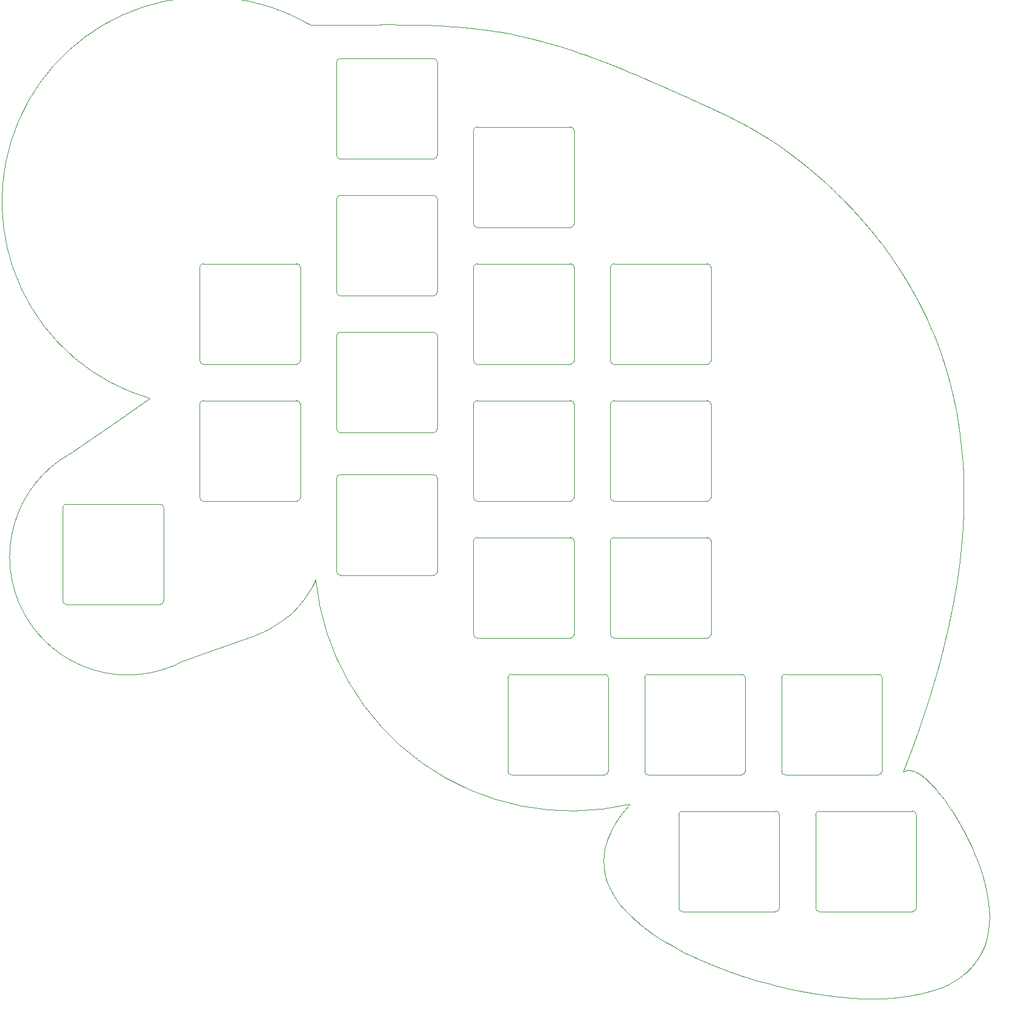
<source format=gm1>
G04 #@! TF.GenerationSoftware,KiCad,Pcbnew,(5.1.4-0)*
G04 #@! TF.CreationDate,2021-02-07T22:58:54-05:00*
G04 #@! TF.ProjectId,mxnatee_switch_plate,6d786e61-7465-4655-9f73-77697463685f,rev?*
G04 #@! TF.SameCoordinates,Original*
G04 #@! TF.FileFunction,Profile,NP*
%FSLAX46Y46*%
G04 Gerber Fmt 4.6, Leading zero omitted, Abs format (unit mm)*
G04 Created by KiCad (PCBNEW (5.1.4-0)) date 2021-02-07 22:58:54*
%MOMM*%
%LPD*%
G04 APERTURE LIST*
%ADD10C,0.050000*%
G04 APERTURE END LIST*
D10*
X149597631Y-140204870D02*
X149555111Y-141130780D01*
X145814461Y-87146364D02*
X145649594Y-88909214D01*
X148276518Y-133355524D02*
X148608387Y-134339858D01*
X147128100Y-130465312D02*
X147536374Y-131418251D01*
X145761871Y-75489573D02*
X145896289Y-77080571D01*
X145217467Y-92490812D02*
X144950208Y-94309561D01*
X145168627Y-70834775D02*
X145398040Y-72366675D01*
X149597631Y-140204870D02*
X149595638Y-140151843D01*
X149595638Y-140151843D02*
X149593620Y-140101576D01*
X149593620Y-140101576D02*
X149591471Y-140051276D01*
X149591471Y-140051276D02*
X149588139Y-139978564D01*
X149588139Y-139978564D02*
X149585674Y-139928184D01*
X149585674Y-139928184D02*
X149583079Y-139877771D01*
X149583079Y-139877771D02*
X149580357Y-139827329D01*
X149580357Y-139827329D02*
X149577506Y-139776852D01*
X149577506Y-139776852D02*
X149574526Y-139726342D01*
X149574526Y-139726342D02*
X149571421Y-139675806D01*
X149571421Y-139675806D02*
X149568186Y-139625235D01*
X149568186Y-139625235D02*
X149564824Y-139574636D01*
X149564824Y-139574636D02*
X149561334Y-139524005D01*
X149561334Y-139524005D02*
X149557718Y-139473344D01*
X149557718Y-139473344D02*
X149553975Y-139422653D01*
X149553975Y-139422653D02*
X149550105Y-139371933D01*
X149550105Y-139371933D02*
X149544751Y-139304260D01*
X149544751Y-139304260D02*
X149540587Y-139253471D01*
X149540587Y-139253471D02*
X149536299Y-139202653D01*
X149536299Y-139202653D02*
X149531885Y-139151809D01*
X149531885Y-139151809D02*
X149527346Y-139100936D01*
X149527346Y-139100936D02*
X149522680Y-139050034D01*
X149522680Y-139050034D02*
X149517892Y-138999104D01*
X149517892Y-138999104D02*
X149512980Y-138948150D01*
X149512980Y-138948150D02*
X149507942Y-138897167D01*
X149507942Y-138897167D02*
X149502780Y-138846157D01*
X149502780Y-138846157D02*
X149498089Y-138800792D01*
X149498089Y-138800792D02*
X149493301Y-138755408D01*
X149493301Y-138755408D02*
X149488413Y-138710001D01*
X149488413Y-138710001D02*
X149483430Y-138664575D01*
X149483430Y-138664575D02*
X149478348Y-138619130D01*
X149478348Y-138619130D02*
X149472516Y-138567979D01*
X149472516Y-138567979D02*
X149467230Y-138522489D01*
X149467230Y-138522489D02*
X149461848Y-138476981D01*
X149461848Y-138476981D02*
X149456370Y-138431455D01*
X149456370Y-138431455D02*
X149450793Y-138385909D01*
X149450793Y-138385909D02*
X149445123Y-138340342D01*
X149445123Y-138340342D02*
X149439357Y-138294759D01*
X149439357Y-138294759D02*
X149433495Y-138249156D01*
X149433495Y-138249156D02*
X149427537Y-138203535D01*
X149427537Y-138203535D02*
X149421483Y-138157896D01*
X149421483Y-138157896D02*
X149415335Y-138112238D01*
X149415335Y-138112238D02*
X149408700Y-138063709D01*
X149408700Y-138063709D02*
X149402356Y-138018016D01*
X149402356Y-138018016D02*
X149394293Y-137960873D01*
X149394293Y-137960873D02*
X149387737Y-137915140D01*
X149387737Y-137915140D02*
X149380668Y-137866530D01*
X149380668Y-137866530D02*
X149373068Y-137815040D01*
X149373068Y-137815040D02*
X149366211Y-137769254D01*
X149366211Y-137769254D02*
X149359262Y-137723450D01*
X149359262Y-137723450D02*
X149352222Y-137677633D01*
X149352222Y-137677633D02*
X149345086Y-137631798D01*
X149345086Y-137631798D02*
X149337402Y-137583080D01*
X149337402Y-137583080D02*
X149328690Y-137528612D01*
X149328690Y-137528612D02*
X149320786Y-137479858D01*
X149320786Y-137479858D02*
X149311351Y-137422478D01*
X149311351Y-137422478D02*
X149304180Y-137379428D01*
X149304180Y-137379428D02*
X149296444Y-137333495D01*
X149296444Y-137333495D02*
X149291073Y-137301909D01*
X149291073Y-137301909D02*
X149282681Y-137253075D01*
X149282681Y-137253075D02*
X149274189Y-137204228D01*
X149274189Y-137204228D02*
X149265591Y-137155363D01*
X149265591Y-137155363D02*
X149256378Y-137103608D01*
X149256378Y-137103608D02*
X149248092Y-137057588D01*
X149248092Y-137057588D02*
X149239713Y-137011557D01*
X149239713Y-137011557D02*
X149230181Y-136959755D01*
X149230181Y-136959755D02*
X149222150Y-136916575D01*
X149222150Y-136916575D02*
X149214038Y-136873381D01*
X149214038Y-136873381D02*
X149204749Y-136824417D01*
X149204749Y-136824417D02*
X149195359Y-136775439D01*
X149195359Y-136775439D02*
X149186989Y-136732210D01*
X149186989Y-136732210D02*
X149178540Y-136688972D01*
X149178540Y-136688972D02*
X149168870Y-136639957D01*
X149168870Y-136639957D02*
X149159099Y-136590928D01*
X149159099Y-136590928D02*
X149149811Y-136544771D01*
X149149811Y-136544771D02*
X149140433Y-136498603D01*
X149140433Y-136498603D02*
X149126798Y-136432215D01*
X149126798Y-136432215D02*
X149117807Y-136388906D01*
X149117807Y-136388906D02*
X149108128Y-136342702D01*
X149108128Y-136342702D02*
X149097752Y-136293598D01*
X149097752Y-136293598D02*
X149088512Y-136250261D01*
X149088512Y-136250261D02*
X149076074Y-136192467D01*
X149076074Y-136192467D02*
X149062863Y-136131763D01*
X149062863Y-136131763D02*
X149052699Y-136085501D01*
X149052699Y-136085501D02*
X149040515Y-136030556D01*
X149040515Y-136030556D02*
X149030160Y-135984275D01*
X149030160Y-135984275D02*
X149015780Y-135920627D01*
X149015780Y-135920627D02*
X149005218Y-135874324D01*
X149005218Y-135874324D02*
X148992565Y-135819332D01*
X148992565Y-135819332D02*
X148979787Y-135764323D01*
X148979787Y-135764323D02*
X148970296Y-135723785D01*
X148970296Y-135723785D02*
X148957309Y-135668760D01*
X148957309Y-135668760D02*
X148946973Y-135625310D01*
X148946973Y-135625310D02*
X148935166Y-135576060D01*
X148935166Y-135576060D02*
X148924668Y-135532598D01*
X148924668Y-135532598D02*
X148909845Y-135471742D01*
X148909845Y-135471742D02*
X148899168Y-135428263D01*
X148899168Y-135428263D02*
X148886256Y-135376083D01*
X148886256Y-135376083D02*
X148876140Y-135335493D01*
X148876140Y-135335493D02*
X148864499Y-135289099D01*
X148864499Y-135289099D02*
X148852774Y-135242699D01*
X148852774Y-135242699D02*
X148839484Y-135190491D01*
X148839484Y-135190491D02*
X148829074Y-135149880D01*
X148829074Y-135149880D02*
X148817098Y-135103463D01*
X148817098Y-135103463D02*
X148806550Y-135062842D01*
X148806550Y-135062842D02*
X148791371Y-135004807D01*
X148791371Y-135004807D02*
X148780668Y-134964177D01*
X148780668Y-134964177D02*
X148767586Y-134914838D01*
X148767586Y-134914838D02*
X148755187Y-134868395D01*
X148755187Y-134868395D02*
X148742707Y-134821947D01*
X148742707Y-134821947D02*
X148730145Y-134775497D01*
X148730145Y-134775497D02*
X148718292Y-134731946D01*
X148718292Y-134731946D02*
X148701577Y-134670969D01*
X148701577Y-134670969D02*
X148688747Y-134624507D01*
X148688747Y-134624507D02*
X148676644Y-134580944D01*
X148676644Y-134580944D02*
X148656315Y-134508334D01*
X148656315Y-134508334D02*
X148643198Y-134461860D01*
X148643198Y-134461860D02*
X148630829Y-134418288D01*
X148630829Y-134418288D02*
X148616725Y-134368905D01*
X148616725Y-134368905D02*
X148608387Y-134339858D01*
X148276518Y-133355524D02*
X147906446Y-132386888D01*
X147906446Y-132386888D02*
X147536374Y-131418251D01*
X147128100Y-130465312D02*
X147110120Y-130427232D01*
X147110120Y-130427232D02*
X147094047Y-130393263D01*
X147094047Y-130393263D02*
X147074094Y-130351185D01*
X147074094Y-130351185D02*
X147057336Y-130315926D01*
X147057336Y-130315926D02*
X147037976Y-130275284D01*
X147037976Y-130275284D02*
X147019234Y-130236035D01*
X147019234Y-130236035D02*
X147001764Y-130199531D01*
X147001764Y-130199531D02*
X146982327Y-130159010D01*
X146982327Y-130159010D02*
X146960268Y-130113137D01*
X146960268Y-130113137D02*
X146941425Y-130074053D01*
X146941425Y-130074053D02*
X146922557Y-130035009D01*
X146922557Y-130035009D02*
X146903014Y-129994661D01*
X146903014Y-129994661D02*
X146880835Y-129948986D01*
X146880835Y-129948986D02*
X146863197Y-129912753D01*
X146863197Y-129912753D02*
X146845539Y-129876555D01*
X146845539Y-129876555D02*
X146828517Y-129841733D01*
X146828517Y-129841733D02*
X146808853Y-129801595D01*
X146808853Y-129801595D02*
X146791461Y-129766173D01*
X146791461Y-129766173D02*
X146771421Y-129725449D01*
X146771421Y-129725449D02*
X146751027Y-129684104D01*
X146751027Y-129684104D02*
X146725990Y-129633486D01*
X146725990Y-129633486D02*
X146706032Y-129593244D01*
X146706032Y-129593244D02*
X146688693Y-129558359D01*
X146688693Y-129558359D02*
X146670511Y-129521851D01*
X146670511Y-129521851D02*
X146650650Y-129482066D01*
X146650650Y-129482066D02*
X146629441Y-129439678D01*
X146629441Y-129439678D02*
X146612185Y-129405273D01*
X146612185Y-129405273D02*
X146594251Y-129369583D01*
X146594251Y-129369583D02*
X146576298Y-129333930D01*
X146576298Y-129333930D02*
X146556993Y-129295676D01*
X146556993Y-129295676D02*
X146539666Y-129261418D01*
X146539666Y-129261418D02*
X146521655Y-129225876D01*
X146521655Y-129225876D02*
X146502956Y-129189056D01*
X146502956Y-129189056D02*
X146484907Y-129153589D01*
X146484907Y-129153589D02*
X146465502Y-129115540D01*
X146465502Y-129115540D02*
X146448087Y-129081462D01*
X146448087Y-129081462D02*
X146426628Y-129039566D01*
X146426628Y-129039566D02*
X146409174Y-129005565D01*
X146409174Y-129005565D02*
X146389014Y-128966376D01*
X146389014Y-128966376D02*
X146366814Y-128923322D01*
X146366814Y-128923322D02*
X146347283Y-128885534D01*
X146347283Y-128885534D02*
X146329756Y-128851693D01*
X146329756Y-128851693D02*
X146308162Y-128810092D01*
X146308162Y-128810092D02*
X146286544Y-128768544D01*
X146286544Y-128768544D02*
X146268959Y-128734823D01*
X146268959Y-128734823D02*
X146248652Y-128695962D01*
X146248652Y-128695962D02*
X146231035Y-128662320D01*
X146231035Y-128662320D02*
X146212045Y-128626131D01*
X146212045Y-128626131D02*
X146193717Y-128591273D01*
X146193717Y-128591273D02*
X146174013Y-128553877D01*
X146174013Y-128553877D02*
X146156332Y-128520387D01*
X146156332Y-128520387D02*
X146134549Y-128479219D01*
X146134549Y-128479219D02*
X146116833Y-128445811D01*
X146116833Y-128445811D02*
X146096374Y-128407308D01*
X146096374Y-128407308D02*
X146073845Y-128365011D01*
X146073845Y-128365011D02*
X146050950Y-128322131D01*
X146050950Y-128322131D02*
X146030770Y-128284425D01*
X146030770Y-128284425D02*
X146008858Y-128243575D01*
X146008858Y-128243575D02*
X145986925Y-128202781D01*
X145986925Y-128202781D02*
X145964969Y-128162044D01*
X145964969Y-128162044D02*
X145947116Y-128128987D01*
X145947116Y-128128987D02*
X145927872Y-128093429D01*
X145927872Y-128093429D02*
X145908612Y-128057913D01*
X145908612Y-128057913D02*
X145887960Y-128019910D01*
X145887960Y-128019910D02*
X145869356Y-127985748D01*
X145869356Y-127985748D02*
X145849360Y-127949103D01*
X145849360Y-127949103D02*
X145827274Y-127908720D01*
X145827274Y-127908720D02*
X145806550Y-127870913D01*
X145806550Y-127870913D02*
X145785462Y-127832528D01*
X145785462Y-127832528D02*
X145766436Y-127797967D01*
X145766436Y-127797967D02*
X145758129Y-127782899D01*
X145758129Y-127782899D02*
X145736478Y-127743691D01*
X145736478Y-127743691D02*
X145716544Y-127707673D01*
X145716544Y-127707673D02*
X145694339Y-127667636D01*
X145694339Y-127667636D02*
X145674547Y-127632028D01*
X145674547Y-127632028D02*
X145654043Y-127595220D01*
X145654043Y-127595220D02*
X145633177Y-127557839D01*
X145633177Y-127557839D02*
X145610203Y-127516779D01*
X145610203Y-127516779D02*
X145588606Y-127478267D01*
X145588606Y-127478267D02*
X145570479Y-127446008D01*
X145570479Y-127446008D02*
X145549547Y-127408834D01*
X145549547Y-127408834D02*
X145528599Y-127371713D01*
X145528599Y-127371713D02*
X145509034Y-127337113D01*
X145509034Y-127337113D02*
X145488057Y-127300096D01*
X145488057Y-127300096D02*
X145464085Y-127257894D01*
X145464085Y-127257894D02*
X145443252Y-127221297D01*
X145443252Y-127221297D02*
X145420825Y-127181988D01*
X145420825Y-127181988D02*
X145399784Y-127145191D01*
X145399784Y-127145191D02*
X145381535Y-127113342D01*
X145381535Y-127113342D02*
X145363274Y-127081534D01*
X145363274Y-127081534D02*
X145342192Y-127044882D01*
X145342192Y-127044882D02*
X145319689Y-127005846D01*
X145319689Y-127005846D02*
X145296287Y-126965349D01*
X145296287Y-126965349D02*
X145274633Y-126927958D01*
X145274633Y-126927958D02*
X145252082Y-126889106D01*
X145252082Y-126889106D02*
X145230926Y-126852739D01*
X145230926Y-126852739D02*
X145211169Y-126818845D01*
X145211169Y-126818845D02*
X145189985Y-126782582D01*
X145189985Y-126782582D02*
X145168790Y-126746374D01*
X145168790Y-126746374D02*
X145146166Y-126707812D01*
X145146166Y-126707812D02*
X145126359Y-126674123D01*
X145126359Y-126674123D02*
X145106540Y-126640481D01*
X145106540Y-126640481D02*
X145082459Y-126599694D01*
X145082459Y-126599694D02*
X145059779Y-126561372D01*
X145059779Y-126561372D02*
X145039216Y-126526698D01*
X145039216Y-126526698D02*
X145020057Y-126494459D01*
X145020057Y-126494459D02*
X144998758Y-126458693D01*
X144998758Y-126458693D02*
X144975671Y-126420007D01*
X144975671Y-126420007D02*
X144951151Y-126379017D01*
X144951151Y-126379017D02*
X144923412Y-126332767D01*
X144923412Y-126332767D02*
X144900637Y-126294890D01*
X144900637Y-126294890D02*
X144877849Y-126257076D01*
X144877849Y-126257076D02*
X144858970Y-126225811D01*
X144858970Y-126225811D02*
X144837941Y-126191057D01*
X144837941Y-126191057D02*
X144815119Y-126153422D01*
X144815119Y-126153422D02*
X144795852Y-126121716D01*
X144795852Y-126121716D02*
X144773722Y-126085372D01*
X144773722Y-126085372D02*
X144750866Y-126047918D01*
X144750866Y-126047918D02*
X144730857Y-126015201D01*
X144730857Y-126015201D02*
X144707978Y-125977871D01*
X144707978Y-125977871D02*
X144687591Y-125944679D01*
X144687591Y-125944679D02*
X144667196Y-125911541D01*
X144667196Y-125911541D02*
X144645002Y-125875553D01*
X144645002Y-125875553D02*
X144622082Y-125838470D01*
X144622082Y-125838470D02*
X144601659Y-125805497D01*
X144601659Y-125805497D02*
X144581229Y-125772579D01*
X144581229Y-125772579D02*
X144558996Y-125736833D01*
X144558996Y-125736833D02*
X144534602Y-125697700D01*
X144534602Y-125697700D02*
X144507323Y-125654052D01*
X144507323Y-125654052D02*
X144482184Y-125613933D01*
X144482184Y-125613933D02*
X144461347Y-125580753D01*
X144461347Y-125580753D02*
X144441221Y-125548770D01*
X144441221Y-125548770D02*
X144419651Y-125514560D01*
X144419651Y-125514560D02*
X144392315Y-125471312D01*
X144392315Y-125471312D02*
X144367845Y-125432697D01*
X144367845Y-125432697D02*
X144346248Y-125398690D01*
X144346248Y-125398690D02*
X144326083Y-125367004D01*
X144326083Y-125367004D02*
X144307355Y-125337631D01*
X145398040Y-72366675D02*
X145579955Y-73928124D01*
X145579955Y-73928124D02*
X145761871Y-75489573D01*
X145896289Y-77080571D02*
X145899036Y-77132791D01*
X145899036Y-77132791D02*
X145901628Y-77182659D01*
X145901628Y-77182659D02*
X145904433Y-77237299D01*
X145904433Y-77237299D02*
X145907318Y-77294335D01*
X145907318Y-77294335D02*
X145909811Y-77344262D01*
X145909811Y-77344262D02*
X145912970Y-77408482D01*
X145912970Y-77408482D02*
X145916190Y-77475111D01*
X145916190Y-77475111D02*
X145918683Y-77527486D01*
X145918683Y-77527486D02*
X145921140Y-77579879D01*
X145921140Y-77579879D02*
X145924219Y-77646592D01*
X145924219Y-77646592D02*
X145927243Y-77713337D01*
X145927243Y-77713337D02*
X145930209Y-77780113D01*
X145930209Y-77780113D02*
X145932709Y-77837378D01*
X145932709Y-77837378D02*
X145935572Y-77904214D01*
X145935572Y-77904214D02*
X145938107Y-77964514D01*
X145938107Y-77964514D02*
X145941039Y-78035596D01*
X145941039Y-78035596D02*
X145943069Y-78085793D01*
X145943069Y-78085793D02*
X145945352Y-78143184D01*
X145945352Y-78143184D02*
X145947500Y-78198205D01*
X145947500Y-78198205D02*
X145949384Y-78247263D01*
X145949384Y-78247263D02*
X145951642Y-78307117D01*
X145951642Y-78307117D02*
X145954073Y-78372983D01*
X145954073Y-78372983D02*
X145956063Y-78428094D01*
X145956063Y-78428094D02*
X145957851Y-78478433D01*
X145957851Y-78478433D02*
X145960513Y-78555174D01*
X145960513Y-78555174D02*
X145962383Y-78610360D01*
X145962383Y-78610360D02*
X145964056Y-78660764D01*
X145964056Y-78660764D02*
X145965851Y-78715990D01*
X145965851Y-78715990D02*
X145967461Y-78766435D01*
X145967461Y-78766435D02*
X145969037Y-78816894D01*
X145969037Y-78816894D02*
X145970728Y-78872183D01*
X145970728Y-78872183D02*
X145973019Y-78949141D01*
X145973019Y-78949141D02*
X145974552Y-79002074D01*
X145974552Y-79002074D02*
X145976050Y-79055028D01*
X145976050Y-79055028D02*
X145977790Y-79118234D01*
X145977790Y-79118234D02*
X145979199Y-79170630D01*
X145979199Y-79170630D02*
X145980651Y-79226058D01*
X145980651Y-79226058D02*
X145981942Y-79276684D01*
X145981942Y-79276684D02*
X145983379Y-79334565D01*
X145983379Y-79334565D02*
X145984720Y-79390056D01*
X145984720Y-79390056D02*
X145985912Y-79440742D01*
X145985912Y-79440742D02*
X145987517Y-79511368D01*
X145987517Y-79511368D02*
X145988726Y-79566326D01*
X145988726Y-79566326D02*
X145989960Y-79624325D01*
X145989960Y-79624325D02*
X145991104Y-79679931D01*
X145991104Y-79679931D02*
X145992303Y-79740394D01*
X145992303Y-79740394D02*
X145993254Y-79789993D01*
X145993254Y-79789993D02*
X145994311Y-79846875D01*
X145994311Y-79846875D02*
X145995431Y-79909832D01*
X145995431Y-79909832D02*
X145996341Y-79963124D01*
X145996341Y-79963124D02*
X145997179Y-80014014D01*
X145997179Y-80014014D02*
X145997986Y-80064922D01*
X145997986Y-80064922D02*
X145998940Y-80127976D01*
X145998940Y-80127976D02*
X145999725Y-80182563D01*
X145999725Y-80182563D02*
X146000510Y-80239601D01*
X146000510Y-80239601D02*
X146001301Y-80300302D01*
X146001301Y-80300302D02*
X146001929Y-80351311D01*
X146001929Y-80351311D02*
X146002527Y-80402339D01*
X146002527Y-80402339D02*
X146003148Y-80458250D01*
X146003148Y-80458250D02*
X146003666Y-80508096D01*
X146003666Y-80508096D02*
X146004226Y-80565264D01*
X146004226Y-80565264D02*
X146004842Y-80633407D01*
X146004842Y-80633407D02*
X146005476Y-80711322D01*
X146005476Y-80711322D02*
X146005957Y-80777099D01*
X146005957Y-80777099D02*
X146006291Y-80828276D01*
X146006291Y-80828276D02*
X146006623Y-80884349D01*
X146006623Y-80884349D02*
X146006896Y-80935568D01*
X146006896Y-80935568D02*
X146007134Y-80986800D01*
X146007134Y-80986800D02*
X146007359Y-81042936D01*
X146007359Y-81042936D02*
X146007605Y-81118630D01*
X146007605Y-81118630D02*
X146007737Y-81172372D01*
X146007737Y-81172372D02*
X146007839Y-81228580D01*
X146007839Y-81228580D02*
X146007910Y-81298255D01*
X146007910Y-81298255D02*
X146007927Y-81370415D01*
X146007927Y-81370415D02*
X146007888Y-81434040D01*
X146007888Y-81434040D02*
X146007809Y-81492796D01*
X146007809Y-81492796D02*
X146007691Y-81551577D01*
X146007691Y-81551577D02*
X146007530Y-81610379D01*
X146007530Y-81610379D02*
X146007252Y-81688821D01*
X146007252Y-81688821D02*
X146007018Y-81742774D01*
X146007018Y-81742774D02*
X146006751Y-81796746D01*
X146006751Y-81796746D02*
X146006419Y-81855649D01*
X146006419Y-81855649D02*
X146005980Y-81924396D01*
X146005980Y-81924396D02*
X146005595Y-81978437D01*
X146005595Y-81978437D02*
X146005218Y-82027583D01*
X146005218Y-82027583D02*
X146004637Y-82096410D01*
X146004637Y-82096410D02*
X146004096Y-82155430D01*
X146004096Y-82155430D02*
X146003563Y-82209553D01*
X146003563Y-82209553D02*
X146002834Y-82278467D01*
X146002834Y-82278467D02*
X146002225Y-82332638D01*
X146002225Y-82332638D02*
X146001579Y-82386825D01*
X146001579Y-82386825D02*
X146000835Y-82445963D01*
X146000835Y-82445963D02*
X145999984Y-82510055D01*
X145999984Y-82510055D02*
X145998796Y-82593909D01*
X145998796Y-82593909D02*
X145998060Y-82643259D01*
X145998060Y-82643259D02*
X145997059Y-82707437D01*
X145997059Y-82707437D02*
X145996092Y-82766702D01*
X145996092Y-82766702D02*
X145995084Y-82825991D01*
X145995084Y-82825991D02*
X145994034Y-82885304D01*
X145994034Y-82885304D02*
X145992944Y-82944639D01*
X145992944Y-82944639D02*
X145991716Y-83008945D01*
X145991716Y-83008945D02*
X145990738Y-83058431D01*
X145990738Y-83058431D02*
X145989528Y-83117836D01*
X145989528Y-83117836D02*
X145988062Y-83187170D01*
X145988062Y-83187170D02*
X145986982Y-83236715D01*
X145986982Y-83236715D02*
X145985875Y-83286278D01*
X145985875Y-83286278D02*
X145984735Y-83335853D01*
X145984735Y-83335853D02*
X145983212Y-83400328D01*
X145983212Y-83400328D02*
X145981765Y-83459869D01*
X145981765Y-83459869D02*
X145980275Y-83519432D01*
X145980275Y-83519432D02*
X145978745Y-83579019D01*
X145978745Y-83579019D02*
X145977304Y-83633661D01*
X145977304Y-83633661D02*
X145975966Y-83683352D01*
X145975966Y-83683352D02*
X145974460Y-83738032D01*
X145974460Y-83738032D02*
X145972920Y-83792731D01*
X145972920Y-83792731D02*
X145970618Y-83872328D01*
X145970618Y-83872328D02*
X145968694Y-83937035D01*
X145968694Y-83937035D02*
X145966873Y-83996786D01*
X145966873Y-83996786D02*
X145965167Y-84051578D01*
X145965167Y-84051578D02*
X145963109Y-84116359D01*
X145963109Y-84116359D02*
X145961165Y-84176182D01*
X145961165Y-84176182D02*
X145959180Y-84236028D01*
X145959180Y-84236028D02*
X145957152Y-84295897D01*
X145957152Y-84295897D02*
X145954910Y-84360781D01*
X145954910Y-84360781D02*
X145953153Y-84410712D01*
X145953153Y-84410712D02*
X145951366Y-84460658D01*
X145951366Y-84460658D02*
X145949551Y-84510620D01*
X145949551Y-84510620D02*
X145947708Y-84560601D01*
X145947708Y-84560601D02*
X145945834Y-84610594D01*
X145945834Y-84610594D02*
X145943355Y-84675613D01*
X145943355Y-84675613D02*
X145941026Y-84735655D01*
X145941026Y-84735655D02*
X145938654Y-84795718D01*
X145938654Y-84795718D02*
X145936241Y-84855807D01*
X145936241Y-84855807D02*
X145933992Y-84910909D01*
X145933992Y-84910909D02*
X145931917Y-84961018D01*
X145931917Y-84961018D02*
X145929602Y-85016156D01*
X145929602Y-85016156D02*
X145927037Y-85076330D01*
X145927037Y-85076330D02*
X145924649Y-85131511D01*
X145924649Y-85131511D02*
X145922448Y-85181693D01*
X145922448Y-85181693D02*
X145919995Y-85236911D01*
X145919995Y-85236911D02*
X145917277Y-85297170D01*
X145917277Y-85297170D02*
X145914518Y-85357455D01*
X145914518Y-85357455D02*
X145911717Y-85417762D01*
X145911717Y-85417762D02*
X145908637Y-85483120D01*
X145908637Y-85483120D02*
X145906237Y-85533417D01*
X145906237Y-85533417D02*
X145903804Y-85583726D01*
X145903804Y-85583726D02*
X145901097Y-85639089D01*
X145901097Y-85639089D02*
X145898103Y-85699505D01*
X145898103Y-85699505D02*
X145895322Y-85754906D01*
X145895322Y-85754906D02*
X145892249Y-85815369D01*
X145892249Y-85815369D02*
X145889135Y-85875854D01*
X145889135Y-85875854D02*
X145885447Y-85946448D01*
X145885447Y-85946448D02*
X145882512Y-86001939D01*
X145882512Y-86001939D02*
X145879268Y-86062496D01*
X145879268Y-86062496D02*
X145876259Y-86118027D01*
X145876259Y-86118027D02*
X145873494Y-86168528D01*
X145873494Y-86168528D02*
X145870698Y-86219043D01*
X145870698Y-86219043D02*
X145867022Y-86284739D01*
X145867022Y-86284739D02*
X145863587Y-86345406D01*
X145863587Y-86345406D02*
X145860108Y-86406095D01*
X145860108Y-86406095D02*
X145856589Y-86466809D01*
X145856589Y-86466809D02*
X145853325Y-86522483D01*
X145853325Y-86522483D02*
X145850329Y-86573113D01*
X145850329Y-86573113D02*
X145846999Y-86628824D01*
X145846999Y-86628824D02*
X145843326Y-86689623D01*
X145843326Y-86689623D02*
X145839924Y-86745376D01*
X145839924Y-86745376D02*
X145836172Y-86806221D01*
X145836172Y-86806221D02*
X145832061Y-86872161D01*
X145832061Y-86872161D02*
X145828543Y-86927977D01*
X145828543Y-86927977D02*
X145824666Y-86988892D01*
X145824666Y-86988892D02*
X145820420Y-87054908D01*
X145820420Y-87054908D02*
X145816457Y-87115872D01*
X145816457Y-87115872D02*
X145814461Y-87146364D01*
X145649594Y-88909214D02*
X145433530Y-90700013D01*
X145433530Y-90700013D02*
X145217467Y-92490812D01*
X143816838Y-124620122D02*
X144307355Y-125337631D01*
X144207391Y-66420074D02*
X144221247Y-66474968D01*
X144221247Y-66474968D02*
X144235327Y-66530948D01*
X144235327Y-66530948D02*
X144246191Y-66574276D01*
X144246191Y-66574276D02*
X144256237Y-66614452D01*
X144256237Y-66614452D02*
X144269946Y-66669453D01*
X144269946Y-66669453D02*
X144280463Y-66711781D01*
X144280463Y-66711781D02*
X144293050Y-66762600D01*
X144293050Y-66762600D02*
X144305601Y-66813442D01*
X144305601Y-66813442D02*
X144316033Y-66855830D01*
X144316033Y-66855830D02*
X144325921Y-66896116D01*
X144325921Y-66896116D02*
X144336824Y-66940662D01*
X144336824Y-66940662D02*
X144347180Y-66983103D01*
X144347180Y-66983103D02*
X144356996Y-67023437D01*
X144356996Y-67023437D02*
X144369878Y-67076533D01*
X144369878Y-67076533D02*
X144380155Y-67119031D01*
X144380155Y-67119031D02*
X144394502Y-67178557D01*
X144394502Y-67178557D02*
X144404719Y-67221098D01*
X144404719Y-67221098D02*
X144420506Y-67287068D01*
X144420506Y-67287068D02*
X144430153Y-67327523D01*
X144430153Y-67327523D02*
X144441295Y-67374385D01*
X144441295Y-67374385D02*
X144454423Y-67429795D01*
X144454423Y-67429795D02*
X144465498Y-67476703D01*
X144465498Y-67476703D02*
X144479047Y-67534301D01*
X144479047Y-67534301D02*
X144491553Y-67587660D01*
X144491553Y-67587660D02*
X144507006Y-67653865D01*
X144507006Y-67653865D02*
X144517066Y-67697133D01*
X144517066Y-67697133D02*
X144527351Y-67741490D01*
X144527351Y-67741490D02*
X144536989Y-67783192D01*
X144536989Y-67783192D02*
X144547096Y-67827049D01*
X144547096Y-67827049D02*
X144556932Y-67869855D01*
X144556932Y-67869855D02*
X144566743Y-67912679D01*
X144566743Y-67912679D02*
X144576527Y-67955519D01*
X144576527Y-67955519D02*
X144588237Y-68006952D01*
X144588237Y-68006952D02*
X144598455Y-68051977D01*
X144598455Y-68051977D02*
X144609610Y-68101308D01*
X144609610Y-68101308D02*
X144619284Y-68144226D01*
X144619284Y-68144226D02*
X144630861Y-68195751D01*
X144630861Y-68195751D02*
X144642399Y-68247299D01*
X144642399Y-68247299D02*
X144653904Y-68298875D01*
X144653904Y-68298875D02*
X144663461Y-68341874D01*
X144663461Y-68341874D02*
X144673231Y-68385963D01*
X144673231Y-68385963D02*
X144682381Y-68427382D01*
X144682381Y-68427382D02*
X144691984Y-68470973D01*
X144691984Y-68470973D02*
X144704745Y-68529119D01*
X144704745Y-68529119D02*
X144714639Y-68574365D01*
X144714639Y-68574365D02*
X144724504Y-68619631D01*
X144724504Y-68619631D02*
X144734342Y-68664917D01*
X144734342Y-68664917D02*
X144744617Y-68712378D01*
X144744617Y-68712378D02*
X144753932Y-68755544D01*
X144753932Y-68755544D02*
X144763684Y-68800886D01*
X144763684Y-68800886D02*
X144775260Y-68854892D01*
X144775260Y-68854892D02*
X144787370Y-68911624D01*
X144787370Y-68911624D02*
X144796454Y-68954330D01*
X144796454Y-68954330D02*
X144808829Y-69012739D01*
X144808829Y-69012739D02*
X144818426Y-69058191D01*
X144818426Y-69058191D02*
X144827537Y-69101497D01*
X144827537Y-69101497D02*
X144838439Y-69153487D01*
X144838439Y-69153487D02*
X144847495Y-69196830D01*
X144847495Y-69196830D02*
X144857876Y-69246694D01*
X144857876Y-69246694D02*
X144867328Y-69292247D01*
X144867328Y-69292247D02*
X144876301Y-69335645D01*
X144876301Y-69335645D02*
X144888041Y-69392632D01*
X144888041Y-69392632D02*
X144897737Y-69439876D01*
X144897737Y-69439876D02*
X144909728Y-69498548D01*
X144909728Y-69498548D02*
X144919023Y-69544204D01*
X144919023Y-69544204D02*
X144927850Y-69587705D01*
X144927850Y-69587705D02*
X144936652Y-69631224D01*
X144936652Y-69631224D02*
X144945427Y-69674759D01*
X144945427Y-69674759D02*
X144954177Y-69718313D01*
X144954177Y-69718313D02*
X144962900Y-69761881D01*
X144962900Y-69761881D02*
X144971598Y-69805468D01*
X144971598Y-69805468D02*
X144981570Y-69855615D01*
X144981570Y-69855615D02*
X144990644Y-69901421D01*
X144990644Y-69901421D02*
X144999260Y-69945065D01*
X144999260Y-69945065D02*
X145008282Y-69990910D01*
X145008282Y-69990910D02*
X145019836Y-70049879D01*
X145019836Y-70049879D02*
X145031345Y-70108879D01*
X145031345Y-70108879D02*
X145040264Y-70154793D01*
X145040264Y-70154793D02*
X145053378Y-70222603D01*
X145053378Y-70222603D02*
X145062228Y-70268565D01*
X145062228Y-70268565D02*
X145070628Y-70312352D01*
X145070628Y-70312352D02*
X145079004Y-70356158D01*
X145079004Y-70356158D02*
X145088187Y-70404366D01*
X145088187Y-70404366D02*
X145096715Y-70449303D01*
X145096715Y-70449303D02*
X145105631Y-70496454D01*
X145105631Y-70496454D02*
X145118434Y-70564475D01*
X145118434Y-70564475D02*
X145127072Y-70610577D01*
X145127072Y-70610577D02*
X145135273Y-70654501D01*
X145135273Y-70654501D02*
X145143243Y-70697343D01*
X145143243Y-70697343D02*
X145151187Y-70740202D01*
X145151187Y-70740202D02*
X145162557Y-70801775D01*
X145162557Y-70801775D02*
X145168627Y-70834775D01*
X144950208Y-94309561D02*
X144941790Y-94358252D01*
X144941790Y-94358252D02*
X144933351Y-94406959D01*
X144933351Y-94406959D02*
X144924887Y-94455677D01*
X144924887Y-94455677D02*
X144917343Y-94498995D01*
X144917343Y-94498995D02*
X144907888Y-94553154D01*
X144907888Y-94553154D02*
X144898402Y-94607330D01*
X144898402Y-94607330D02*
X144890795Y-94650683D01*
X144890795Y-94650683D02*
X144879344Y-94715729D01*
X144879344Y-94715729D02*
X144869771Y-94769951D01*
X144869771Y-94769951D02*
X144861130Y-94818767D01*
X144861130Y-94818767D02*
X144852464Y-94867594D01*
X144852464Y-94867594D02*
X144844742Y-94911008D01*
X144844742Y-94911008D02*
X144835061Y-94965288D01*
X144835061Y-94965288D02*
X144826326Y-95014155D01*
X144826326Y-95014155D02*
X144818538Y-95057601D01*
X144818538Y-95057601D02*
X144809755Y-95106491D01*
X144809755Y-95106491D02*
X144799970Y-95160828D01*
X144799970Y-95160828D02*
X144791137Y-95209744D01*
X144791137Y-95209744D02*
X144782281Y-95258674D01*
X144782281Y-95258674D02*
X144770434Y-95323933D01*
X144770434Y-95323933D02*
X144760531Y-95378333D01*
X144760531Y-95378333D02*
X144750597Y-95432749D01*
X144750597Y-95432749D02*
X144742629Y-95476293D01*
X144742629Y-95476293D02*
X144734643Y-95519849D01*
X144734643Y-95519849D02*
X144724631Y-95574305D01*
X144724631Y-95574305D02*
X144715598Y-95623331D01*
X144715598Y-95623331D02*
X144707547Y-95666919D01*
X144707547Y-95666919D02*
X144698467Y-95715968D01*
X144698467Y-95715968D02*
X144690375Y-95759576D01*
X144690375Y-95759576D02*
X144682266Y-95803196D01*
X144682266Y-95803196D02*
X144674136Y-95846827D01*
X144674136Y-95846827D02*
X144663949Y-95901378D01*
X144663949Y-95901378D02*
X144654755Y-95950489D01*
X144654755Y-95950489D02*
X144645536Y-95999611D01*
X144645536Y-95999611D02*
X144633210Y-96065129D01*
X144633210Y-96065129D02*
X144624966Y-96108818D01*
X144624966Y-96108818D02*
X144613603Y-96168909D01*
X144613603Y-96168909D02*
X144605317Y-96212625D01*
X144605317Y-96212625D02*
X144595970Y-96261815D01*
X144595970Y-96261815D02*
X144585560Y-96316488D01*
X144585560Y-96316488D02*
X144576164Y-96365706D01*
X144576164Y-96365706D02*
X144567792Y-96409467D01*
X144567792Y-96409467D02*
X144555198Y-96475125D01*
X144555198Y-96475125D02*
X144545725Y-96524384D01*
X144545725Y-96524384D02*
X144533056Y-96590083D01*
X144533056Y-96590083D02*
X144522468Y-96644849D01*
X144522468Y-96644849D02*
X144512913Y-96694152D01*
X144512913Y-96694152D02*
X144500137Y-96759911D01*
X144500137Y-96759911D02*
X144491593Y-96803761D01*
X144491593Y-96803761D02*
X144483032Y-96847622D01*
X144483032Y-96847622D02*
X144474452Y-96891493D01*
X144474452Y-96891493D02*
X144464778Y-96940861D01*
X144464778Y-96940861D02*
X144454000Y-96995727D01*
X144454000Y-96995727D02*
X144444275Y-97045122D01*
X144444275Y-97045122D02*
X144435611Y-97089040D01*
X144435611Y-97089040D02*
X144425839Y-97138457D01*
X144425839Y-97138457D02*
X144410592Y-97215354D01*
X144410592Y-97215354D02*
X144401854Y-97259310D01*
X144401854Y-97259310D02*
X144392001Y-97308772D01*
X144392001Y-97308772D02*
X144383223Y-97352749D01*
X144383223Y-97352749D02*
X144374426Y-97396736D01*
X144374426Y-97396736D02*
X144365610Y-97440734D01*
X144365610Y-97440734D02*
X144352350Y-97506748D01*
X144352350Y-97506748D02*
X144342377Y-97556274D01*
X144342377Y-97556274D02*
X144331268Y-97611318D01*
X144331268Y-97611318D02*
X144321245Y-97660871D01*
X144321245Y-97660871D02*
X144312317Y-97704929D01*
X144312317Y-97704929D02*
X144302248Y-97754506D01*
X144302248Y-97754506D02*
X144291034Y-97809608D01*
X144291034Y-97809608D02*
X144282039Y-97853698D01*
X144282039Y-97853698D02*
X144271900Y-97903313D01*
X144271900Y-97903313D02*
X144261735Y-97952940D01*
X144261735Y-97952940D02*
X144250414Y-98008098D01*
X144250414Y-98008098D02*
X144240200Y-98057754D01*
X144240200Y-98057754D02*
X144226544Y-98123981D01*
X144226544Y-98123981D02*
X144217416Y-98168145D01*
X144217416Y-98168145D02*
X144207123Y-98217839D01*
X144207123Y-98217839D02*
X144195661Y-98273072D01*
X144195661Y-98273072D02*
X144185319Y-98322797D01*
X144185319Y-98322797D02*
X144174952Y-98372532D01*
X144174952Y-98372532D02*
X144163407Y-98427809D01*
X144163407Y-98427809D02*
X144154149Y-98472043D01*
X144154149Y-98472043D02*
X144143713Y-98521818D01*
X144143713Y-98521818D02*
X144134413Y-98566071D01*
X144134413Y-98566071D02*
X144125096Y-98610335D01*
X144125096Y-98610335D02*
X144115760Y-98654609D01*
X144115760Y-98654609D02*
X144105235Y-98704430D01*
X144105235Y-98704430D02*
X144093511Y-98759802D01*
X144093511Y-98759802D02*
X144082935Y-98809650D01*
X144082935Y-98809650D02*
X144073515Y-98853971D01*
X144073515Y-98853971D02*
X144062893Y-98903841D01*
X144062893Y-98903841D02*
X144051064Y-98959269D01*
X144051064Y-98959269D02*
X144040392Y-99009168D01*
X144040392Y-99009168D02*
X144030887Y-99053534D01*
X144030887Y-99053534D02*
X144020169Y-99103455D01*
X144020169Y-99103455D02*
X144007039Y-99164490D01*
X144007039Y-99164490D02*
X143997468Y-99208892D01*
X143997468Y-99208892D02*
X143986676Y-99258853D01*
X143986676Y-99258853D02*
X143977063Y-99303275D01*
X143977063Y-99303275D02*
X143962608Y-99369926D01*
X143962608Y-99369926D02*
X143949322Y-99431043D01*
X143949322Y-99431043D02*
X143939637Y-99475505D01*
X143939637Y-99475505D02*
X143928717Y-99525535D01*
X143928717Y-99525535D02*
X143914123Y-99592263D01*
X143914123Y-99592263D02*
X143904367Y-99636759D01*
X143904367Y-99636759D02*
X143890925Y-99697961D01*
X143890925Y-99697961D02*
X143881127Y-99742483D01*
X143881127Y-99742483D02*
X143870079Y-99792581D01*
X143870079Y-99792581D02*
X143857779Y-99848262D01*
X143857779Y-99848262D02*
X143846682Y-99898388D01*
X143846682Y-99898388D02*
X143839272Y-99931814D01*
X55308500Y-94297500D02*
X55816500Y-93281500D01*
X54356000Y-95758000D02*
X55308500Y-94297500D01*
X53530500Y-96837500D02*
X54356000Y-95758000D01*
X52387500Y-97980500D02*
X53530500Y-96837500D01*
X51435000Y-98806000D02*
X52387500Y-97980500D01*
X50673000Y-99314000D02*
X51435000Y-98806000D01*
X49657000Y-99949000D02*
X50673000Y-99314000D01*
X48895000Y-100393500D02*
X49657000Y-99949000D01*
X47053500Y-101155500D02*
X48895000Y-100393500D01*
X27632571Y-71578927D02*
X32698372Y-68042833D01*
X37536810Y-104536214D02*
G75*
G02X21724599Y-75702885I-7882310J14429714D01*
G01*
X27632571Y-71578927D02*
X21724598Y-75702884D01*
X40315389Y-103548474D02*
X37533928Y-104536282D01*
X47053500Y-101155500D02*
X40315389Y-103548474D01*
X140584590Y-111724871D02*
X139904436Y-113763137D01*
X142418547Y-105719035D02*
X141841646Y-107702820D01*
X142496020Y-60842291D02*
X142985451Y-62189734D01*
X140878215Y-56928676D02*
X141442402Y-58211762D01*
X136187170Y-48751207D02*
X136923519Y-49830737D01*
X133907807Y-45656137D02*
X134679314Y-46663907D01*
X128323437Y-39494612D02*
X129123805Y-40277555D01*
X125951340Y-37297677D02*
X126737204Y-38004673D01*
X120795403Y-33231053D02*
X121486202Y-33721587D01*
X118801348Y-31885170D02*
X119452976Y-32312844D01*
X114639164Y-29485650D02*
X115202553Y-29779400D01*
X112962043Y-28645592D02*
X113518909Y-28918747D01*
X108875715Y-26756035D02*
X109497929Y-27037516D01*
X106919954Y-25874457D02*
X107586728Y-26174505D01*
X101642144Y-23537280D02*
X102460891Y-23892118D01*
X99097190Y-22458274D02*
X99960294Y-22820358D01*
X92663914Y-19997844D02*
X93612902Y-20329102D01*
X89796618Y-19059129D02*
X90755772Y-19362858D01*
X83115173Y-17369093D02*
X84057155Y-17559991D01*
X80322237Y-16874237D02*
X81247713Y-17026216D01*
X74095734Y-16219138D02*
X74955929Y-16275028D01*
X71563052Y-16094960D02*
X72399295Y-16129104D01*
X65998254Y-16015475D02*
X66762520Y-16016173D01*
X63752590Y-16019798D02*
X64493289Y-16017288D01*
X58847419Y-16036521D02*
X59518355Y-16035873D01*
X56880719Y-16034030D02*
X57528601Y-16035599D01*
X97518189Y-127138181D02*
X97058005Y-127981447D01*
X96338339Y-129653413D02*
X96078856Y-130482111D01*
X96662720Y-136093513D02*
X96324368Y-135314072D01*
X98062964Y-138390571D02*
X97532018Y-137631762D01*
X103936678Y-143380425D02*
X102882629Y-142709202D01*
X107384269Y-145309356D02*
X106187498Y-144680503D01*
X117027408Y-149032122D02*
X115551136Y-148586614D01*
X121524890Y-150204900D02*
X120014284Y-149841265D01*
X131923234Y-151580723D02*
X130498412Y-151521708D01*
X136020025Y-151523016D02*
X134684040Y-151581377D01*
X143828323Y-149626865D02*
X142907004Y-150058980D01*
X146246768Y-148087205D02*
X145498205Y-148640977D01*
X149306054Y-142915732D02*
X149099518Y-143774773D01*
X142372201Y-122699613D02*
X142849261Y-123301114D01*
X139420278Y-120078872D02*
X139790913Y-120274992D01*
X138397111Y-119774809D02*
X138723377Y-119828780D01*
X138987475Y-53277990D02*
X139014535Y-53326538D01*
X139014535Y-53326538D02*
X139035776Y-53364710D01*
X139035776Y-53364710D02*
X139055069Y-53399431D01*
X139055069Y-53399431D02*
X139076271Y-53437648D01*
X139076271Y-53437648D02*
X139100341Y-53481103D01*
X139100341Y-53481103D02*
X139120541Y-53517631D01*
X139120541Y-53517631D02*
X139146482Y-53564624D01*
X139146482Y-53564624D02*
X139168797Y-53605120D01*
X139168797Y-53605120D02*
X139187257Y-53638668D01*
X139187257Y-53638668D02*
X139205939Y-53672672D01*
X139205939Y-53672672D02*
X139227956Y-53712803D01*
X139227956Y-53712803D02*
X139247081Y-53747718D01*
X139247081Y-53747718D02*
X139266190Y-53782653D01*
X139266190Y-53782653D02*
X139285282Y-53817607D01*
X139285282Y-53817607D02*
X139307218Y-53857828D01*
X139307218Y-53857828D02*
X139334844Y-53908580D01*
X139334844Y-53908580D02*
X139356018Y-53947547D01*
X139356018Y-53947547D02*
X139374316Y-53981277D01*
X139374316Y-53981277D02*
X139394738Y-54018972D01*
X139394738Y-54018972D02*
X139418460Y-54062833D01*
X139418460Y-54062833D02*
X139435994Y-54095307D01*
X139435994Y-54095307D02*
X139456357Y-54133071D01*
X139456357Y-54133071D02*
X139475283Y-54168221D01*
X139475283Y-54168221D02*
X139494188Y-54203387D01*
X139494188Y-54203387D02*
X139513076Y-54238573D01*
X139513076Y-54238573D02*
X139530535Y-54271136D01*
X139530535Y-54271136D02*
X139548212Y-54304157D01*
X139548212Y-54304157D02*
X139565877Y-54337198D01*
X139565877Y-54337198D02*
X139587523Y-54377747D01*
X139587523Y-54377747D02*
X139609149Y-54418324D01*
X139609149Y-54418324D02*
X139626525Y-54450979D01*
X139626525Y-54450979D02*
X139644826Y-54485418D01*
X139644826Y-54485418D02*
X139663579Y-54520758D01*
X139663579Y-54520758D02*
X139684187Y-54559657D01*
X139684187Y-54559657D02*
X139703840Y-54596807D01*
X139703840Y-54596807D02*
X139723474Y-54633979D01*
X139723474Y-54633979D02*
X139742153Y-54669402D01*
X139742153Y-54669402D02*
X139760817Y-54704843D01*
X139760817Y-54704843D02*
X139779464Y-54740303D01*
X139779464Y-54740303D02*
X139798092Y-54775782D01*
X139798092Y-54775782D02*
X139820424Y-54818384D01*
X139820424Y-54818384D02*
X139840873Y-54857460D01*
X139840873Y-54857460D02*
X139861300Y-54896557D01*
X139861300Y-54896557D02*
X139890050Y-54951691D01*
X139890050Y-54951691D02*
X139912510Y-54994850D01*
X139912510Y-54994850D02*
X139929860Y-55028243D01*
X139929860Y-55028243D02*
X139949273Y-55065661D01*
X139949273Y-55065661D02*
X139972356Y-55110233D01*
X139972356Y-55110233D02*
X139990803Y-55145912D01*
X139990803Y-55145912D02*
X140009234Y-55181611D01*
X140009234Y-55181611D02*
X140027647Y-55217330D01*
X140027647Y-55217330D02*
X140047880Y-55256642D01*
X140047880Y-55256642D02*
X140068093Y-55295976D01*
X140068093Y-55295976D02*
X140086450Y-55331757D01*
X140086450Y-55331757D02*
X140104788Y-55367554D01*
X140104788Y-55367554D02*
X140123109Y-55403370D01*
X140123109Y-55403370D02*
X140141413Y-55439209D01*
X140141413Y-55439209D02*
X140159700Y-55475066D01*
X140159700Y-55475066D02*
X140180708Y-55516325D01*
X140180708Y-55516325D02*
X140199868Y-55554018D01*
X140199868Y-55554018D02*
X140218096Y-55589935D01*
X140218096Y-55589935D02*
X140239037Y-55631263D01*
X140239037Y-55631263D02*
X140262229Y-55677113D01*
X140262229Y-55677113D02*
X140282666Y-55717596D01*
X140282666Y-55717596D02*
X140311697Y-55775213D01*
X140311697Y-55775213D02*
X140332760Y-55817107D01*
X140332760Y-55817107D02*
X140350182Y-55851813D01*
X140350182Y-55851813D02*
X140367813Y-55886987D01*
X140367813Y-55886987D02*
X140388585Y-55928498D01*
X140388585Y-55928498D02*
X140406630Y-55964614D01*
X140406630Y-55964614D02*
X140423757Y-55998945D01*
X140423757Y-55998945D02*
X140446264Y-56044139D01*
X140446264Y-56044139D02*
X140464250Y-56080316D01*
X140464250Y-56080316D02*
X140484016Y-56120135D01*
X140484016Y-56120135D02*
X140502188Y-56156804D01*
X140502188Y-56156804D02*
X140519446Y-56191684D01*
X140519446Y-56191684D02*
X140539598Y-56232475D01*
X140539598Y-56232475D02*
X140557490Y-56268752D01*
X140557490Y-56268752D02*
X140575365Y-56305048D01*
X140575365Y-56305048D02*
X140593224Y-56341365D01*
X140593224Y-56341365D02*
X140611062Y-56377698D01*
X140611062Y-56377698D02*
X140628882Y-56414053D01*
X140628882Y-56414053D02*
X140646685Y-56450426D01*
X140646685Y-56450426D02*
X140664469Y-56486817D01*
X140664469Y-56486817D02*
X140682235Y-56523229D01*
X140682235Y-56523229D02*
X140699982Y-56559658D01*
X140699982Y-56559658D02*
X140717712Y-56596108D01*
X140717712Y-56596108D02*
X140735424Y-56632578D01*
X140735424Y-56632578D02*
X140753117Y-56669065D01*
X140753117Y-56669065D02*
X140770793Y-56705572D01*
X140770793Y-56705572D02*
X140787566Y-56740270D01*
X140787566Y-56740270D02*
X140804324Y-56774986D01*
X140804324Y-56774986D02*
X140823708Y-56815206D01*
X140823708Y-56815206D02*
X140841309Y-56851787D01*
X140841309Y-56851787D02*
X140858014Y-56886559D01*
X140858014Y-56886559D02*
X140876458Y-56925012D01*
X140876458Y-56925012D02*
X140878215Y-56928676D01*
X136923519Y-49830737D02*
X136946537Y-49866671D01*
X136946537Y-49866671D02*
X136967451Y-49899361D01*
X136967451Y-49899361D02*
X136992528Y-49938616D01*
X136992528Y-49938616D02*
X137019670Y-49981174D01*
X137019670Y-49981174D02*
X137042618Y-50017210D01*
X137042618Y-50017210D02*
X137063464Y-50049992D01*
X137063464Y-50049992D02*
X137084293Y-50082792D01*
X137084293Y-50082792D02*
X137105110Y-50115613D01*
X137105110Y-50115613D02*
X137125912Y-50148454D01*
X137125912Y-50148454D02*
X137146177Y-50180492D01*
X137146177Y-50180492D02*
X137167469Y-50214194D01*
X137167469Y-50214194D02*
X137188228Y-50247096D01*
X137188228Y-50247096D02*
X137212078Y-50284952D01*
X137212078Y-50284952D02*
X137242125Y-50332726D01*
X137242125Y-50332726D02*
X137262828Y-50365696D01*
X137262828Y-50365696D02*
X137283516Y-50398687D01*
X137283516Y-50398687D02*
X137308323Y-50438302D01*
X137308323Y-50438302D02*
X137336205Y-50482902D01*
X137336205Y-50482902D02*
X137358388Y-50518442D01*
X137358388Y-50518442D02*
X137378493Y-50550697D01*
X137378493Y-50550697D02*
X137399096Y-50583797D01*
X137399096Y-50583797D02*
X137419687Y-50616918D01*
X137419687Y-50616918D02*
X137442319Y-50653374D01*
X137442319Y-50653374D02*
X137463390Y-50687363D01*
X137463390Y-50687363D02*
X137485472Y-50723036D01*
X137485472Y-50723036D02*
X137505998Y-50756239D01*
X137505998Y-50756239D02*
X137526508Y-50789460D01*
X137526508Y-50789460D02*
X137547005Y-50822702D01*
X137547005Y-50822702D02*
X137566461Y-50854301D01*
X137566461Y-50854301D02*
X137589997Y-50892576D01*
X137589997Y-50892576D02*
X137612489Y-50929210D01*
X137612489Y-50929210D02*
X137632921Y-50962535D01*
X137632921Y-50962535D02*
X137653338Y-50995880D01*
X137653338Y-50995880D02*
X137684954Y-51047603D01*
X137684954Y-51047603D02*
X137706352Y-51082668D01*
X137706352Y-51082668D02*
X137734853Y-51129455D01*
X137734853Y-51129455D02*
X137759259Y-51169588D01*
X137759259Y-51169588D02*
X137782121Y-51207240D01*
X137782121Y-51207240D02*
X137806991Y-51248264D01*
X137806991Y-51248264D02*
X137828292Y-51283454D01*
X137828292Y-51283454D02*
X137850587Y-51320342D01*
X137850587Y-51320342D02*
X137874887Y-51360609D01*
X137874887Y-51360609D02*
X137900176Y-51402584D01*
X137900176Y-51402584D02*
X137923927Y-51442070D01*
X137923927Y-51442070D02*
X137945638Y-51478218D01*
X137945638Y-51478218D02*
X137969852Y-51518597D01*
X137969852Y-51518597D02*
X137990013Y-51552266D01*
X137990013Y-51552266D02*
X138010158Y-51585956D01*
X138010158Y-51585956D02*
X138030287Y-51619665D01*
X138030287Y-51619665D02*
X138053415Y-51658453D01*
X138053415Y-51658453D02*
X138081545Y-51705710D01*
X138081545Y-51705710D02*
X138100618Y-51737801D01*
X138100618Y-51737801D02*
X138122681Y-51774979D01*
X138122681Y-51774979D02*
X138146729Y-51815562D01*
X138146729Y-51815562D02*
X138169756Y-51854484D01*
X138169756Y-51854484D02*
X138189760Y-51888348D01*
X138189760Y-51888348D02*
X138210748Y-51923927D01*
X138210748Y-51923927D02*
X138230221Y-51956983D01*
X138230221Y-51956983D02*
X138250678Y-51991756D01*
X138250678Y-51991756D02*
X138270617Y-52025699D01*
X138270617Y-52025699D02*
X138290544Y-52059663D01*
X138290544Y-52059663D02*
X138310452Y-52093646D01*
X138310452Y-52093646D02*
X138332334Y-52131050D01*
X138332334Y-52131050D02*
X138356184Y-52171882D01*
X138356184Y-52171882D02*
X138378272Y-52209759D01*
X138378272Y-52209759D02*
X138401831Y-52250220D01*
X138401831Y-52250220D02*
X138421651Y-52284312D01*
X138421651Y-52284312D02*
X138440465Y-52316716D01*
X138440465Y-52316716D02*
X138465199Y-52359383D01*
X138465199Y-52359383D02*
X138487933Y-52398663D01*
X138487933Y-52398663D02*
X138508670Y-52434549D01*
X138508670Y-52434549D02*
X138530375Y-52472166D01*
X138530375Y-52472166D02*
X138554032Y-52513232D01*
X138554032Y-52513232D02*
X138577666Y-52554325D01*
X138577666Y-52554325D02*
X138601277Y-52595446D01*
X138601277Y-52595446D02*
X138621917Y-52631449D01*
X138621917Y-52631449D02*
X138640576Y-52664043D01*
X138640576Y-52664043D02*
X138659221Y-52696653D01*
X138659221Y-52696653D02*
X138677852Y-52729283D01*
X138677852Y-52729283D02*
X138697446Y-52763647D01*
X138697446Y-52763647D02*
X138717025Y-52798031D01*
X138717025Y-52798031D02*
X138736588Y-52832436D01*
X138736588Y-52832436D02*
X138756133Y-52866858D01*
X138756133Y-52866858D02*
X138775663Y-52901302D01*
X138775663Y-52901302D02*
X138799563Y-52943520D01*
X138799563Y-52943520D02*
X138819544Y-52978869D01*
X138819544Y-52978869D02*
X138841940Y-53018551D01*
X138841940Y-53018551D02*
X138865289Y-53059989D01*
X138865289Y-53059989D02*
X138884726Y-53094541D01*
X138884726Y-53094541D02*
X138904147Y-53129111D01*
X138904147Y-53129111D02*
X138923553Y-53163703D01*
X138923553Y-53163703D02*
X138946816Y-53205236D01*
X138946816Y-53205236D02*
X138965217Y-53238136D01*
X138965217Y-53238136D02*
X138987475Y-53277990D01*
X134679314Y-46663907D02*
X135150519Y-47316188D01*
X135150519Y-47316188D02*
X135715965Y-48098925D01*
X135715965Y-48098925D02*
X136187170Y-48751207D01*
X123670353Y-35400900D02*
X123700914Y-35425350D01*
X123700914Y-35425350D02*
X123735864Y-35453345D01*
X123735864Y-35453345D02*
X123770838Y-35481393D01*
X123770838Y-35481393D02*
X123805836Y-35509495D01*
X123805836Y-35509495D02*
X123840855Y-35537648D01*
X123840855Y-35537648D02*
X123875901Y-35565856D01*
X123875901Y-35565856D02*
X123910968Y-35594117D01*
X123910968Y-35594117D02*
X123946061Y-35622433D01*
X123946061Y-35622433D02*
X123981173Y-35650800D01*
X123981173Y-35650800D02*
X124016312Y-35679220D01*
X124016312Y-35679220D02*
X124051472Y-35707694D01*
X124051472Y-35707694D02*
X124086657Y-35736223D01*
X124086657Y-35736223D02*
X124121863Y-35764804D01*
X124121863Y-35764804D02*
X124157094Y-35793438D01*
X124157094Y-35793438D02*
X124192347Y-35822125D01*
X124192347Y-35822125D02*
X124227624Y-35850868D01*
X124227624Y-35850868D02*
X124262921Y-35879661D01*
X124262921Y-35879661D02*
X124298243Y-35908509D01*
X124298243Y-35908509D02*
X124333587Y-35937410D01*
X124333587Y-35937410D02*
X124368955Y-35966366D01*
X124368955Y-35966366D02*
X124404343Y-35995374D01*
X124404343Y-35995374D02*
X124439755Y-36024436D01*
X124439755Y-36024436D02*
X124475190Y-36053552D01*
X124475190Y-36053552D02*
X124510649Y-36082723D01*
X124510649Y-36082723D02*
X124546127Y-36111946D01*
X124546127Y-36111946D02*
X124581629Y-36141222D01*
X124581629Y-36141222D02*
X124617153Y-36170552D01*
X124617153Y-36170552D02*
X124652700Y-36199937D01*
X124652700Y-36199937D02*
X124688268Y-36229375D01*
X124688268Y-36229375D02*
X124723860Y-36258867D01*
X124723860Y-36258867D02*
X124759473Y-36288413D01*
X124759473Y-36288413D02*
X124795109Y-36318013D01*
X124795109Y-36318013D02*
X124830766Y-36347665D01*
X124830766Y-36347665D02*
X124866445Y-36377373D01*
X124866445Y-36377373D02*
X124902145Y-36407132D01*
X124902145Y-36407132D02*
X124937869Y-36436948D01*
X124937869Y-36436948D02*
X124973613Y-36466816D01*
X124973613Y-36466816D02*
X125009380Y-36496740D01*
X125009380Y-36496740D02*
X125045168Y-36526716D01*
X125045168Y-36526716D02*
X125080979Y-36556748D01*
X125080979Y-36556748D02*
X125116810Y-36586832D01*
X125116810Y-36586832D02*
X125152664Y-36616972D01*
X125152664Y-36616972D02*
X125188537Y-36647164D01*
X125188537Y-36647164D02*
X125224434Y-36677412D01*
X125224434Y-36677412D02*
X125260352Y-36707713D01*
X125260352Y-36707713D02*
X125296292Y-36738069D01*
X125296292Y-36738069D02*
X125332252Y-36768479D01*
X125332252Y-36768479D02*
X125368235Y-36798943D01*
X125368235Y-36798943D02*
X125404236Y-36829461D01*
X125404236Y-36829461D02*
X125440261Y-36860033D01*
X125440261Y-36860033D02*
X125476306Y-36890659D01*
X125476306Y-36890659D02*
X125503354Y-36913664D01*
X125503354Y-36913664D02*
X125530414Y-36936700D01*
X125530414Y-36936700D02*
X125557485Y-36959767D01*
X125557485Y-36959767D02*
X125584569Y-36982865D01*
X125584569Y-36982865D02*
X125611663Y-37005992D01*
X125611663Y-37005992D02*
X125638770Y-37029151D01*
X125638770Y-37029151D02*
X125665890Y-37052341D01*
X125665890Y-37052341D02*
X125693019Y-37075560D01*
X125693019Y-37075560D02*
X125720160Y-37098810D01*
X125720160Y-37098810D02*
X125747314Y-37122091D01*
X125747314Y-37122091D02*
X125774480Y-37145402D01*
X125774480Y-37145402D02*
X125801657Y-37168745D01*
X125801657Y-37168745D02*
X125828845Y-37192117D01*
X125828845Y-37192117D02*
X125856045Y-37215520D01*
X125856045Y-37215520D02*
X125883259Y-37238955D01*
X125883259Y-37238955D02*
X125910482Y-37262420D01*
X125910482Y-37262420D02*
X125937717Y-37285916D01*
X125937717Y-37285916D02*
X125951340Y-37297677D01*
X121486202Y-33721587D02*
X121515349Y-33743106D01*
X121515349Y-33743106D02*
X121548688Y-33767749D01*
X121548688Y-33767749D02*
X121582053Y-33792443D01*
X121582053Y-33792443D02*
X121615446Y-33817190D01*
X121615446Y-33817190D02*
X121650954Y-33843539D01*
X121650954Y-33843539D02*
X121682311Y-33866838D01*
X121682311Y-33866838D02*
X121715783Y-33891740D01*
X121715783Y-33891740D02*
X121749283Y-33916695D01*
X121749283Y-33916695D02*
X121782807Y-33941699D01*
X121782807Y-33941699D02*
X121816358Y-33966756D01*
X121816358Y-33966756D02*
X121849936Y-33991864D01*
X121849936Y-33991864D02*
X121883542Y-34017026D01*
X121883542Y-34017026D02*
X121917172Y-34042238D01*
X121917172Y-34042238D02*
X121950829Y-34067503D01*
X121950829Y-34067503D02*
X121984512Y-34092820D01*
X121984512Y-34092820D02*
X122018223Y-34118189D01*
X122018223Y-34118189D02*
X122051957Y-34143609D01*
X122051957Y-34143609D02*
X122085718Y-34169081D01*
X122085718Y-34169081D02*
X122119505Y-34194605D01*
X122119505Y-34194605D02*
X122153318Y-34220182D01*
X122153318Y-34220182D02*
X122187157Y-34245810D01*
X122187157Y-34245810D02*
X122221022Y-34271491D01*
X122221022Y-34271491D02*
X122254912Y-34297223D01*
X122254912Y-34297223D02*
X122288830Y-34323009D01*
X122288830Y-34323009D02*
X122322771Y-34348845D01*
X122322771Y-34348845D02*
X122354615Y-34373114D01*
X122354615Y-34373114D02*
X122390732Y-34400675D01*
X122390732Y-34400675D02*
X122424751Y-34426669D01*
X122424751Y-34426669D02*
X122458795Y-34452713D01*
X122458795Y-34452713D02*
X122492864Y-34478811D01*
X122492864Y-34478811D02*
X122526959Y-34504962D01*
X122526959Y-34504962D02*
X122561080Y-34531166D01*
X122561080Y-34531166D02*
X122595225Y-34557420D01*
X122595225Y-34557420D02*
X122629395Y-34583726D01*
X122629395Y-34583726D02*
X122672144Y-34616683D01*
X122672144Y-34616683D02*
X122706371Y-34643109D01*
X122706371Y-34643109D02*
X122740622Y-34669586D01*
X122740622Y-34669586D02*
X122774899Y-34696117D01*
X122774899Y-34696117D02*
X122809201Y-34722699D01*
X122809201Y-34722699D02*
X122843529Y-34749335D01*
X122843529Y-34749335D02*
X122877881Y-34776021D01*
X122877881Y-34776021D02*
X122912258Y-34802763D01*
X122912258Y-34802763D02*
X122946659Y-34829554D01*
X122946659Y-34829554D02*
X122981086Y-34856400D01*
X122981086Y-34856400D02*
X123015536Y-34883297D01*
X123015536Y-34883297D02*
X123050012Y-34910249D01*
X123050012Y-34910249D02*
X123084512Y-34937252D01*
X123084512Y-34937252D02*
X123119037Y-34964309D01*
X123119037Y-34964309D02*
X123153585Y-34991415D01*
X123153585Y-34991415D02*
X123188158Y-35018578D01*
X123188158Y-35018578D02*
X123222755Y-35045792D01*
X123222755Y-35045792D02*
X123257377Y-35073059D01*
X123257377Y-35073059D02*
X123285525Y-35095251D01*
X123285525Y-35095251D02*
X123318024Y-35120903D01*
X123318024Y-35120903D02*
X123352713Y-35148315D01*
X123352713Y-35148315D02*
X123387426Y-35175781D01*
X123387426Y-35175781D02*
X123422160Y-35203298D01*
X123422160Y-35203298D02*
X123456921Y-35230869D01*
X123456921Y-35230869D02*
X123491706Y-35258492D01*
X123491706Y-35258492D02*
X123535221Y-35293098D01*
X123535221Y-35293098D02*
X123567880Y-35319104D01*
X123567880Y-35319104D02*
X123596203Y-35341684D01*
X123596203Y-35341684D02*
X123631083Y-35369519D01*
X123631083Y-35369519D02*
X123665988Y-35397409D01*
X123665988Y-35397409D02*
X123670353Y-35400900D01*
X119452976Y-32312844D02*
X120124190Y-32771949D01*
X120124190Y-32771949D02*
X120795403Y-33231053D01*
X116956379Y-30764638D02*
X116991482Y-30785154D01*
X116991482Y-30785154D02*
X117023106Y-30803664D01*
X117023106Y-30803664D02*
X117065317Y-30828411D01*
X117065317Y-30828411D02*
X117100530Y-30849091D01*
X117100530Y-30849091D02*
X117146360Y-30876052D01*
X117146360Y-30876052D02*
X117185189Y-30898936D01*
X117185189Y-30898936D02*
X117220521Y-30919793D01*
X117220521Y-30919793D02*
X117255892Y-30940703D01*
X117255892Y-30940703D02*
X117291300Y-30961668D01*
X117291300Y-30961668D02*
X117326741Y-30982684D01*
X117326741Y-30982684D02*
X117358670Y-31001646D01*
X117358670Y-31001646D02*
X117404842Y-31029111D01*
X117404842Y-31029111D02*
X117440399Y-31050299D01*
X117440399Y-31050299D02*
X117483116Y-31075795D01*
X117483116Y-31075795D02*
X117518756Y-31097103D01*
X117518756Y-31097103D02*
X117554430Y-31118464D01*
X117554430Y-31118464D02*
X117586569Y-31137736D01*
X117586569Y-31137736D02*
X117618740Y-31157051D01*
X117618740Y-31157051D02*
X117654519Y-31178565D01*
X117654519Y-31178565D02*
X117690336Y-31200134D01*
X117690336Y-31200134D02*
X117726190Y-31221757D01*
X117726190Y-31221757D02*
X117758492Y-31241267D01*
X117758492Y-31241267D02*
X117790823Y-31260819D01*
X117790823Y-31260819D02*
X117826782Y-31282598D01*
X117826782Y-31282598D02*
X117862782Y-31304434D01*
X117862782Y-31304434D02*
X117898816Y-31326322D01*
X117898816Y-31326322D02*
X117934890Y-31348267D01*
X117934890Y-31348267D02*
X117971002Y-31370269D01*
X117971002Y-31370269D02*
X118007152Y-31392327D01*
X118007152Y-31392327D02*
X118043342Y-31414441D01*
X118043342Y-31414441D02*
X118075945Y-31434392D01*
X118075945Y-31434392D02*
X118108580Y-31454390D01*
X118108580Y-31454390D02*
X118144878Y-31476663D01*
X118144878Y-31476663D02*
X118195761Y-31507943D01*
X118195761Y-31507943D02*
X118235795Y-31532597D01*
X118235795Y-31532597D02*
X118268585Y-31552821D01*
X118268585Y-31552821D02*
X118305056Y-31575347D01*
X118305056Y-31575347D02*
X118341567Y-31597931D01*
X118341567Y-31597931D02*
X118378116Y-31620572D01*
X118378116Y-31620572D02*
X118414706Y-31643272D01*
X118414706Y-31643272D02*
X118451337Y-31666030D01*
X118451337Y-31666030D02*
X118484338Y-31686562D01*
X118484338Y-31686562D02*
X118524718Y-31711721D01*
X118524718Y-31711721D02*
X118557792Y-31732359D01*
X118557792Y-31732359D02*
X118598261Y-31757647D01*
X118598261Y-31757647D02*
X118635093Y-31780698D01*
X118635093Y-31780698D02*
X118671966Y-31803809D01*
X118671966Y-31803809D02*
X118708880Y-31826980D01*
X118708880Y-31826980D02*
X118749533Y-31852537D01*
X118749533Y-31852537D02*
X118782833Y-31873500D01*
X118782833Y-31873500D02*
X118801348Y-31885170D01*
X115202553Y-29779400D02*
X115236042Y-29797484D01*
X115236042Y-29797484D02*
X115272914Y-29817428D01*
X115272914Y-29817428D02*
X115306467Y-29835606D01*
X115306467Y-29835606D02*
X115340044Y-29853827D01*
X115340044Y-29853827D02*
X115373652Y-29872092D01*
X115373652Y-29872092D02*
X115407290Y-29890403D01*
X115407290Y-29890403D02*
X115440956Y-29908754D01*
X115440956Y-29908754D02*
X115474650Y-29927153D01*
X115474650Y-29927153D02*
X115508374Y-29945595D01*
X115508374Y-29945595D02*
X115542128Y-29964083D01*
X115542128Y-29964083D02*
X115575911Y-29982615D01*
X115575911Y-29982615D02*
X115609724Y-30001192D01*
X115609724Y-30001192D02*
X115650338Y-30023544D01*
X115650338Y-30023544D02*
X115694384Y-30047833D01*
X115694384Y-30047833D02*
X115731694Y-30068445D01*
X115731694Y-30068445D02*
X115765645Y-30087232D01*
X115765645Y-30087232D02*
X115799626Y-30106063D01*
X115799626Y-30106063D02*
X115833637Y-30124943D01*
X115833637Y-30124943D02*
X115867678Y-30143867D01*
X115867678Y-30143867D02*
X115901751Y-30162839D01*
X115901751Y-30162839D02*
X115935854Y-30181856D01*
X115935854Y-30181856D02*
X115969988Y-30200922D01*
X115969988Y-30200922D02*
X116004154Y-30220034D01*
X116004154Y-30220034D02*
X116038351Y-30239192D01*
X116038351Y-30239192D02*
X116072579Y-30258400D01*
X116072579Y-30258400D02*
X116106837Y-30277651D01*
X116106837Y-30277651D02*
X116147990Y-30300818D01*
X116147990Y-30300818D02*
X116182319Y-30320177D01*
X116182319Y-30320177D02*
X116226993Y-30345415D01*
X116226993Y-30345415D02*
X116264837Y-30366834D01*
X116264837Y-30366834D02*
X116306167Y-30390266D01*
X116306167Y-30390266D02*
X116340644Y-30409846D01*
X116340644Y-30409846D02*
X116375153Y-30429477D01*
X116375153Y-30429477D02*
X116416607Y-30453096D01*
X116416607Y-30453096D02*
X116451189Y-30472833D01*
X116451189Y-30472833D02*
X116485803Y-30492619D01*
X116485803Y-30492619D02*
X116527383Y-30516428D01*
X116527383Y-30516428D02*
X116562071Y-30536323D01*
X116562071Y-30536323D02*
X116600264Y-30558265D01*
X116600264Y-30558265D02*
X116638497Y-30580267D01*
X116638497Y-30580267D02*
X116687218Y-30608359D01*
X116687218Y-30608359D02*
X116722060Y-30628484D01*
X116722060Y-30628484D02*
X116763914Y-30652701D01*
X116763914Y-30652701D02*
X116809311Y-30679019D01*
X116809311Y-30679019D02*
X116847770Y-30701356D01*
X116847770Y-30701356D02*
X116889771Y-30725792D01*
X116889771Y-30725792D02*
X116924811Y-30746213D01*
X116924811Y-30746213D02*
X116956379Y-30764638D01*
X113518909Y-28918747D02*
X114079036Y-29202198D01*
X114079036Y-29202198D02*
X114639164Y-29485650D01*
X111263137Y-27846397D02*
X111310347Y-27868282D01*
X111310347Y-27868282D02*
X111350775Y-27887035D01*
X111350775Y-27887035D02*
X111391167Y-27905784D01*
X111391167Y-27905784D02*
X111431523Y-27924529D01*
X111431523Y-27924529D02*
X111471845Y-27943271D01*
X111471845Y-27943271D02*
X111512132Y-27962008D01*
X111512132Y-27962008D02*
X111552385Y-27980741D01*
X111552385Y-27980741D02*
X111592604Y-27999472D01*
X111592604Y-27999472D02*
X111632789Y-28018198D01*
X111632789Y-28018198D02*
X111672942Y-28036922D01*
X111672942Y-28036922D02*
X111713062Y-28055644D01*
X111713062Y-28055644D02*
X111753149Y-28074362D01*
X111753149Y-28074362D02*
X111806548Y-28099318D01*
X111806548Y-28099318D02*
X111846561Y-28118032D01*
X111846561Y-28118032D02*
X111886542Y-28136745D01*
X111886542Y-28136745D02*
X111926492Y-28155459D01*
X111926492Y-28155459D02*
X111966412Y-28174170D01*
X111966412Y-28174170D02*
X112006302Y-28192881D01*
X112006302Y-28192881D02*
X112046161Y-28211592D01*
X112046161Y-28211592D02*
X112085992Y-28230303D01*
X112085992Y-28230303D02*
X112127450Y-28249792D01*
X112127450Y-28249792D02*
X112165565Y-28267724D01*
X112165565Y-28267724D02*
X112205308Y-28286435D01*
X112205308Y-28286435D02*
X112245022Y-28305147D01*
X112245022Y-28305147D02*
X112284712Y-28323861D01*
X112284712Y-28323861D02*
X112324373Y-28342578D01*
X112324373Y-28342578D02*
X112364005Y-28361294D01*
X112364005Y-28361294D02*
X112403612Y-28380014D01*
X112403612Y-28380014D02*
X112453084Y-28403416D01*
X112453084Y-28403416D02*
X112495927Y-28423703D01*
X112495927Y-28423703D02*
X112532153Y-28440871D01*
X112532153Y-28440871D02*
X112571650Y-28459601D01*
X112571650Y-28459601D02*
X112614411Y-28479899D01*
X112614411Y-28479899D02*
X112653857Y-28498638D01*
X112653857Y-28498638D02*
X112706413Y-28523629D01*
X112706413Y-28523629D02*
X112745804Y-28542379D01*
X112745804Y-28542379D02*
X112785169Y-28561133D01*
X112785169Y-28561133D02*
X112826151Y-28580671D01*
X112826151Y-28580671D02*
X112863834Y-28598656D01*
X112863834Y-28598656D02*
X112903134Y-28617425D01*
X112903134Y-28617425D02*
X112943227Y-28636590D01*
X112943227Y-28636590D02*
X112962043Y-28645592D01*
X109497929Y-27037516D02*
X109533213Y-27053537D01*
X109533213Y-27053537D02*
X109575506Y-27072750D01*
X109575506Y-27072750D02*
X109617751Y-27091946D01*
X109617751Y-27091946D02*
X109652916Y-27107932D01*
X109652916Y-27107932D02*
X109702088Y-27130292D01*
X109702088Y-27130292D02*
X109737171Y-27146252D01*
X109737171Y-27146252D02*
X109772216Y-27162198D01*
X109772216Y-27162198D02*
X109814227Y-27181322D01*
X109814227Y-27181322D02*
X109856190Y-27200431D01*
X109856190Y-27200431D02*
X109898104Y-27219527D01*
X109898104Y-27219527D02*
X109932998Y-27235430D01*
X109932998Y-27235430D02*
X109967855Y-27251321D01*
X109967855Y-27251321D02*
X110009641Y-27270378D01*
X110009641Y-27270378D02*
X110051380Y-27289422D01*
X110051380Y-27289422D02*
X110093073Y-27308452D01*
X110093073Y-27308452D02*
X110134719Y-27327469D01*
X110134719Y-27327469D02*
X110176319Y-27346475D01*
X110176319Y-27346475D02*
X110217873Y-27365466D01*
X110217873Y-27365466D02*
X110266297Y-27387610D01*
X110266297Y-27387610D02*
X110300846Y-27403414D01*
X110300846Y-27403414D02*
X110342266Y-27422371D01*
X110342266Y-27422371D02*
X110383642Y-27441317D01*
X110383642Y-27441317D02*
X110424972Y-27460250D01*
X110424972Y-27460250D02*
X110466258Y-27479174D01*
X110466258Y-27479174D02*
X110507503Y-27498087D01*
X110507503Y-27498087D02*
X110548702Y-27516989D01*
X110548702Y-27516989D02*
X110589860Y-27535881D01*
X110589860Y-27535881D02*
X110624127Y-27551618D01*
X110624127Y-27551618D02*
X110672050Y-27573636D01*
X110672050Y-27573636D02*
X110713083Y-27592500D01*
X110713083Y-27592500D02*
X110760903Y-27614497D01*
X110760903Y-27614497D02*
X110808666Y-27636481D01*
X110808666Y-27636481D02*
X110849564Y-27655316D01*
X110849564Y-27655316D02*
X110890419Y-27674142D01*
X110890419Y-27674142D02*
X110931236Y-27692961D01*
X110931236Y-27692961D02*
X110972013Y-27711772D01*
X110972013Y-27711772D02*
X111012752Y-27730577D01*
X111012752Y-27730577D02*
X111053453Y-27749376D01*
X111053453Y-27749376D02*
X111094114Y-27768165D01*
X111094114Y-27768165D02*
X111134738Y-27786950D01*
X111134738Y-27786950D02*
X111175324Y-27805729D01*
X111175324Y-27805729D02*
X111215874Y-27824500D01*
X111215874Y-27824500D02*
X111256388Y-27843269D01*
X111256388Y-27843269D02*
X111263137Y-27846397D01*
X107586728Y-26174505D02*
X108231222Y-26465270D01*
X108231222Y-26465270D02*
X108875715Y-26756035D01*
X104767603Y-24911715D02*
X104811120Y-24931082D01*
X104811120Y-24931082D02*
X104854581Y-24950431D01*
X104854581Y-24950431D02*
X104897981Y-24969756D01*
X104897981Y-24969756D02*
X104958645Y-24996775D01*
X104958645Y-24996775D02*
X104993258Y-25012196D01*
X104993258Y-25012196D02*
X105053739Y-25039148D01*
X105053739Y-25039148D02*
X105105487Y-25062215D01*
X105105487Y-25062215D02*
X105165756Y-25089088D01*
X105165756Y-25089088D02*
X105225905Y-25115915D01*
X105225905Y-25115915D02*
X105268802Y-25135054D01*
X105268802Y-25135054D02*
X105337310Y-25165627D01*
X105337310Y-25165627D02*
X105405668Y-25196140D01*
X105405668Y-25196140D02*
X105473874Y-25226598D01*
X105473874Y-25226598D02*
X105541929Y-25256998D01*
X105541929Y-25256998D02*
X105609835Y-25287341D01*
X105609835Y-25287341D02*
X105677587Y-25317625D01*
X105677587Y-25317625D02*
X105719856Y-25336522D01*
X105719856Y-25336522D02*
X105778934Y-25362942D01*
X105778934Y-25362942D02*
X105821060Y-25381784D01*
X105821060Y-25381784D02*
X105879942Y-25408128D01*
X105879942Y-25408128D02*
X105947090Y-25438177D01*
X105947090Y-25438177D02*
X106014088Y-25468168D01*
X106014088Y-25468168D02*
X106080934Y-25498100D01*
X106080934Y-25498100D02*
X106147629Y-25527973D01*
X106147629Y-25527973D02*
X106214172Y-25557785D01*
X106214172Y-25557785D02*
X106280565Y-25587539D01*
X106280565Y-25587539D02*
X106346806Y-25617232D01*
X106346806Y-25617232D02*
X106412897Y-25646865D01*
X106412897Y-25646865D02*
X106478833Y-25676437D01*
X106478833Y-25676437D02*
X106544620Y-25705948D01*
X106544620Y-25705948D02*
X106610256Y-25735399D01*
X106610256Y-25735399D02*
X106675740Y-25764789D01*
X106675740Y-25764789D02*
X106741071Y-25794118D01*
X106741071Y-25794118D02*
X106806252Y-25823386D01*
X106806252Y-25823386D02*
X106871281Y-25852592D01*
X106871281Y-25852592D02*
X106919954Y-25874457D01*
X102460891Y-23892118D02*
X102507414Y-23912531D01*
X102507414Y-23912531D02*
X102553882Y-23932930D01*
X102553882Y-23932930D02*
X102600289Y-23953307D01*
X102600289Y-23953307D02*
X102637373Y-23969595D01*
X102637373Y-23969595D02*
X102692929Y-23994004D01*
X102692929Y-23994004D02*
X102739162Y-24014325D01*
X102739162Y-24014325D02*
X102776106Y-24030567D01*
X102776106Y-24030567D02*
X102822231Y-24050851D01*
X102822231Y-24050851D02*
X102859090Y-24067063D01*
X102859090Y-24067063D02*
X102895912Y-24083266D01*
X102895912Y-24083266D02*
X102932696Y-24099454D01*
X102932696Y-24099454D02*
X102996979Y-24127756D01*
X102996979Y-24127756D02*
X103042825Y-24147946D01*
X103042825Y-24147946D02*
X103079459Y-24164084D01*
X103079459Y-24164084D02*
X103143480Y-24192296D01*
X103143480Y-24192296D02*
X103189137Y-24212422D01*
X103189137Y-24212422D02*
X103225621Y-24228509D01*
X103225621Y-24228509D02*
X103289379Y-24256632D01*
X103289379Y-24256632D02*
X103334848Y-24276695D01*
X103334848Y-24276695D02*
X103371182Y-24292731D01*
X103371182Y-24292731D02*
X103407479Y-24308754D01*
X103407479Y-24308754D02*
X103461852Y-24332764D01*
X103461852Y-24332764D02*
X103507102Y-24352752D01*
X103507102Y-24352752D02*
X103552290Y-24372717D01*
X103552290Y-24372717D02*
X103615457Y-24400638D01*
X103615457Y-24400638D02*
X103660503Y-24420554D01*
X103660503Y-24420554D02*
X103723472Y-24448405D01*
X103723472Y-24448405D02*
X103768379Y-24468272D01*
X103768379Y-24468272D02*
X103822188Y-24492086D01*
X103822188Y-24492086D02*
X103858015Y-24507946D01*
X103858015Y-24507946D02*
X103902748Y-24527754D01*
X103902748Y-24527754D02*
X103947418Y-24547538D01*
X103947418Y-24547538D02*
X104009862Y-24575204D01*
X104009862Y-24575204D02*
X104045491Y-24590995D01*
X104045491Y-24590995D02*
X104081083Y-24606772D01*
X104081083Y-24606772D02*
X104116638Y-24622535D01*
X104116638Y-24622535D02*
X104152155Y-24638285D01*
X104152155Y-24638285D02*
X104196497Y-24657954D01*
X104196497Y-24657954D02*
X104258478Y-24685455D01*
X104258478Y-24685455D02*
X104293845Y-24701151D01*
X104293845Y-24701151D02*
X104329173Y-24716834D01*
X104329173Y-24716834D02*
X104364463Y-24732503D01*
X104364463Y-24732503D02*
X104399716Y-24748158D01*
X104399716Y-24748158D02*
X104434933Y-24763800D01*
X104434933Y-24763800D02*
X104470111Y-24779429D01*
X104470111Y-24779429D02*
X104514029Y-24798943D01*
X104514029Y-24798943D02*
X104549122Y-24814540D01*
X104549122Y-24814540D02*
X104610446Y-24841804D01*
X104610446Y-24841804D02*
X104654175Y-24861251D01*
X104654175Y-24861251D02*
X104706575Y-24884559D01*
X104706575Y-24884559D02*
X104741462Y-24900081D01*
X104741462Y-24900081D02*
X104767603Y-24911715D01*
X99960294Y-22820358D02*
X100249361Y-22943578D01*
X100249361Y-22943578D02*
X100643544Y-23111606D01*
X100643544Y-23111606D02*
X101116565Y-23313241D01*
X101116565Y-23313241D02*
X101642144Y-23537280D01*
X96398255Y-21378264D02*
X96446494Y-21397034D01*
X96446494Y-21397034D02*
X96497384Y-21416858D01*
X96497384Y-21416858D02*
X96542894Y-21434606D01*
X96542894Y-21434606D02*
X96579017Y-21448705D01*
X96579017Y-21448705D02*
X96628494Y-21468035D01*
X96628494Y-21468035D02*
X96671262Y-21484760D01*
X96671262Y-21484760D02*
X96708667Y-21499401D01*
X96708667Y-21499401D02*
X96751395Y-21516140D01*
X96751395Y-21516140D02*
X96794100Y-21532884D01*
X96794100Y-21532884D02*
X96842117Y-21551730D01*
X96842117Y-21551730D02*
X96884777Y-21568491D01*
X96884777Y-21568491D02*
X96924749Y-21584208D01*
X96924749Y-21584208D02*
X96962040Y-21598884D01*
X96962040Y-21598884D02*
X97007300Y-21616713D01*
X97007300Y-21616713D02*
X97049875Y-21633500D01*
X97049875Y-21633500D02*
X97097744Y-21652390D01*
X97097744Y-21652390D02*
X97134956Y-21667090D01*
X97134956Y-21667090D02*
X97177463Y-21683894D01*
X97177463Y-21683894D02*
X97219949Y-21700705D01*
X97219949Y-21700705D02*
X97262412Y-21717522D01*
X97262412Y-21717522D02*
X97304852Y-21734345D01*
X97304852Y-21734345D02*
X97347270Y-21751173D01*
X97347270Y-21751173D02*
X97394963Y-21770113D01*
X97394963Y-21770113D02*
X97432039Y-21784851D01*
X97432039Y-21784851D02*
X97474387Y-21801698D01*
X97474387Y-21801698D02*
X97516714Y-21818550D01*
X97516714Y-21818550D02*
X97559018Y-21835409D01*
X97559018Y-21835409D02*
X97601299Y-21852273D01*
X97601299Y-21852273D02*
X97643557Y-21869142D01*
X97643557Y-21869142D02*
X97680514Y-21883908D01*
X97680514Y-21883908D02*
X97728004Y-21902898D01*
X97728004Y-21902898D02*
X97764921Y-21917674D01*
X97764921Y-21917674D02*
X97804453Y-21933507D01*
X97804453Y-21933507D02*
X97854498Y-21953572D01*
X97854498Y-21953572D02*
X97891352Y-21968359D01*
X97891352Y-21968359D02*
X97938712Y-21987380D01*
X97938712Y-21987380D02*
X97980784Y-22004290D01*
X97980784Y-22004290D02*
X98017576Y-22019092D01*
X98017576Y-22019092D02*
X98070106Y-22040243D01*
X98070106Y-22040243D02*
X98106856Y-22055055D01*
X98106856Y-22055055D02*
X98148832Y-22071985D01*
X98148832Y-22071985D02*
X98196025Y-22091037D01*
X98196025Y-22091037D02*
X98258904Y-22116450D01*
X98258904Y-22116450D02*
X98295559Y-22131278D01*
X98295559Y-22131278D02*
X98332194Y-22146109D01*
X98332194Y-22146109D02*
X98384499Y-22167303D01*
X98384499Y-22167303D02*
X98441990Y-22190626D01*
X98441990Y-22190626D02*
X98478550Y-22205470D01*
X98478550Y-22205470D02*
X98520311Y-22222440D01*
X98520311Y-22222440D02*
X98562047Y-22239412D01*
X98562047Y-22239412D02*
X98604411Y-22256654D01*
X98604411Y-22256654D02*
X98645447Y-22273370D01*
X98645447Y-22273370D02*
X98692317Y-22292479D01*
X98692317Y-22292479D02*
X98733951Y-22309469D01*
X98733951Y-22309469D02*
X98770363Y-22324338D01*
X98770363Y-22324338D02*
X98811950Y-22341332D01*
X98811950Y-22341332D02*
X98853513Y-22358332D01*
X98853513Y-22358332D02*
X98900242Y-22377461D01*
X98900242Y-22377461D02*
X98946939Y-22396593D01*
X98946939Y-22396593D02*
X99003970Y-22419985D01*
X99003970Y-22419985D02*
X99045415Y-22437000D01*
X99045415Y-22437000D02*
X99086838Y-22454018D01*
X99086838Y-22454018D02*
X99097190Y-22458274D01*
X93612902Y-20329102D02*
X93651484Y-20343154D01*
X93651484Y-20343154D02*
X93706580Y-20363247D01*
X93706580Y-20363247D02*
X93750638Y-20379334D01*
X93750638Y-20379334D02*
X93794679Y-20395433D01*
X93794679Y-20395433D02*
X93838704Y-20411542D01*
X93838704Y-20411542D02*
X93895084Y-20432202D01*
X93895084Y-20432202D02*
X93937695Y-20447835D01*
X93937695Y-20447835D02*
X93981665Y-20463985D01*
X93981665Y-20463985D02*
X94032481Y-20482669D01*
X94032481Y-20482669D02*
X94069550Y-20496316D01*
X94069550Y-20496316D02*
X94113467Y-20512498D01*
X94113467Y-20512498D02*
X94157367Y-20528693D01*
X94157367Y-20528693D02*
X94201248Y-20544898D01*
X94201248Y-20544898D02*
X94239632Y-20559087D01*
X94239632Y-20559087D02*
X94278000Y-20573283D01*
X94278000Y-20573283D02*
X94321834Y-20589520D01*
X94321834Y-20589520D02*
X94378307Y-20610461D01*
X94378307Y-20610461D02*
X94420391Y-20626089D01*
X94420391Y-20626089D02*
X94461431Y-20641343D01*
X94461431Y-20641343D02*
X94499720Y-20655587D01*
X94499720Y-20655587D02*
X94540729Y-20670859D01*
X94540729Y-20670859D02*
X94585136Y-20687412D01*
X94585136Y-20687412D02*
X94628162Y-20703469D01*
X94628162Y-20703469D02*
X94671852Y-20719791D01*
X94671852Y-20719791D02*
X94723706Y-20739183D01*
X94723706Y-20739183D02*
X94771444Y-20757059D01*
X94771444Y-20757059D02*
X94821890Y-20775970D01*
X94821890Y-20775970D02*
X94868222Y-20793360D01*
X94868222Y-20793360D02*
X94917256Y-20811785D01*
X94917256Y-20811785D02*
X94955377Y-20826124D01*
X94955377Y-20826124D02*
X95007090Y-20845596D01*
X95007090Y-20845596D02*
X95045176Y-20859952D01*
X95045176Y-20859952D02*
X95085968Y-20875342D01*
X95085968Y-20875342D02*
X95129460Y-20891768D01*
X95129460Y-20891768D02*
X95183800Y-20912314D01*
X95183800Y-20912314D02*
X95227249Y-20928761D01*
X95227249Y-20928761D02*
X95277463Y-20947790D01*
X95277463Y-20947790D02*
X95324939Y-20965802D01*
X95324939Y-20965802D02*
X95376458Y-20985370D01*
X95376458Y-20985370D02*
X95422531Y-21002889D01*
X95422531Y-21002889D02*
X95460458Y-21017326D01*
X95460458Y-21017326D02*
X95497014Y-21031252D01*
X95497014Y-21031252D02*
X95547091Y-21050348D01*
X95547091Y-21050348D02*
X95593079Y-21067903D01*
X95593079Y-21067903D02*
X95633643Y-21083405D01*
X95633643Y-21083405D02*
X95671485Y-21097878D01*
X95671485Y-21097878D02*
X95721467Y-21117014D01*
X95721467Y-21117014D02*
X95757923Y-21130987D01*
X95757923Y-21130987D02*
X95801113Y-21147552D01*
X95801113Y-21147552D02*
X95844281Y-21164127D01*
X95844281Y-21164127D02*
X95887431Y-21180712D01*
X95887431Y-21180712D02*
X95935949Y-21199378D01*
X95935949Y-21199378D02*
X95973666Y-21213903D01*
X95973666Y-21213903D02*
X96010023Y-21227916D01*
X96010023Y-21227916D02*
X96057131Y-21246091D01*
X96057131Y-21246091D02*
X96102868Y-21263753D01*
X96102868Y-21263753D02*
X96157991Y-21285063D01*
X96157991Y-21285063D02*
X96194274Y-21299108D01*
X96194274Y-21299108D02*
X96234570Y-21314716D01*
X96234570Y-21314716D02*
X96282900Y-21333455D01*
X96282900Y-21333455D02*
X96323158Y-21349080D01*
X96323158Y-21349080D02*
X96359372Y-21363146D01*
X96359372Y-21363146D02*
X96398255Y-21378264D01*
X90755772Y-19362858D02*
X91352066Y-19561290D01*
X91352066Y-19561290D02*
X92067619Y-19799410D01*
X92067619Y-19799410D02*
X92663914Y-19997844D01*
X86917721Y-18252180D02*
X86968206Y-18265388D01*
X86968206Y-18265388D02*
X87013088Y-18277160D01*
X87013088Y-18277160D02*
X87057973Y-18288960D01*
X87057973Y-18288960D02*
X87102865Y-18300789D01*
X87102865Y-18300789D02*
X87170207Y-18318583D01*
X87170207Y-18318583D02*
X87215109Y-18330480D01*
X87215109Y-18330480D02*
X87282470Y-18348381D01*
X87282470Y-18348381D02*
X87327379Y-18360348D01*
X87327379Y-18360348D02*
X87372295Y-18372344D01*
X87372295Y-18372344D02*
X87439675Y-18390390D01*
X87439675Y-18390390D02*
X87484601Y-18402454D01*
X87484601Y-18402454D02*
X87529529Y-18414546D01*
X87529529Y-18414546D02*
X87574462Y-18426668D01*
X87574462Y-18426668D02*
X87619400Y-18438817D01*
X87619400Y-18438817D02*
X87664339Y-18450992D01*
X87664339Y-18450992D02*
X87754229Y-18475426D01*
X87754229Y-18475426D02*
X87799181Y-18487684D01*
X87799181Y-18487684D02*
X87844134Y-18499970D01*
X87844134Y-18499970D02*
X87889092Y-18512285D01*
X87889092Y-18512285D02*
X87934054Y-18524627D01*
X87934054Y-18524627D02*
X87979018Y-18536996D01*
X87979018Y-18536996D02*
X88068957Y-18561816D01*
X88068957Y-18561816D02*
X88113931Y-18574267D01*
X88113931Y-18574267D02*
X88181399Y-18592996D01*
X88181399Y-18592996D02*
X88226380Y-18605516D01*
X88226380Y-18605516D02*
X88271365Y-18618064D01*
X88271365Y-18618064D02*
X88316353Y-18630638D01*
X88316353Y-18630638D02*
X88372592Y-18646397D01*
X88372592Y-18646397D02*
X88417586Y-18659032D01*
X88417586Y-18659032D02*
X88462582Y-18671695D01*
X88462582Y-18671695D02*
X88530082Y-18690742D01*
X88530082Y-18690742D02*
X88575084Y-18703473D01*
X88575084Y-18703473D02*
X88620091Y-18716232D01*
X88620091Y-18716232D02*
X88698858Y-18738625D01*
X88698858Y-18738625D02*
X88743871Y-18751458D01*
X88743871Y-18751458D02*
X88788885Y-18764318D01*
X88788885Y-18764318D02*
X88856412Y-18783661D01*
X88856412Y-18783661D02*
X88901434Y-18796590D01*
X88901434Y-18796590D02*
X88946458Y-18809545D01*
X88946458Y-18809545D02*
X88991483Y-18822528D01*
X88991483Y-18822528D02*
X89059025Y-18842053D01*
X89059025Y-18842053D02*
X89104056Y-18855102D01*
X89104056Y-18855102D02*
X89149087Y-18868178D01*
X89149087Y-18868178D02*
X89239158Y-18894413D01*
X89239158Y-18894413D02*
X89284195Y-18907570D01*
X89284195Y-18907570D02*
X89329235Y-18920755D01*
X89329235Y-18920755D02*
X89430583Y-18950519D01*
X89430583Y-18950519D02*
X89475627Y-18963790D01*
X89475627Y-18963790D02*
X89520674Y-18977089D01*
X89520674Y-18977089D02*
X89610771Y-19003767D01*
X89610771Y-19003767D02*
X89655822Y-19017145D01*
X89655822Y-19017145D02*
X89700874Y-19030551D01*
X89700874Y-19030551D02*
X89796618Y-19059129D01*
X84057155Y-17559991D02*
X84107201Y-17571132D01*
X84107201Y-17571132D02*
X84162821Y-17583558D01*
X84162821Y-17583558D02*
X84207325Y-17593531D01*
X84207325Y-17593531D02*
X84251837Y-17603534D01*
X84251837Y-17603534D02*
X84296357Y-17613566D01*
X84296357Y-17613566D02*
X84363151Y-17628669D01*
X84363151Y-17628669D02*
X84407692Y-17638775D01*
X84407692Y-17638775D02*
X84474511Y-17653986D01*
X84474511Y-17653986D02*
X84519068Y-17664165D01*
X84519068Y-17664165D02*
X84574775Y-17676929D01*
X84574775Y-17676929D02*
X84619347Y-17687173D01*
X84619347Y-17687173D02*
X84675074Y-17700020D01*
X84675074Y-17700020D02*
X84719664Y-17710330D01*
X84719664Y-17710330D02*
X84764261Y-17720669D01*
X84764261Y-17720669D02*
X84808863Y-17731036D01*
X84808863Y-17731036D02*
X84864627Y-17744037D01*
X84864627Y-17744037D02*
X84909246Y-17754469D01*
X84909246Y-17754469D02*
X84953872Y-17764932D01*
X84953872Y-17764932D02*
X84998503Y-17775422D01*
X84998503Y-17775422D02*
X85043143Y-17785943D01*
X85043143Y-17785943D02*
X85087787Y-17796492D01*
X85087787Y-17796492D02*
X85132440Y-17807071D01*
X85132440Y-17807071D02*
X85177098Y-17817676D01*
X85177098Y-17817676D02*
X85232929Y-17830975D01*
X85232929Y-17830975D02*
X85322283Y-17852348D01*
X85322283Y-17852348D02*
X85366969Y-17863076D01*
X85366969Y-17863076D02*
X85411660Y-17873836D01*
X85411660Y-17873836D02*
X85456360Y-17884623D01*
X85456360Y-17884623D02*
X85501064Y-17895439D01*
X85501064Y-17895439D02*
X85556952Y-17908998D01*
X85556952Y-17908998D02*
X85601670Y-17919878D01*
X85601670Y-17919878D02*
X85657577Y-17933518D01*
X85657577Y-17933518D02*
X85702307Y-17944462D01*
X85702307Y-17944462D02*
X85780601Y-17963684D01*
X85780601Y-17963684D02*
X85825349Y-17974708D01*
X85825349Y-17974708D02*
X85870102Y-17985760D01*
X85870102Y-17985760D02*
X85914862Y-17996839D01*
X85914862Y-17996839D02*
X85959625Y-18007948D01*
X85959625Y-18007948D02*
X86004396Y-18019086D01*
X86004396Y-18019086D02*
X86049171Y-18030252D01*
X86049171Y-18030252D02*
X86105149Y-18044249D01*
X86105149Y-18044249D02*
X86149936Y-18055478D01*
X86149936Y-18055478D02*
X86194731Y-18066739D01*
X86194731Y-18066739D02*
X86239528Y-18078025D01*
X86239528Y-18078025D02*
X86284333Y-18089339D01*
X86284333Y-18089339D02*
X86329141Y-18100681D01*
X86329141Y-18100681D02*
X86373956Y-18112053D01*
X86373956Y-18112053D02*
X86418775Y-18123452D01*
X86418775Y-18123452D02*
X86474806Y-18137742D01*
X86474806Y-18137742D02*
X86519637Y-18149206D01*
X86519637Y-18149206D02*
X86564473Y-18160698D01*
X86564473Y-18160698D02*
X86642946Y-18180875D01*
X86642946Y-18180875D02*
X86687794Y-18192444D01*
X86687794Y-18192444D02*
X86732649Y-18204043D01*
X86732649Y-18204043D02*
X86777506Y-18215667D01*
X86777506Y-18215667D02*
X86822370Y-18227321D01*
X86822370Y-18227321D02*
X86867237Y-18239003D01*
X86867237Y-18239003D02*
X86912111Y-18250713D01*
X86912111Y-18250713D02*
X86917721Y-18252180D01*
X81247713Y-17026216D02*
X82181443Y-17197654D01*
X82181443Y-17197654D02*
X83115173Y-17369093D01*
X77606152Y-16526269D02*
X77653335Y-16531522D01*
X77653335Y-16531522D02*
X77705785Y-16537395D01*
X77705785Y-16537395D02*
X77763512Y-16543899D01*
X77763512Y-16543899D02*
X77852784Y-16554038D01*
X77852784Y-16554038D02*
X77915844Y-16561260D01*
X77915844Y-16561260D02*
X77978939Y-16568534D01*
X77978939Y-16568534D02*
X78031546Y-16574639D01*
X78031546Y-16574639D02*
X78105237Y-16583249D01*
X78105237Y-16583249D02*
X78157903Y-16589444D01*
X78157903Y-16589444D02*
X78210594Y-16595676D01*
X78210594Y-16595676D02*
X78263311Y-16601946D01*
X78263311Y-16601946D02*
X78337155Y-16610786D01*
X78337155Y-16610786D02*
X78411049Y-16619701D01*
X78411049Y-16619701D02*
X78463859Y-16626114D01*
X78463859Y-16626114D02*
X78516693Y-16632564D01*
X78516693Y-16632564D02*
X78569554Y-16639054D01*
X78569554Y-16639054D02*
X78633018Y-16646892D01*
X78633018Y-16646892D02*
X78685931Y-16653465D01*
X78685931Y-16653465D02*
X78738871Y-16660077D01*
X78738871Y-16660077D02*
X78791834Y-16666728D01*
X78791834Y-16666728D02*
X78844821Y-16673416D01*
X78844821Y-16673416D02*
X78897834Y-16680144D01*
X78897834Y-16680144D02*
X78961483Y-16688268D01*
X78961483Y-16688268D02*
X79014548Y-16695078D01*
X79014548Y-16695078D02*
X79078258Y-16703304D01*
X79078258Y-16703304D02*
X79131380Y-16710201D01*
X79131380Y-16710201D02*
X79205787Y-16719922D01*
X79205787Y-16719922D02*
X79269604Y-16728315D01*
X79269604Y-16728315D02*
X79322811Y-16735353D01*
X79322811Y-16735353D02*
X79376043Y-16742429D01*
X79376043Y-16742429D02*
X79429298Y-16749546D01*
X79429298Y-16749546D02*
X79482578Y-16756702D01*
X79482578Y-16756702D02*
X79535882Y-16763895D01*
X79535882Y-16763895D02*
X79589212Y-16771130D01*
X79589212Y-16771130D02*
X79642565Y-16778404D01*
X79642565Y-16778404D02*
X79695941Y-16785716D01*
X79695941Y-16785716D02*
X79749342Y-16793068D01*
X79749342Y-16793068D02*
X79802768Y-16800461D01*
X79802768Y-16800461D02*
X79856217Y-16807892D01*
X79856217Y-16807892D02*
X79909689Y-16815363D01*
X79909689Y-16815363D02*
X79963186Y-16822875D01*
X79963186Y-16822875D02*
X80038122Y-16833458D01*
X80038122Y-16833458D02*
X80091677Y-16841064D01*
X80091677Y-16841064D02*
X80145257Y-16848713D01*
X80145257Y-16848713D02*
X80198859Y-16856400D01*
X80198859Y-16856400D02*
X80252485Y-16864128D01*
X80252485Y-16864128D02*
X80306136Y-16871897D01*
X80306136Y-16871897D02*
X80322237Y-16874237D01*
X74955929Y-16275028D02*
X75007037Y-16279065D01*
X75007037Y-16279065D02*
X75068402Y-16283956D01*
X75068402Y-16283956D02*
X75134925Y-16289308D01*
X75134925Y-16289308D02*
X75186126Y-16293464D01*
X75186126Y-16293464D02*
X75237355Y-16297653D01*
X75237355Y-16297653D02*
X75288610Y-16301878D01*
X75288610Y-16301878D02*
X75339890Y-16306133D01*
X75339890Y-16306133D02*
X75416861Y-16312584D01*
X75416861Y-16312584D02*
X75463071Y-16316491D01*
X75463071Y-16316491D02*
X75514441Y-16320864D01*
X75514441Y-16320864D02*
X75565838Y-16325271D01*
X75565838Y-16325271D02*
X75622405Y-16330161D01*
X75622405Y-16330161D02*
X75668708Y-16334188D01*
X75668708Y-16334188D02*
X75720182Y-16338699D01*
X75720182Y-16338699D02*
X75771684Y-16343244D01*
X75771684Y-16343244D02*
X75833519Y-16348741D01*
X75833519Y-16348741D02*
X75895391Y-16354291D01*
X75895391Y-16354291D02*
X75946982Y-16358954D01*
X75946982Y-16358954D02*
X75998596Y-16363650D01*
X75998596Y-16363650D02*
X76050237Y-16368380D01*
X76050237Y-16368380D02*
X76101905Y-16373148D01*
X76101905Y-16373148D02*
X76163938Y-16378914D01*
X76163938Y-16378914D02*
X76226010Y-16384730D01*
X76226010Y-16384730D02*
X76277766Y-16389618D01*
X76277766Y-16389618D02*
X76329545Y-16394538D01*
X76329545Y-16394538D02*
X76381350Y-16399493D01*
X76381350Y-16399493D02*
X76433183Y-16404485D01*
X76433183Y-16404485D02*
X76495415Y-16410520D01*
X76495415Y-16410520D02*
X76557683Y-16416607D01*
X76557683Y-16416607D02*
X76609604Y-16421720D01*
X76609604Y-16421720D02*
X76661547Y-16426866D01*
X76661547Y-16426866D02*
X76713517Y-16432049D01*
X76713517Y-16432049D02*
X76765515Y-16437269D01*
X76765515Y-16437269D02*
X76817535Y-16442523D01*
X76817535Y-16442523D02*
X76869582Y-16447814D01*
X76869582Y-16447814D02*
X76926866Y-16453676D01*
X76926866Y-16453676D02*
X76989387Y-16460118D01*
X76989387Y-16460118D02*
X77036304Y-16464983D01*
X77036304Y-16464983D02*
X77098893Y-16471519D01*
X77098893Y-16471519D02*
X77151076Y-16477003D01*
X77151076Y-16477003D02*
X77203286Y-16482525D01*
X77203286Y-16482525D02*
X77260747Y-16488642D01*
X77260747Y-16488642D02*
X77307782Y-16493678D01*
X77307782Y-16493678D02*
X77380988Y-16501571D01*
X77380988Y-16501571D02*
X77433310Y-16507255D01*
X77433310Y-16507255D02*
X77485656Y-16512974D01*
X77485656Y-16512974D02*
X77538028Y-16518729D01*
X77538028Y-16518729D02*
X77590427Y-16524522D01*
X77590427Y-16524522D02*
X77606152Y-16526269D01*
X72399295Y-16129104D02*
X73247515Y-16174121D01*
X73247515Y-16174121D02*
X74095734Y-16219138D01*
X69126770Y-16039148D02*
X69192425Y-16040192D01*
X69192425Y-16040192D02*
X69248745Y-16041107D01*
X69248745Y-16041107D02*
X69305105Y-16042041D01*
X69305105Y-16042041D02*
X69361505Y-16042993D01*
X69361505Y-16042993D02*
X69417946Y-16043964D01*
X69417946Y-16043964D02*
X69474423Y-16044953D01*
X69474423Y-16044953D02*
X69530942Y-16045962D01*
X69530942Y-16045962D02*
X69587501Y-16046990D01*
X69587501Y-16046990D02*
X69644098Y-16048037D01*
X69644098Y-16048037D02*
X69700736Y-16049103D01*
X69700736Y-16049103D02*
X69757413Y-16050188D01*
X69757413Y-16050188D02*
X69814129Y-16051292D01*
X69814129Y-16051292D02*
X69870885Y-16052417D01*
X69870885Y-16052417D02*
X69927681Y-16053560D01*
X69927681Y-16053560D02*
X69984517Y-16054724D01*
X69984517Y-16054724D02*
X70041394Y-16055908D01*
X70041394Y-16055908D02*
X70098308Y-16057110D01*
X70098308Y-16057110D02*
X70155262Y-16058334D01*
X70155262Y-16058334D02*
X70212256Y-16059578D01*
X70212256Y-16059578D02*
X70269290Y-16060843D01*
X70269290Y-16060843D02*
X70326366Y-16062129D01*
X70326366Y-16062129D02*
X70383477Y-16063434D01*
X70383477Y-16063434D02*
X70440629Y-16064759D01*
X70440629Y-16064759D02*
X70497823Y-16066107D01*
X70497823Y-16066107D02*
X70555055Y-16067475D01*
X70555055Y-16067475D02*
X70612327Y-16068865D01*
X70612327Y-16068865D02*
X70669638Y-16070276D01*
X70669638Y-16070276D02*
X70726990Y-16071708D01*
X70726990Y-16071708D02*
X70784382Y-16073161D01*
X70784382Y-16073161D02*
X70841812Y-16074636D01*
X70841812Y-16074636D02*
X70899282Y-16076134D01*
X70899282Y-16076134D02*
X70956794Y-16077654D01*
X70956794Y-16077654D02*
X71014342Y-16079193D01*
X71014342Y-16079193D02*
X71071932Y-16080756D01*
X71071932Y-16080756D02*
X71129562Y-16082341D01*
X71129562Y-16082341D02*
X71187230Y-16083950D01*
X71187230Y-16083950D02*
X71244940Y-16085581D01*
X71244940Y-16085581D02*
X71302688Y-16087233D01*
X71302688Y-16087233D02*
X71360477Y-16088910D01*
X71360477Y-16088910D02*
X71418305Y-16090610D01*
X71418305Y-16090610D02*
X71476173Y-16092331D01*
X71476173Y-16092331D02*
X71534081Y-16094077D01*
X71534081Y-16094077D02*
X71563052Y-16094960D01*
X66762520Y-16016173D02*
X66826210Y-16016446D01*
X66826210Y-16016446D02*
X66880846Y-16016696D01*
X66880846Y-16016696D02*
X66935523Y-16016960D01*
X66935523Y-16016960D02*
X66990238Y-16017236D01*
X66990238Y-16017236D02*
X67044993Y-16017526D01*
X67044993Y-16017526D02*
X67099787Y-16017829D01*
X67099787Y-16017829D02*
X67154619Y-16018145D01*
X67154619Y-16018145D02*
X67209492Y-16018476D01*
X67209492Y-16018476D02*
X67264404Y-16018820D01*
X67264404Y-16018820D02*
X67319356Y-16019178D01*
X67319356Y-16019178D02*
X67374348Y-16019550D01*
X67374348Y-16019550D02*
X67429378Y-16019936D01*
X67429378Y-16019936D02*
X67484448Y-16020336D01*
X67484448Y-16020336D02*
X67539556Y-16020750D01*
X67539556Y-16020750D02*
X67594705Y-16021180D01*
X67594705Y-16021180D02*
X67649895Y-16021625D01*
X67649895Y-16021625D02*
X67705121Y-16022084D01*
X67705121Y-16022084D02*
X67760387Y-16022556D01*
X67760387Y-16022556D02*
X67815695Y-16023045D01*
X67815695Y-16023045D02*
X67871041Y-16023549D01*
X67871041Y-16023549D02*
X67926428Y-16024069D01*
X67926428Y-16024069D02*
X67981852Y-16024603D01*
X67981852Y-16024603D02*
X68037314Y-16025152D01*
X68037314Y-16025152D02*
X68092819Y-16025717D01*
X68092819Y-16025717D02*
X68148363Y-16026298D01*
X68148363Y-16026298D02*
X68203946Y-16026895D01*
X68203946Y-16026895D02*
X68259568Y-16027508D01*
X68259568Y-16027508D02*
X68315230Y-16028137D01*
X68315230Y-16028137D02*
X68370931Y-16028783D01*
X68370931Y-16028783D02*
X68426670Y-16029444D01*
X68426670Y-16029444D02*
X68482452Y-16030122D01*
X68482452Y-16030122D02*
X68538273Y-16030818D01*
X68538273Y-16030818D02*
X68594131Y-16031529D01*
X68594131Y-16031529D02*
X68650030Y-16032257D01*
X68650030Y-16032257D02*
X68705968Y-16033002D01*
X68705968Y-16033002D02*
X68761946Y-16033764D01*
X68761946Y-16033764D02*
X68817964Y-16034545D01*
X68817964Y-16034545D02*
X68874021Y-16035341D01*
X68874021Y-16035341D02*
X68930117Y-16036155D01*
X68930117Y-16036155D02*
X68986253Y-16036988D01*
X68986253Y-16036988D02*
X69042429Y-16037838D01*
X69042429Y-16037838D02*
X69098645Y-16038706D01*
X69098645Y-16038706D02*
X69126770Y-16039148D01*
X64493289Y-16017288D02*
X65245771Y-16016382D01*
X65245771Y-16016382D02*
X65998254Y-16015475D01*
X61600598Y-16028964D02*
X61699908Y-16028563D01*
X61699908Y-16028563D02*
X61766203Y-16028295D01*
X61766203Y-16028295D02*
X61832566Y-16028025D01*
X61832566Y-16028025D02*
X61898996Y-16027752D01*
X61898996Y-16027752D02*
X61965496Y-16027477D01*
X61965496Y-16027477D02*
X62032063Y-16027202D01*
X62032063Y-16027202D02*
X62098699Y-16026925D01*
X62098699Y-16026925D02*
X62198772Y-16026505D01*
X62198772Y-16026505D02*
X62299014Y-16026081D01*
X62299014Y-16026081D02*
X62365923Y-16025798D01*
X62365923Y-16025798D02*
X62432899Y-16025513D01*
X62432899Y-16025513D02*
X62499945Y-16025226D01*
X62499945Y-16025226D02*
X62567058Y-16024939D01*
X62567058Y-16024939D02*
X62634239Y-16024651D01*
X62634239Y-16024651D02*
X62701489Y-16024361D01*
X62701489Y-16024361D02*
X62768806Y-16024070D01*
X62768806Y-16024070D02*
X62869902Y-16023633D01*
X62869902Y-16023633D02*
X63072538Y-16022754D01*
X63072538Y-16022754D02*
X63343720Y-16021573D01*
X63343720Y-16021573D02*
X63547858Y-16020685D01*
X63547858Y-16020685D02*
X63684270Y-16020093D01*
X63684270Y-16020093D02*
X63752590Y-16019798D01*
X59518355Y-16035873D02*
X59598384Y-16035673D01*
X59598384Y-16035673D02*
X59678520Y-16035469D01*
X59678520Y-16035469D02*
X59742706Y-16035301D01*
X59742706Y-16035301D02*
X59806960Y-16035129D01*
X59806960Y-16035129D02*
X59871282Y-16034952D01*
X59871282Y-16034952D02*
X59935672Y-16034770D01*
X59935672Y-16034770D02*
X60000131Y-16034585D01*
X60000131Y-16034585D02*
X60064657Y-16034395D01*
X60064657Y-16034395D02*
X60145412Y-16034152D01*
X60145412Y-16034152D02*
X60258643Y-16033803D01*
X60258643Y-16033803D02*
X60323441Y-16033598D01*
X60323441Y-16033598D02*
X60404535Y-16033336D01*
X60404535Y-16033336D02*
X60501988Y-16033016D01*
X60501988Y-16033016D02*
X60567040Y-16032798D01*
X60567040Y-16032798D02*
X60648450Y-16032520D01*
X60648450Y-16032520D02*
X60729969Y-16032237D01*
X60729969Y-16032237D02*
X60844271Y-16031833D01*
X60844271Y-16031833D02*
X60909681Y-16031597D01*
X60909681Y-16031597D02*
X60991541Y-16031299D01*
X60991541Y-16031299D02*
X61106319Y-16030875D01*
X61106319Y-16030875D02*
X61172000Y-16030628D01*
X61172000Y-16030628D02*
X61237751Y-16030379D01*
X61237751Y-16030379D02*
X61303569Y-16030127D01*
X61303569Y-16030127D02*
X61369455Y-16029873D01*
X61369455Y-16029873D02*
X61435410Y-16029616D01*
X61435410Y-16029616D02*
X61501432Y-16029356D01*
X61501432Y-16029356D02*
X61567524Y-16029095D01*
X61567524Y-16029095D02*
X61600598Y-16028964D01*
X57528601Y-16035599D02*
X57647088Y-16035681D01*
X57647088Y-16035681D02*
X57840274Y-16035815D01*
X57840274Y-16035815D02*
X58064370Y-16035972D01*
X58064370Y-16035972D02*
X58435288Y-16036232D01*
X58435288Y-16036232D02*
X58847419Y-16036521D01*
X139904436Y-113763137D02*
X139889420Y-113805496D01*
X139889420Y-113805496D02*
X139874392Y-113847865D01*
X139874392Y-113847865D02*
X139859348Y-113890242D01*
X139859348Y-113890242D02*
X139837834Y-113950794D01*
X139837834Y-113950794D02*
X139822756Y-113993189D01*
X139822756Y-113993189D02*
X139796875Y-114065885D01*
X139796875Y-114065885D02*
X139781757Y-114108302D01*
X139781757Y-114108302D02*
X139764464Y-114156787D01*
X139764464Y-114156787D02*
X139744984Y-114211343D01*
X139744984Y-114211343D02*
X139729818Y-114253786D01*
X139729818Y-114253786D02*
X139710297Y-114308365D01*
X139710297Y-114308365D02*
X139692925Y-114356892D01*
X139692925Y-114356892D02*
X139666831Y-114429698D01*
X139666831Y-114429698D02*
X139649412Y-114478249D01*
X139649412Y-114478249D02*
X139631976Y-114526811D01*
X139631976Y-114526811D02*
X139616701Y-114569309D01*
X139616701Y-114569309D02*
X139579546Y-114672551D01*
X139579546Y-114672551D02*
X139564222Y-114715076D01*
X139564222Y-114715076D02*
X139544500Y-114769762D01*
X139544500Y-114769762D02*
X139526949Y-114818383D01*
X139526949Y-114818383D02*
X139507180Y-114873092D01*
X139507180Y-114873092D02*
X139491790Y-114915655D01*
X139491790Y-114915655D02*
X139474182Y-114964303D01*
X139474182Y-114964303D02*
X139458759Y-115006879D01*
X139458759Y-115006879D02*
X139438908Y-115061633D01*
X139438908Y-115061633D02*
X139421244Y-115110314D01*
X139421244Y-115110314D02*
X139405772Y-115152917D01*
X139405772Y-115152917D02*
X139385859Y-115207705D01*
X139385859Y-115207705D02*
X139370353Y-115250324D01*
X139370353Y-115250324D02*
X139352616Y-115299044D01*
X139352616Y-115299044D02*
X139332638Y-115353864D01*
X139332638Y-115353864D02*
X139314860Y-115402604D01*
X139314860Y-115402604D02*
X139297063Y-115451353D01*
X139297063Y-115451353D02*
X139279247Y-115500114D01*
X139279247Y-115500114D02*
X139263641Y-115542785D01*
X139263641Y-115542785D02*
X139245791Y-115591563D01*
X139245791Y-115591563D02*
X139223451Y-115652551D01*
X139223451Y-115652551D02*
X139210033Y-115689152D01*
X139210033Y-115689152D02*
X139189885Y-115744062D01*
X139189885Y-115744062D02*
X139171956Y-115792881D01*
X139171956Y-115792881D02*
X139156251Y-115835604D01*
X139156251Y-115835604D02*
X139136041Y-115890549D01*
X139136041Y-115890549D02*
X139120304Y-115933291D01*
X139120304Y-115933291D02*
X139097799Y-115994366D01*
X139097799Y-115994366D02*
X139082028Y-116037127D01*
X139082028Y-116037127D02*
X139066242Y-116079896D01*
X139066242Y-116079896D02*
X139036886Y-116159343D01*
X139036886Y-116159343D02*
X139021059Y-116202133D01*
X139021059Y-116202133D02*
X139007480Y-116238816D01*
X139007480Y-116238816D02*
X138993893Y-116275506D01*
X138993893Y-116275506D02*
X138980294Y-116312200D01*
X138980294Y-116312200D02*
X138962144Y-116361135D01*
X138962144Y-116361135D02*
X138946250Y-116403962D01*
X138946250Y-116403962D02*
X138930340Y-116446796D01*
X138930340Y-116446796D02*
X138903032Y-116520243D01*
X138903032Y-116520243D02*
X138880244Y-116581466D01*
X138880244Y-116581466D02*
X138866556Y-116618206D01*
X138866556Y-116618206D02*
X138848290Y-116667204D01*
X138848290Y-116667204D02*
X138827718Y-116722338D01*
X138827718Y-116722338D02*
X138809412Y-116771357D01*
X138809412Y-116771357D02*
X138791087Y-116820385D01*
X138791087Y-116820385D02*
X138772744Y-116869425D01*
X138772744Y-116869425D02*
X138756676Y-116912340D01*
X138756676Y-116912340D02*
X138742893Y-116949132D01*
X138742893Y-116949132D02*
X138729100Y-116985929D01*
X138729100Y-116985929D02*
X138710690Y-117035000D01*
X138710690Y-117035000D02*
X138696873Y-117071811D01*
X138696873Y-117071811D02*
X138683044Y-117108626D01*
X138683044Y-117108626D02*
X138662280Y-117163861D01*
X138662280Y-117163861D02*
X138646113Y-117206829D01*
X138646113Y-117206829D02*
X138625309Y-117262087D01*
X138625309Y-117262087D02*
X138606794Y-117311214D01*
X138606794Y-117311214D02*
X138585943Y-117366494D01*
X138585943Y-117366494D02*
X138569709Y-117409498D01*
X138569709Y-117409498D02*
X138551139Y-117458656D01*
X138551139Y-117458656D02*
X138534873Y-117501676D01*
X138534873Y-117501676D02*
X138513940Y-117557001D01*
X138513940Y-117557001D02*
X138492982Y-117612337D01*
X138492982Y-117612337D02*
X138478999Y-117649236D01*
X138478999Y-117649236D02*
X138458001Y-117704594D01*
X138458001Y-117704594D02*
X138439317Y-117753811D01*
X138439317Y-117753811D02*
X138420614Y-117803037D01*
X138420614Y-117803037D02*
X138401893Y-117852275D01*
X138401893Y-117852275D02*
X138385494Y-117895366D01*
X138385494Y-117895366D02*
X138362046Y-117956937D01*
X138362046Y-117956937D02*
X138347962Y-117993887D01*
X138347962Y-117993887D02*
X138333868Y-118030842D01*
X138333868Y-118030842D02*
X138317412Y-118073967D01*
X138317412Y-118073967D02*
X138300940Y-118117095D01*
X138300940Y-118117095D02*
X138279741Y-118172559D01*
X138279741Y-118172559D02*
X138260877Y-118221870D01*
X138260877Y-118221870D02*
X138244357Y-118265027D01*
X138244357Y-118265027D02*
X138223095Y-118320523D01*
X138223095Y-118320523D02*
X138206542Y-118363698D01*
X138206542Y-118363698D02*
X138182867Y-118425387D01*
X138182867Y-118425387D02*
X138166280Y-118468580D01*
X138166280Y-118468580D02*
X138147302Y-118517950D01*
X138147302Y-118517950D02*
X138125930Y-118573504D01*
X138125930Y-118573504D02*
X138109292Y-118616722D01*
X138109292Y-118616722D02*
X138080735Y-118690828D01*
X138080735Y-118690828D02*
X138064056Y-118734066D01*
X138064056Y-118734066D02*
X138042593Y-118789670D01*
X138042593Y-118789670D02*
X138023494Y-118839107D01*
X138023494Y-118839107D02*
X138006765Y-118882371D01*
X138006765Y-118882371D02*
X137987631Y-118931825D01*
X137987631Y-118931825D02*
X137973267Y-118968923D01*
X137973267Y-118968923D02*
X137956497Y-119012211D01*
X137956497Y-119012211D02*
X137937313Y-119061692D01*
X137937313Y-119061692D02*
X137920510Y-119104995D01*
X137920510Y-119104995D02*
X137898888Y-119160683D01*
X137898888Y-119160683D02*
X137879648Y-119210194D01*
X137879648Y-119210194D02*
X137862797Y-119253525D01*
X137862797Y-119253525D02*
X137848341Y-119290671D01*
X137848341Y-119290671D02*
X137824224Y-119352593D01*
X137824224Y-119352593D02*
X137804909Y-119402142D01*
X137804909Y-119402142D02*
X137790412Y-119439312D01*
X137790412Y-119439312D02*
X137775903Y-119476485D01*
X137775903Y-119476485D02*
X137754120Y-119532257D01*
X137754120Y-119532257D02*
X137737161Y-119575643D01*
X137737161Y-119575643D02*
X137715337Y-119631438D01*
X137715337Y-119631438D02*
X137695917Y-119681043D01*
X137695917Y-119681043D02*
X137678908Y-119724455D01*
X137678908Y-119724455D02*
X137657019Y-119780283D01*
X137657019Y-119780283D02*
X137637543Y-119829919D01*
X137637543Y-119829919D02*
X137620486Y-119873356D01*
X137620486Y-119873356D02*
X137598534Y-119929218D01*
X137598534Y-119929218D02*
X137581442Y-119972674D01*
X137581442Y-119972674D02*
X137557004Y-120034770D01*
X137557004Y-120034770D02*
X137554559Y-120040981D01*
X141841646Y-107702820D02*
X141213118Y-109713846D01*
X141213118Y-109713846D02*
X140584590Y-111724871D01*
X143839272Y-99931814D02*
X143825655Y-99993103D01*
X143825655Y-99993103D02*
X143813246Y-100048840D01*
X143813246Y-100048840D02*
X143802054Y-100099017D01*
X143802054Y-100099017D02*
X143790836Y-100149205D01*
X143790836Y-100149205D02*
X143780846Y-100193828D01*
X143780846Y-100193828D02*
X143768331Y-100249622D01*
X143768331Y-100249622D02*
X143757044Y-100299850D01*
X143757044Y-100299850D02*
X143746988Y-100344506D01*
X143746988Y-100344506D02*
X143735654Y-100394756D01*
X143735654Y-100394756D02*
X143723033Y-100450607D01*
X143723033Y-100450607D02*
X143711648Y-100500885D01*
X143711648Y-100500885D02*
X143700240Y-100551177D01*
X143700240Y-100551177D02*
X143687536Y-100607070D01*
X143687536Y-100607070D02*
X143672252Y-100674165D01*
X143672252Y-100674165D02*
X143659484Y-100730092D01*
X143659484Y-100730092D02*
X143646684Y-100786037D01*
X143646684Y-100786037D02*
X143635141Y-100836400D01*
X143635141Y-100836400D02*
X143623572Y-100886775D01*
X143623572Y-100886775D02*
X143608112Y-100953963D01*
X143608112Y-100953963D02*
X143595196Y-101009972D01*
X143595196Y-101009972D02*
X143582249Y-101065993D01*
X143582249Y-101065993D02*
X143571871Y-101110823D01*
X143571871Y-101110823D02*
X143558872Y-101166873D01*
X143558872Y-101166873D02*
X143548452Y-101211727D01*
X143548452Y-101211727D02*
X143536706Y-101262198D01*
X143536706Y-101262198D02*
X143524936Y-101312682D01*
X143524936Y-101312682D02*
X143511831Y-101368790D01*
X143511831Y-101368790D02*
X143501324Y-101413687D01*
X143501324Y-101413687D02*
X143489483Y-101464208D01*
X143489483Y-101464208D02*
X143477617Y-101514743D01*
X143477617Y-101514743D02*
X143467049Y-101559672D01*
X143467049Y-101559672D02*
X143453814Y-101615850D01*
X143453814Y-101615850D02*
X143443203Y-101660802D01*
X143443203Y-101660802D02*
X143432575Y-101705765D01*
X143432575Y-101705765D02*
X143420595Y-101756361D01*
X143420595Y-101756361D02*
X143409926Y-101801345D01*
X143409926Y-101801345D02*
X143397899Y-101851964D01*
X143397899Y-101851964D02*
X143379146Y-101930729D01*
X143379146Y-101930729D02*
X143368404Y-101975752D01*
X143368404Y-101975752D02*
X143356297Y-102026416D01*
X143356297Y-102026416D02*
X143344166Y-102077093D01*
X143344166Y-102077093D02*
X143329305Y-102139046D01*
X143329305Y-102139046D02*
X143317120Y-102189751D01*
X143317120Y-102189751D02*
X143303554Y-102246103D01*
X143303554Y-102246103D02*
X143291318Y-102296834D01*
X143291318Y-102296834D02*
X143280422Y-102341939D01*
X143280422Y-102341939D02*
X143269507Y-102387054D01*
X143269507Y-102387054D02*
X143258575Y-102432180D01*
X143258575Y-102432180D02*
X143246250Y-102482957D01*
X143246250Y-102482957D02*
X143232531Y-102539391D01*
X143232531Y-102539391D02*
X143221533Y-102584550D01*
X143221533Y-102584550D02*
X143209139Y-102635366D01*
X143209139Y-102635366D02*
X143196720Y-102686194D01*
X143196720Y-102686194D02*
X143182892Y-102742686D01*
X143182892Y-102742686D02*
X143170424Y-102793543D01*
X143170424Y-102793543D02*
X143159319Y-102838757D01*
X143159319Y-102838757D02*
X143146804Y-102889636D01*
X143146804Y-102889636D02*
X143130080Y-102957493D01*
X143130080Y-102957493D02*
X143116111Y-103014060D01*
X143116111Y-103014060D02*
X143103515Y-103064984D01*
X143103515Y-103064984D02*
X143090893Y-103115920D01*
X143090893Y-103115920D02*
X143075436Y-103178193D01*
X143075436Y-103178193D02*
X143062760Y-103229156D01*
X143062760Y-103229156D02*
X143048650Y-103285797D01*
X143048650Y-103285797D02*
X143035925Y-103336789D01*
X143035925Y-103336789D02*
X143023175Y-103387791D01*
X143023175Y-103387791D02*
X143011824Y-103433140D01*
X143011824Y-103433140D02*
X142991912Y-103512522D01*
X142991912Y-103512522D02*
X142980508Y-103557896D01*
X142980508Y-103557896D02*
X142967655Y-103608955D01*
X142967655Y-103608955D02*
X142954778Y-103660025D01*
X142954778Y-103660025D02*
X142933264Y-103745173D01*
X142933264Y-103745173D02*
X142920324Y-103796278D01*
X142920324Y-103796278D02*
X142905918Y-103853077D01*
X142905918Y-103853077D02*
X142894373Y-103898528D01*
X142894373Y-103898528D02*
X142881359Y-103949670D01*
X142881359Y-103949670D02*
X142868323Y-104000826D01*
X142868323Y-104000826D02*
X142853810Y-104057682D01*
X142853810Y-104057682D02*
X142840723Y-104108865D01*
X142840723Y-104108865D02*
X142829071Y-104154372D01*
X142829071Y-104154372D02*
X142817400Y-104199888D01*
X142817400Y-104199888D02*
X142805711Y-104245416D01*
X142805711Y-104245416D02*
X142794000Y-104290953D01*
X142794000Y-104290953D02*
X142780804Y-104342193D01*
X142780804Y-104342193D02*
X142770524Y-104382056D01*
X142770524Y-104382056D02*
X142758758Y-104427623D01*
X142758758Y-104427623D02*
X142741072Y-104495991D01*
X142741072Y-104495991D02*
X142729259Y-104541583D01*
X142729259Y-104541583D02*
X142717427Y-104587185D01*
X142717427Y-104587185D02*
X142707059Y-104627096D01*
X142707059Y-104627096D02*
X142692220Y-104684122D01*
X142692220Y-104684122D02*
X142681816Y-104724051D01*
X142681816Y-104724051D02*
X142671397Y-104763987D01*
X142671397Y-104763987D02*
X142653503Y-104832467D01*
X142653503Y-104832467D02*
X142638559Y-104889552D01*
X142638559Y-104889552D02*
X142626583Y-104935230D01*
X142626583Y-104935230D02*
X142610085Y-104998056D01*
X142610085Y-104998056D02*
X142598062Y-105043757D01*
X142598062Y-105043757D02*
X142586021Y-105089469D01*
X142586021Y-105089469D02*
X142573961Y-105135192D01*
X142573961Y-105135192D02*
X142563395Y-105175208D01*
X142563395Y-105175208D02*
X142548271Y-105232385D01*
X142548271Y-105232385D02*
X142536154Y-105278139D01*
X142536154Y-105278139D02*
X142519460Y-105341068D01*
X142519460Y-105341068D02*
X142508817Y-105381122D01*
X142508817Y-105381122D02*
X142495114Y-105432633D01*
X142495114Y-105432633D02*
X142484438Y-105472704D01*
X142484438Y-105472704D02*
X142466105Y-105541419D01*
X142466105Y-105541419D02*
X142453858Y-105587239D01*
X142453858Y-105587239D02*
X142440059Y-105638801D01*
X142440059Y-105638801D02*
X142429309Y-105678913D01*
X142429309Y-105678913D02*
X142418547Y-105719035D01*
X142985451Y-62189734D02*
X142998280Y-62229132D01*
X142998280Y-62229132D02*
X143013060Y-62274617D01*
X143013060Y-62274617D02*
X143026172Y-62315067D01*
X143026172Y-62315067D02*
X143041219Y-62361604D01*
X143041219Y-62361604D02*
X143056236Y-62408168D01*
X143056236Y-62408168D02*
X143068618Y-62446650D01*
X143068618Y-62446650D02*
X143083736Y-62493760D01*
X143083736Y-62493760D02*
X143095908Y-62531772D01*
X143095908Y-62531772D02*
X143109516Y-62574365D01*
X143109516Y-62574365D02*
X143124386Y-62621034D01*
X143124386Y-62621034D02*
X143140516Y-62671790D01*
X143140516Y-62671790D02*
X143153393Y-62712415D01*
X143153393Y-62712415D02*
X143168169Y-62759153D01*
X143168169Y-62759153D02*
X143180993Y-62799815D01*
X143180993Y-62799815D02*
X143194435Y-62842531D01*
X143194435Y-62842531D02*
X143209762Y-62891371D01*
X143209762Y-62891371D02*
X143222190Y-62931072D01*
X143222190Y-62931072D02*
X143237773Y-62980979D01*
X143237773Y-62980979D02*
X143252367Y-63027854D01*
X143252367Y-63027854D02*
X143267088Y-63075261D01*
X143267088Y-63075261D02*
X143280201Y-63117593D01*
X143280201Y-63117593D02*
X143293444Y-63160454D01*
X143293444Y-63160454D02*
X143307916Y-63207418D01*
X143307916Y-63207418D02*
X143321104Y-63250319D01*
X143321104Y-63250319D02*
X143333638Y-63291196D01*
X143333638Y-63291196D02*
X143350520Y-63346406D01*
X143350520Y-63346406D02*
X143362997Y-63387325D01*
X143362997Y-63387325D02*
X143376073Y-63430309D01*
X143376073Y-63430309D02*
X143392225Y-63483555D01*
X143392225Y-63483555D02*
X143405858Y-63528630D01*
X143405858Y-63528630D02*
X143418227Y-63569627D01*
X143418227Y-63569627D02*
X143432423Y-63616796D01*
X143432423Y-63616796D02*
X143447816Y-63668092D01*
X143447816Y-63668092D02*
X143461332Y-63713259D01*
X143461332Y-63713259D02*
X143477266Y-63766663D01*
X143477266Y-63766663D02*
X143489494Y-63807762D01*
X143489494Y-63807762D02*
X143501699Y-63848880D01*
X143501699Y-63848880D02*
X143514030Y-63890529D01*
X143514030Y-63890529D02*
X143528463Y-63939402D01*
X143528463Y-63939402D02*
X143543013Y-63988814D01*
X143543013Y-63988814D02*
X143559036Y-64043401D01*
X143559036Y-64043401D02*
X143572007Y-64087714D01*
X143572007Y-64087714D02*
X143586452Y-64137204D01*
X143586452Y-64137204D02*
X143597862Y-64176398D01*
X143597862Y-64176398D02*
X143612843Y-64227997D01*
X143612843Y-64227997D02*
X143627486Y-64278593D01*
X143627486Y-64278593D02*
X143641497Y-64327145D01*
X143641497Y-64327145D02*
X143653395Y-64368486D01*
X143653395Y-64368486D02*
X143665269Y-64409847D01*
X143665269Y-64409847D02*
X143677118Y-64451221D01*
X143677118Y-64451221D02*
X143688943Y-64492616D01*
X143688943Y-64492616D02*
X143704868Y-64548527D01*
X143704868Y-64548527D02*
X143719572Y-64600323D01*
X143719572Y-64600323D02*
X143731309Y-64641781D01*
X143731309Y-64641781D02*
X143742728Y-64682220D01*
X143742728Y-64682220D02*
X143754709Y-64724751D01*
X143754709Y-64724751D02*
X143766373Y-64766263D01*
X143766373Y-64766263D02*
X143777721Y-64806753D01*
X143777721Y-64806753D02*
X143791365Y-64855570D01*
X143791365Y-64855570D02*
X143805845Y-64907533D01*
X143805845Y-64907533D02*
X143819274Y-64955881D01*
X143819274Y-64955881D02*
X143830657Y-64996970D01*
X143830657Y-64996970D02*
X143842736Y-65040680D01*
X143842736Y-65040680D02*
X143854214Y-65082326D01*
X143854214Y-65082326D02*
X143867953Y-65132323D01*
X143867953Y-65132323D02*
X143881658Y-65182347D01*
X143881658Y-65182347D02*
X143897033Y-65238653D01*
X143897033Y-65238653D02*
X143908962Y-65282471D01*
X143908962Y-65282471D02*
X143922561Y-65332571D01*
X143922561Y-65332571D02*
X143933864Y-65374339D01*
X143933864Y-65374339D02*
X143945144Y-65416126D01*
X143945144Y-65416126D02*
X143956399Y-65457929D01*
X143956399Y-65457929D02*
X143967069Y-65497660D01*
X143967069Y-65497660D02*
X143981075Y-65549962D01*
X143981075Y-65549962D02*
X143991693Y-65589727D01*
X143991693Y-65589727D02*
X144003681Y-65634746D01*
X144003681Y-65634746D02*
X144014531Y-65675596D01*
X144014531Y-65675596D02*
X144025633Y-65717508D01*
X144025633Y-65717508D02*
X144040583Y-65774119D01*
X144040583Y-65774119D02*
X144052179Y-65818173D01*
X144052179Y-65818173D02*
X144065399Y-65868545D01*
X144065399Y-65868545D02*
X144076388Y-65910539D01*
X144076388Y-65910539D02*
X144087352Y-65952551D01*
X144087352Y-65952551D02*
X144098290Y-65994581D01*
X144098290Y-65994581D02*
X144108659Y-66034526D01*
X144108659Y-66034526D02*
X144120095Y-66078695D01*
X144120095Y-66078695D02*
X144132587Y-66127091D01*
X144132587Y-66127091D02*
X144143153Y-66168140D01*
X144143153Y-66168140D02*
X144154776Y-66213422D01*
X144154776Y-66213422D02*
X144169330Y-66270314D01*
X144169330Y-66270314D02*
X144180082Y-66312476D01*
X144180082Y-66312476D02*
X144191346Y-66356767D01*
X144191346Y-66356767D02*
X144206588Y-66416906D01*
X144206588Y-66416906D02*
X144207391Y-66420074D01*
X141442402Y-58211762D02*
X141969211Y-59527026D01*
X141969211Y-59527026D02*
X142496020Y-60842291D01*
X55006076Y-16022063D02*
X55060014Y-16022515D01*
X55060014Y-16022515D02*
X55114013Y-16022962D01*
X55114013Y-16022962D02*
X55164466Y-16023373D01*
X55164466Y-16023373D02*
X55216775Y-16023793D01*
X55216775Y-16023793D02*
X55270042Y-16024215D01*
X55270042Y-16024215D02*
X55330603Y-16024688D01*
X55330603Y-16024688D02*
X55392142Y-16025159D01*
X55392142Y-16025159D02*
X55446505Y-16025569D01*
X55446505Y-16025569D02*
X55511818Y-16026052D01*
X55511818Y-16026052D02*
X55569945Y-16026474D01*
X55569945Y-16026474D02*
X55620862Y-16026836D01*
X55620862Y-16026836D02*
X55677749Y-16027234D01*
X55677749Y-16027234D02*
X55744734Y-16027696D01*
X55744734Y-16027696D02*
X55800390Y-16028069D01*
X55800390Y-16028069D02*
X55861596Y-16028476D01*
X55861596Y-16028476D02*
X55920129Y-16028856D01*
X55920129Y-16028856D02*
X55975063Y-16029204D01*
X55975063Y-16029204D02*
X56030056Y-16029547D01*
X56030056Y-16029547D02*
X56096127Y-16029950D01*
X56096127Y-16029950D02*
X56147576Y-16030257D01*
X56147576Y-16030257D02*
X56206436Y-16030603D01*
X56206436Y-16030603D02*
X56272734Y-16030983D01*
X56272734Y-16030983D02*
X56324358Y-16031270D01*
X56324358Y-16031270D02*
X56385268Y-16031604D01*
X56385268Y-16031604D02*
X56449948Y-16031950D01*
X56449948Y-16031950D02*
X56499898Y-16032210D01*
X56499898Y-16032210D02*
X56557307Y-16032504D01*
X56557307Y-16032504D02*
X56627768Y-16032855D01*
X56627768Y-16032855D02*
X56683460Y-16033124D01*
X56683460Y-16033124D02*
X56739213Y-16033387D01*
X56739213Y-16033387D02*
X56806194Y-16033696D01*
X56806194Y-16033696D02*
X56858349Y-16033930D01*
X56858349Y-16033930D02*
X56880719Y-16034030D01*
X32698372Y-68042833D02*
G75*
G02X55006076Y-16022063I7953270J27382868D01*
G01*
X99499813Y-124565513D02*
G75*
G02X55815891Y-93278016I-8057582J34889639D01*
G01*
X138397111Y-119774809D02*
X138349716Y-119778122D01*
X138349716Y-119778122D02*
X138303133Y-119782558D01*
X138303133Y-119782558D02*
X138257352Y-119788085D01*
X138257352Y-119788085D02*
X138213003Y-119794562D01*
X138213003Y-119794562D02*
X138169853Y-119801956D01*
X138169853Y-119801956D02*
X138126817Y-119810421D01*
X138126817Y-119810421D02*
X138082849Y-119820226D01*
X138082849Y-119820226D02*
X138040904Y-119830694D01*
X138040904Y-119830694D02*
X138000943Y-119841702D01*
X138000943Y-119841702D02*
X137961281Y-119853652D01*
X137961281Y-119853652D02*
X137923550Y-119865982D01*
X137923550Y-119865982D02*
X137884878Y-119879622D01*
X137884878Y-119879622D02*
X137846398Y-119894222D01*
X137846398Y-119894222D02*
X137808814Y-119909497D01*
X137808814Y-119909497D02*
X137773794Y-119924648D01*
X137773794Y-119924648D02*
X137736269Y-119941892D01*
X137736269Y-119941892D02*
X137702554Y-119958297D01*
X137702554Y-119958297D02*
X137668688Y-119975657D01*
X137668688Y-119975657D02*
X137635838Y-119993366D01*
X137635838Y-119993366D02*
X137603609Y-120011592D01*
X137603609Y-120011592D02*
X137571986Y-120030305D01*
X137571986Y-120030305D02*
X137554559Y-120040981D01*
X139420278Y-120078872D02*
X139071828Y-119953826D01*
X139071828Y-119953826D02*
X138723377Y-119828780D01*
X141027047Y-121283421D02*
X141000549Y-121258601D01*
X141000549Y-121258601D02*
X140972843Y-121232786D01*
X140972843Y-121232786D02*
X140938908Y-121201363D01*
X140938908Y-121201363D02*
X140912566Y-121177117D01*
X140912566Y-121177117D02*
X140885024Y-121151903D01*
X140885024Y-121151903D02*
X140853784Y-121123480D01*
X140853784Y-121123480D02*
X140823856Y-121096423D01*
X140823856Y-121096423D02*
X140795232Y-121070703D01*
X140795232Y-121070703D02*
X140764184Y-121042984D01*
X140764184Y-121042984D02*
X140735679Y-121017697D01*
X140735679Y-121017697D02*
X140708467Y-120993704D01*
X140708467Y-120993704D02*
X140681305Y-120969897D01*
X140681305Y-120969897D02*
X140654195Y-120946283D01*
X140654195Y-120946283D02*
X140625911Y-120921800D01*
X140625911Y-120921800D02*
X140596455Y-120896470D01*
X140596455Y-120896470D02*
X140568287Y-120872411D01*
X140568287Y-120872411D02*
X140538957Y-120847527D01*
X140538957Y-120847527D02*
X140509687Y-120822869D01*
X140509687Y-120822869D02*
X140480481Y-120798437D01*
X140480481Y-120798437D02*
X140450126Y-120773228D01*
X140450126Y-120773228D02*
X140422261Y-120750254D01*
X140422261Y-120750254D02*
X140392040Y-120725520D01*
X140392040Y-120725520D02*
X140363090Y-120702005D01*
X140363090Y-120702005D02*
X140335407Y-120679683D01*
X140335407Y-120679683D02*
X140305383Y-120655659D01*
X140305383Y-120655659D02*
X140275432Y-120631881D01*
X140275432Y-120631881D02*
X140239582Y-120603675D01*
X140239582Y-120603675D02*
X140208591Y-120579516D01*
X140208591Y-120579516D02*
X140180054Y-120557454D01*
X140180054Y-120557454D02*
X140148027Y-120532909D01*
X140148027Y-120532909D02*
X140114903Y-120507759D01*
X140114903Y-120507759D02*
X140085404Y-120485567D01*
X140085404Y-120485567D02*
X140054797Y-120462749D01*
X140054797Y-120462749D02*
X140024269Y-120440202D01*
X140024269Y-120440202D02*
X139991480Y-120416221D01*
X139991480Y-120416221D02*
X139961114Y-120394234D01*
X139961114Y-120394234D02*
X139930827Y-120372515D01*
X139930827Y-120372515D02*
X139898297Y-120349427D01*
X139898297Y-120349427D02*
X139868174Y-120328268D01*
X139868174Y-120328268D02*
X139835820Y-120305785D01*
X139835820Y-120305785D02*
X139805861Y-120285187D01*
X139805861Y-120285187D02*
X139790913Y-120274992D01*
X142372201Y-122699613D02*
X142347693Y-122671264D01*
X142347693Y-122671264D02*
X142320500Y-122639909D01*
X142320500Y-122639909D02*
X142287916Y-122602487D01*
X142287916Y-122602487D02*
X142260802Y-122571466D01*
X142260802Y-122571466D02*
X142228313Y-122534440D01*
X142228313Y-122534440D02*
X142201283Y-122503754D01*
X142201283Y-122503754D02*
X142167541Y-122465607D01*
X142167541Y-122465607D02*
X142141938Y-122436775D01*
X142141938Y-122436775D02*
X142115025Y-122406574D01*
X142115025Y-122406574D02*
X142084117Y-122372027D01*
X142084117Y-122372027D02*
X142059966Y-122345134D01*
X142059966Y-122345134D02*
X142034505Y-122316880D01*
X142034505Y-122316880D02*
X142009077Y-122288762D01*
X142009077Y-122288762D02*
X141982348Y-122259312D01*
X141982348Y-122259312D02*
X141958322Y-122232936D01*
X141958322Y-122232936D02*
X141929002Y-122200869D01*
X141929002Y-122200869D02*
X141901055Y-122170431D01*
X141901055Y-122170431D02*
X141869168Y-122135852D01*
X141869168Y-122135852D02*
X141842637Y-122107203D01*
X141842637Y-122107203D02*
X141816146Y-122078707D01*
X141816146Y-122078707D02*
X141789692Y-122050363D01*
X141789692Y-122050363D02*
X141763277Y-122022173D01*
X141763277Y-122022173D02*
X141736899Y-121994137D01*
X141736899Y-121994137D02*
X141711876Y-121967642D01*
X141711876Y-121967642D02*
X141684262Y-121938523D01*
X141684262Y-121938523D02*
X141657999Y-121910943D01*
X141657999Y-121910943D02*
X141604288Y-121854889D01*
X141604288Y-121854889D02*
X141575531Y-121825076D01*
X141575531Y-121825076D02*
X141549433Y-121798137D01*
X141549433Y-121798137D02*
X141522075Y-121770016D01*
X141522075Y-121770016D02*
X141496056Y-121743390D01*
X141496056Y-121743390D02*
X141468779Y-121715597D01*
X141468779Y-121715597D02*
X141433775Y-121680116D01*
X141433775Y-121680116D02*
X141402721Y-121648812D01*
X141402721Y-121648812D02*
X141376887Y-121622896D01*
X141376887Y-121622896D02*
X141351094Y-121597134D01*
X141351094Y-121597134D02*
X141325339Y-121571526D01*
X141325339Y-121571526D02*
X141298340Y-121544803D01*
X141298340Y-121544803D02*
X141270106Y-121516993D01*
X141270106Y-121516993D02*
X141243197Y-121490620D01*
X141243197Y-121490620D02*
X141217615Y-121465661D01*
X141217615Y-121465661D02*
X141190797Y-121439623D01*
X141190797Y-121439623D02*
X141165295Y-121414981D01*
X141165295Y-121414981D02*
X141136021Y-121386836D01*
X141136021Y-121386836D02*
X141106803Y-121358897D01*
X141106803Y-121358897D02*
X141080170Y-121333566D01*
X141080170Y-121333566D02*
X141049791Y-121304826D01*
X141049791Y-121304826D02*
X141027047Y-121283421D01*
X143816838Y-124620122D02*
X143333049Y-123960618D01*
X143333049Y-123960618D02*
X142849261Y-123301114D01*
X149306054Y-142915732D02*
X149430582Y-142023256D01*
X149430582Y-142023256D02*
X149555111Y-141130780D01*
X147946742Y-146085211D02*
X147966870Y-146054579D01*
X147966870Y-146054579D02*
X147986892Y-146023889D01*
X147986892Y-146023889D02*
X148008857Y-145989951D01*
X148008857Y-145989951D02*
X148032730Y-145952748D01*
X148032730Y-145952748D02*
X148052389Y-145921853D01*
X148052389Y-145921853D02*
X148073955Y-145887691D01*
X148073955Y-145887691D02*
X148101056Y-145844347D01*
X148101056Y-145844347D02*
X148121327Y-145811629D01*
X148121327Y-145811629D02*
X148140486Y-145780455D01*
X148140486Y-145780455D02*
X148159536Y-145749220D01*
X148159536Y-145749220D02*
X148179779Y-145715764D01*
X148179779Y-145715764D02*
X148200867Y-145680614D01*
X148200867Y-145680614D02*
X148221175Y-145646474D01*
X148221175Y-145646474D02*
X148241674Y-145611718D01*
X148241674Y-145611718D02*
X148262038Y-145576887D01*
X148262038Y-145576887D02*
X148282271Y-145541985D01*
X148282271Y-145541985D02*
X148302368Y-145507006D01*
X148302368Y-145507006D02*
X148324819Y-145467570D01*
X148324819Y-145467570D02*
X148344633Y-145432435D01*
X148344633Y-145432435D02*
X148364316Y-145397229D01*
X148364316Y-145397229D02*
X148382186Y-145364981D01*
X148382186Y-145364981D02*
X148400857Y-145331019D01*
X148400857Y-145331019D02*
X148419555Y-145296708D01*
X148419555Y-145296708D02*
X148437680Y-145263163D01*
X148437680Y-145263163D02*
X148455982Y-145228998D01*
X148455982Y-145228998D02*
X148474309Y-145194483D01*
X148474309Y-145194483D02*
X148493681Y-145157672D01*
X148493681Y-145157672D02*
X148512620Y-145121340D01*
X148512620Y-145121340D02*
X148533152Y-145081572D01*
X148533152Y-145081572D02*
X148550946Y-145046771D01*
X148550946Y-145046771D02*
X148569751Y-145009651D01*
X148569751Y-145009651D02*
X148590108Y-144969069D01*
X148590108Y-144969069D02*
X148607498Y-144934048D01*
X148607498Y-144934048D02*
X148624211Y-144900093D01*
X148624211Y-144900093D02*
X148643560Y-144860401D01*
X148643560Y-144860401D02*
X148662751Y-144820624D01*
X148662751Y-144820624D02*
X148680698Y-144783040D01*
X148680698Y-144783040D02*
X148700117Y-144741952D01*
X148700117Y-144741952D02*
X148717236Y-144705356D01*
X148717236Y-144705356D02*
X148738450Y-144659510D01*
X148738450Y-144659510D02*
X148754745Y-144623901D01*
X148754745Y-144623901D02*
X148772606Y-144584483D01*
X148772606Y-144584483D02*
X148788254Y-144549601D01*
X148788254Y-144549601D02*
X148804424Y-144513210D01*
X148804424Y-144513210D02*
X148819704Y-144478489D01*
X148819704Y-144478489D02*
X148835370Y-144442547D01*
X148835370Y-144442547D02*
X148853407Y-144400723D01*
X148853407Y-144400723D02*
X148869300Y-144363471D01*
X148869300Y-144363471D02*
X148885057Y-144326150D01*
X148885057Y-144326150D02*
X148900683Y-144288757D01*
X148900683Y-144288757D02*
X148916176Y-144251297D01*
X148916176Y-144251297D02*
X148931537Y-144213765D01*
X148931537Y-144213765D02*
X148946765Y-144176164D01*
X148946765Y-144176164D02*
X148961389Y-144139671D01*
X148961389Y-144139671D02*
X148976823Y-144100752D01*
X148976823Y-144100752D02*
X148993498Y-144058212D01*
X148993498Y-144058212D02*
X149007722Y-144021508D01*
X149007722Y-144021508D02*
X149022726Y-143982367D01*
X149022726Y-143982367D02*
X149037143Y-143944341D01*
X149037143Y-143944341D02*
X149053202Y-143901479D01*
X149053202Y-143901479D02*
X149067555Y-143862709D01*
X149067555Y-143862709D02*
X149081773Y-143823870D01*
X149081773Y-143823870D02*
X149095640Y-143785559D01*
X149095640Y-143785559D02*
X149099518Y-143774773D01*
X146246768Y-148087205D02*
X146275639Y-148060236D01*
X146275639Y-148060236D02*
X146301523Y-148035902D01*
X146301523Y-148035902D02*
X146336124Y-148003139D01*
X146336124Y-148003139D02*
X146363446Y-147977085D01*
X146363446Y-147977085D02*
X146401274Y-147940722D01*
X146401274Y-147940722D02*
X146427631Y-147915192D01*
X146427631Y-147915192D02*
X146457626Y-147885939D01*
X146457626Y-147885939D02*
X146483761Y-147860276D01*
X146483761Y-147860276D02*
X146509791Y-147834549D01*
X146509791Y-147834549D02*
X146538492Y-147805994D01*
X146538492Y-147805994D02*
X146565227Y-147779214D01*
X146565227Y-147779214D02*
X146591392Y-147752829D01*
X146591392Y-147752829D02*
X146616540Y-147727311D01*
X146616540Y-147727311D02*
X146642042Y-147701267D01*
X146642042Y-147701267D02*
X146667442Y-147675162D01*
X146667442Y-147675162D02*
X146692737Y-147648994D01*
X146692737Y-147648994D02*
X146721522Y-147619015D01*
X146721522Y-147619015D02*
X146746596Y-147592714D01*
X146746596Y-147592714D02*
X146771568Y-147566352D01*
X146771568Y-147566352D02*
X146796437Y-147539929D01*
X146796437Y-147539929D02*
X146821204Y-147513445D01*
X146821204Y-147513445D02*
X146845868Y-147486900D01*
X146845868Y-147486900D02*
X146870428Y-147460292D01*
X146870428Y-147460292D02*
X146894888Y-147433626D01*
X146894888Y-147433626D02*
X146919243Y-147406898D01*
X146919243Y-147406898D02*
X146943926Y-147379629D01*
X146943926Y-147379629D02*
X146967644Y-147353258D01*
X146967644Y-147353258D02*
X146992118Y-147325864D01*
X146992118Y-147325864D02*
X147015634Y-147299374D01*
X147015634Y-147299374D02*
X147039475Y-147272341D01*
X147039475Y-147272341D02*
X147063215Y-147245250D01*
X147063215Y-147245250D02*
X147086850Y-147218095D01*
X147086850Y-147218095D02*
X147110383Y-147190882D01*
X147110383Y-147190882D02*
X147139654Y-147156778D01*
X147139654Y-147156778D02*
X147162956Y-147129429D01*
X147162956Y-147129429D02*
X147190287Y-147097116D01*
X147190287Y-147097116D02*
X147213364Y-147069635D01*
X147213364Y-147069635D02*
X147239611Y-147038154D01*
X147239611Y-147038154D02*
X147262470Y-147010544D01*
X147262470Y-147010544D02*
X147288466Y-146978916D01*
X147288466Y-146978916D02*
X147314329Y-146947210D01*
X147314329Y-146947210D02*
X147336850Y-146919402D01*
X147336850Y-146919402D02*
X147359269Y-146891536D01*
X147359269Y-146891536D02*
X147381584Y-146863611D01*
X147381584Y-146863611D02*
X147403795Y-146835625D01*
X147403795Y-146835625D02*
X147425906Y-146807580D01*
X147425906Y-146807580D02*
X147450264Y-146776460D01*
X147450264Y-146776460D02*
X147472158Y-146748290D01*
X147472158Y-146748290D02*
X147498023Y-146714760D01*
X147498023Y-146714760D02*
X147522589Y-146682666D01*
X147522589Y-146682666D02*
X147547213Y-146650242D01*
X147547213Y-146650242D02*
X147569030Y-146621299D01*
X147569030Y-146621299D02*
X147593021Y-146589238D01*
X147593021Y-146589238D02*
X147623299Y-146548419D01*
X147623299Y-146548419D02*
X147646245Y-146517214D01*
X147646245Y-146517214D02*
X147668325Y-146486966D01*
X147668325Y-146486966D02*
X147689543Y-146457680D01*
X147689543Y-146457680D02*
X147712876Y-146425243D01*
X147712876Y-146425243D02*
X147736447Y-146392215D01*
X147736447Y-146392215D02*
X147759884Y-146359110D01*
X147759884Y-146359110D02*
X147783186Y-146325929D01*
X147783186Y-146325929D02*
X147806715Y-146292149D01*
X147806715Y-146292149D02*
X147829389Y-146259337D01*
X147829389Y-146259337D02*
X147851577Y-146226973D01*
X147851577Y-146226973D02*
X147872219Y-146196634D01*
X147872219Y-146196634D02*
X147892751Y-146166231D01*
X147892751Y-146166231D02*
X147913528Y-146135241D01*
X147913528Y-146135241D02*
X147939773Y-146095756D01*
X147939773Y-146095756D02*
X147946742Y-146085211D01*
X143828323Y-149626865D02*
X144115333Y-149457415D01*
X144115333Y-149457415D02*
X144506711Y-149226348D01*
X144506711Y-149226348D02*
X144976366Y-148949067D01*
X144976366Y-148949067D02*
X145498205Y-148640977D01*
X139672230Y-150978818D02*
X139716001Y-150969498D01*
X139716001Y-150969498D02*
X139760546Y-150959937D01*
X139760546Y-150959937D02*
X139803345Y-150950680D01*
X139803345Y-150950680D02*
X139850266Y-150940447D01*
X139850266Y-150940447D02*
X139892093Y-150931253D01*
X139892093Y-150931253D02*
X139943871Y-150919772D01*
X139943871Y-150919772D02*
X140023853Y-150901826D01*
X140023853Y-150901826D02*
X140070403Y-150891263D01*
X140070403Y-150891263D02*
X140111899Y-150881772D01*
X140111899Y-150881772D02*
X140154987Y-150871841D01*
X140154987Y-150871841D02*
X140196354Y-150862236D01*
X140196354Y-150862236D02*
X140255811Y-150848305D01*
X140255811Y-150848305D02*
X140297023Y-150838563D01*
X140297023Y-150838563D02*
X140339817Y-150828371D01*
X140339817Y-150828371D02*
X140382541Y-150818119D01*
X140382541Y-150818119D02*
X140425606Y-150807706D01*
X140425606Y-150807706D02*
X140466150Y-150797833D01*
X140466150Y-150797833D02*
X140511940Y-150786597D01*
X140511940Y-150786597D02*
X140570694Y-150772046D01*
X140570694Y-150772046D02*
X140612229Y-150761669D01*
X140612229Y-150761669D02*
X140655326Y-150750824D01*
X140655326Y-150750824D02*
X140707271Y-150737643D01*
X140707271Y-150737643D02*
X140747778Y-150727280D01*
X140747778Y-150727280D02*
X140797918Y-150714355D01*
X140797918Y-150714355D02*
X140843122Y-150702606D01*
X140843122Y-150702606D02*
X140883415Y-150692056D01*
X140883415Y-150692056D02*
X140925250Y-150681026D01*
X140925250Y-150681026D02*
X140965411Y-150670361D01*
X140965411Y-150670361D02*
X141006307Y-150659423D01*
X141006307Y-150659423D02*
X141048737Y-150647998D01*
X141048737Y-150647998D02*
X141093490Y-150635857D01*
X141093490Y-150635857D02*
X141136964Y-150623972D01*
X141136964Y-150623972D02*
X141182748Y-150611361D01*
X141182748Y-150611361D02*
X141225666Y-150599450D01*
X141225666Y-150599450D02*
X141266926Y-150587921D01*
X141266926Y-150587921D02*
X141309696Y-150575883D01*
X141309696Y-150575883D02*
X141350020Y-150564453D01*
X141350020Y-150564453D02*
X141391854Y-150552512D01*
X141391854Y-150552512D02*
X141448565Y-150536189D01*
X141448565Y-150536189D02*
X141517694Y-150516081D01*
X141517694Y-150516081D02*
X141556881Y-150504578D01*
X141556881Y-150504578D02*
X141599129Y-150492093D01*
X141599129Y-150492093D02*
X141646762Y-150477910D01*
X141646762Y-150477910D02*
X141686510Y-150465986D01*
X141686510Y-150465986D02*
X141730077Y-150452829D01*
X141730077Y-150452829D02*
X141773560Y-150439600D01*
X141773560Y-150439600D02*
X141816959Y-150426300D01*
X141816959Y-150426300D02*
X141855638Y-150414365D01*
X141855638Y-150414365D02*
X141897339Y-150401414D01*
X141897339Y-150401414D02*
X141947430Y-150385736D01*
X141947430Y-150385736D02*
X141989727Y-150372396D01*
X141989727Y-150372396D02*
X142038844Y-150356789D01*
X142038844Y-150356789D02*
X142081731Y-150343055D01*
X142081731Y-150343055D02*
X142123006Y-150329746D01*
X142123006Y-150329746D02*
X142161156Y-150317364D01*
X142161156Y-150317364D02*
X142204561Y-150303178D01*
X142204561Y-150303178D02*
X142244846Y-150289925D01*
X142244846Y-150289925D02*
X142282781Y-150277362D01*
X142282781Y-150277362D02*
X142325186Y-150263226D01*
X142325186Y-150263226D02*
X142367507Y-150249019D01*
X142367507Y-150249019D02*
X142405223Y-150236274D01*
X142405223Y-150236274D02*
X142443623Y-150223216D01*
X142443623Y-150223216D02*
X142481954Y-150210101D01*
X142481954Y-150210101D02*
X142523961Y-150195632D01*
X142523961Y-150195632D02*
X142565881Y-150181090D01*
X142565881Y-150181090D02*
X142607717Y-150166478D01*
X142607717Y-150166478D02*
X142649468Y-150151797D01*
X142649468Y-150151797D02*
X142691133Y-150137045D01*
X142691133Y-150137045D02*
X142737163Y-150120629D01*
X142737163Y-150120629D02*
X142774208Y-150107328D01*
X142774208Y-150107328D02*
X142814508Y-150092766D01*
X142814508Y-150092766D02*
X142851409Y-150079346D01*
X142851409Y-150079346D02*
X142892291Y-150064386D01*
X142892291Y-150064386D02*
X142907004Y-150058980D01*
X136020025Y-151523016D02*
X136106325Y-151514894D01*
X136106325Y-151514894D02*
X136158763Y-151509859D01*
X136158763Y-151509859D02*
X136209262Y-151504939D01*
X136209262Y-151504939D02*
X136255965Y-151500325D01*
X136255965Y-151500325D02*
X136308201Y-151495090D01*
X136308201Y-151495090D02*
X136375262Y-151488260D01*
X136375262Y-151488260D02*
X136427338Y-151482865D01*
X136427338Y-151482865D02*
X136479344Y-151477404D01*
X136479344Y-151477404D02*
X136531279Y-151471872D01*
X136531279Y-151471872D02*
X136583143Y-151466268D01*
X136583143Y-151466268D02*
X136634935Y-151460597D01*
X136634935Y-151460597D02*
X136686658Y-151454854D01*
X136686658Y-151454854D02*
X136738308Y-151449043D01*
X136738308Y-151449043D02*
X136789885Y-151443161D01*
X136789885Y-151443161D02*
X136914851Y-151428588D01*
X136914851Y-151428588D02*
X136966184Y-151422469D01*
X136966184Y-151422469D02*
X137017444Y-151416276D01*
X137017444Y-151416276D02*
X137068632Y-151410017D01*
X137068632Y-151410017D02*
X137119747Y-151403686D01*
X137119747Y-151403686D02*
X137170793Y-151397286D01*
X137170793Y-151397286D02*
X137221764Y-151390817D01*
X137221764Y-151390817D02*
X137279928Y-151383336D01*
X137279928Y-151383336D02*
X137336185Y-151376002D01*
X137336185Y-151376002D02*
X137381490Y-151370027D01*
X137381490Y-151370027D02*
X137432162Y-151363269D01*
X137432162Y-151363269D02*
X137482758Y-151356438D01*
X137482758Y-151356438D02*
X137533283Y-151349540D01*
X137533283Y-151349540D02*
X137583734Y-151342570D01*
X137583734Y-151342570D02*
X137631414Y-151335910D01*
X137631414Y-151335910D02*
X137677234Y-151329443D01*
X137677234Y-151329443D02*
X137728371Y-151322143D01*
X137728371Y-151322143D02*
X137777645Y-151315035D01*
X137777645Y-151315035D02*
X137827738Y-151307726D01*
X137827738Y-151307726D02*
X137875974Y-151300612D01*
X137875974Y-151300612D02*
X137922357Y-151293701D01*
X137922357Y-151293701D02*
X137968676Y-151286728D01*
X137968676Y-151286728D02*
X138013156Y-151279967D01*
X138013156Y-151279967D02*
X138062900Y-151272328D01*
X138062900Y-151272328D02*
X138112571Y-151264620D01*
X138112571Y-151264620D02*
X138169245Y-151255723D01*
X138169245Y-151255723D02*
X138218757Y-151247866D01*
X138218757Y-151247866D02*
X138268194Y-151239938D01*
X138268194Y-151239938D02*
X138324601Y-151230791D01*
X138324601Y-151230791D02*
X138409028Y-151216899D01*
X138409028Y-151216899D02*
X138458176Y-151208701D01*
X138458176Y-151208701D02*
X138507246Y-151200432D01*
X138507246Y-151200432D02*
X138553620Y-151192541D01*
X138553620Y-151192541D02*
X138599054Y-151184739D01*
X138599054Y-151184739D02*
X138647038Y-151176420D01*
X138647038Y-151176420D02*
X138702781Y-151166657D01*
X138702781Y-151166657D02*
X138756688Y-151157110D01*
X138756688Y-151157110D02*
X138807034Y-151148103D01*
X138807034Y-151148103D02*
X138869415Y-151136815D01*
X138869415Y-151136815D02*
X138924762Y-151126684D01*
X138924762Y-151126684D02*
X138973108Y-151117744D01*
X138973108Y-151117744D02*
X139016211Y-151109705D01*
X139016211Y-151109705D02*
X139060971Y-151101281D01*
X139060971Y-151101281D02*
X139110818Y-151091818D01*
X139110818Y-151091818D02*
X139158869Y-151082608D01*
X139158869Y-151082608D02*
X139213691Y-151071997D01*
X139213691Y-151071997D02*
X139261577Y-151062637D01*
X139261577Y-151062637D02*
X139309386Y-151053206D01*
X139309386Y-151053206D02*
X139363929Y-151042342D01*
X139363929Y-151042342D02*
X139411573Y-151032762D01*
X139411573Y-151032762D02*
X139454049Y-151024150D01*
X139454049Y-151024150D02*
X139496035Y-151015566D01*
X139496035Y-151015566D02*
X139542616Y-151005965D01*
X139542616Y-151005965D02*
X139587857Y-150996564D01*
X139587857Y-150996564D02*
X139635134Y-150986652D01*
X139635134Y-150986652D02*
X139672230Y-150978818D01*
X131923234Y-151580723D02*
X132785985Y-151580927D01*
X132785985Y-151580927D02*
X133562461Y-151581110D01*
X133562461Y-151581110D02*
X134209526Y-151581264D01*
X134209526Y-151581264D02*
X134684040Y-151581377D01*
X126054797Y-151015972D02*
X126098708Y-151022415D01*
X126098708Y-151022415D02*
X126151394Y-151030110D01*
X126151394Y-151030110D02*
X126204067Y-151037764D01*
X126204067Y-151037764D02*
X126256728Y-151045374D01*
X126256728Y-151045374D02*
X126304991Y-151052314D01*
X126304991Y-151052314D02*
X126348858Y-151058593D01*
X126348858Y-151058593D02*
X126392714Y-151064842D01*
X126392714Y-151064842D02*
X126436563Y-151071062D01*
X126436563Y-151071062D02*
X126484787Y-151077871D01*
X126484787Y-151077871D02*
X126533000Y-151084643D01*
X126533000Y-151084643D02*
X126585584Y-151091992D01*
X126585584Y-151091992D02*
X126638154Y-151099298D01*
X126638154Y-151099298D02*
X126699469Y-151107768D01*
X126699469Y-151107768D02*
X126765146Y-151116780D01*
X126765146Y-151116780D02*
X126817672Y-151123941D01*
X126817672Y-151123941D02*
X126865808Y-151130469D01*
X126865808Y-151130469D02*
X126927057Y-151138725D01*
X126927057Y-151138725D02*
X126979541Y-151145757D01*
X126979541Y-151145757D02*
X127032013Y-151152746D01*
X127032013Y-151152746D02*
X127097583Y-151161422D01*
X127097583Y-151161422D02*
X127150022Y-151168314D01*
X127150022Y-151168314D02*
X127202449Y-151175164D01*
X127202449Y-151175164D02*
X127254860Y-151181972D01*
X127254860Y-151181972D02*
X127307258Y-151188737D01*
X127307258Y-151188737D02*
X127359639Y-151195458D01*
X127359639Y-151195458D02*
X127429462Y-151204355D01*
X127429462Y-151204355D02*
X127481813Y-151210977D01*
X127481813Y-151210977D02*
X127534148Y-151217558D01*
X127534148Y-151217558D02*
X127586469Y-151224096D01*
X127586469Y-151224096D02*
X127634415Y-151230050D01*
X127634415Y-151230050D02*
X127691066Y-151237042D01*
X127691066Y-151237042D02*
X127743342Y-151243451D01*
X127743342Y-151243451D02*
X127791247Y-151249288D01*
X127791247Y-151249288D02*
X127860907Y-151257713D01*
X127860907Y-151257713D02*
X127934890Y-151266583D01*
X127934890Y-151266583D02*
X127987094Y-151272791D01*
X127987094Y-151272791D02*
X128039283Y-151278957D01*
X128039283Y-151278957D02*
X128091457Y-151285079D01*
X128091457Y-151285079D02*
X128143614Y-151291158D01*
X128143614Y-151291158D02*
X128195756Y-151297194D01*
X128195756Y-151297194D02*
X128247881Y-151303188D01*
X128247881Y-151303188D02*
X128299993Y-151309139D01*
X128299993Y-151309139D02*
X128347744Y-151314554D01*
X128347744Y-151314554D02*
X128399822Y-151320420D01*
X128399822Y-151320420D02*
X128456222Y-151326728D01*
X128456222Y-151326728D02*
X128503930Y-151332025D01*
X128503930Y-151332025D02*
X128555959Y-151337762D01*
X128555959Y-151337762D02*
X128629639Y-151345816D01*
X128629639Y-151345816D02*
X128681627Y-151351448D01*
X128681627Y-151351448D02*
X128733599Y-151357037D01*
X128733599Y-151357037D02*
X128785553Y-151362583D01*
X128785553Y-151362583D02*
X128837492Y-151368086D01*
X128837492Y-151368086D02*
X128885086Y-151373090D01*
X128885086Y-151373090D02*
X128941314Y-151378958D01*
X128941314Y-151378958D02*
X128988877Y-151383884D01*
X128988877Y-151383884D02*
X129049389Y-151390100D01*
X129049389Y-151390100D02*
X129101239Y-151395381D01*
X129101239Y-151395381D02*
X129153070Y-151400618D01*
X129153070Y-151400618D02*
X129200567Y-151405380D01*
X129200567Y-151405380D02*
X129252364Y-151410534D01*
X129252364Y-151410534D02*
X129304143Y-151415643D01*
X129304143Y-151415643D02*
X129355904Y-151420710D01*
X129355904Y-151420710D02*
X129403338Y-151425316D01*
X129403338Y-151425316D02*
X129455061Y-151430296D01*
X129455061Y-151430296D02*
X129528310Y-151437280D01*
X129528310Y-151437280D02*
X129575683Y-151441749D01*
X129575683Y-151441749D02*
X129631653Y-151446986D01*
X129631653Y-151446986D02*
X129678994Y-151451378D01*
X129678994Y-151451378D02*
X129730619Y-151456124D01*
X129730619Y-151456124D02*
X129803725Y-151462776D01*
X129803725Y-151462776D02*
X129851007Y-151467031D01*
X129851007Y-151467031D02*
X129906867Y-151472014D01*
X129906867Y-151472014D02*
X129954116Y-151476191D01*
X129954116Y-151476191D02*
X130009932Y-151481076D01*
X130009932Y-151481076D02*
X130061434Y-151485541D01*
X130061434Y-151485541D02*
X130112919Y-151489961D01*
X130112919Y-151489961D02*
X130164383Y-151494338D01*
X130164383Y-151494338D02*
X130215827Y-151498671D01*
X130215827Y-151498671D02*
X130271535Y-151503313D01*
X130271535Y-151503313D02*
X130322937Y-151507553D01*
X130322937Y-151507553D02*
X130387162Y-151512792D01*
X130387162Y-151512792D02*
X130438518Y-151516931D01*
X130438518Y-151516931D02*
X130485579Y-151520689D01*
X130485579Y-151520689D02*
X130498412Y-151521708D01*
X121524890Y-150204900D02*
X121573787Y-150215169D01*
X121573787Y-150215169D02*
X121618235Y-150224476D01*
X121618235Y-150224476D02*
X121689353Y-150239311D01*
X121689353Y-150239311D02*
X121747130Y-150251314D01*
X121747130Y-150251314D02*
X121800460Y-150262353D01*
X121800460Y-150262353D02*
X121853784Y-150273351D01*
X121853784Y-150273351D02*
X121907105Y-150284308D01*
X121907105Y-150284308D02*
X121960424Y-150295228D01*
X121960424Y-150295228D02*
X122009294Y-150305202D01*
X122009294Y-150305202D02*
X122080374Y-150319652D01*
X122080374Y-150319652D02*
X122124794Y-150328646D01*
X122124794Y-150328646D02*
X122169211Y-150337613D01*
X122169211Y-150337613D02*
X122226950Y-150349228D01*
X122226950Y-150349228D02*
X122280241Y-150359908D01*
X122280241Y-150359908D02*
X122333527Y-150370551D01*
X122333527Y-150370551D02*
X122386811Y-150381152D01*
X122386811Y-150381152D02*
X122440088Y-150391713D01*
X122440088Y-150391713D02*
X122493361Y-150402234D01*
X122493361Y-150402234D02*
X122546629Y-150412716D01*
X122546629Y-150412716D02*
X122599891Y-150423158D01*
X122599891Y-150423158D02*
X122670901Y-150437018D01*
X122670901Y-150437018D02*
X122728586Y-150448226D01*
X122728586Y-150448226D02*
X122772956Y-150456815D01*
X122772956Y-150456815D02*
X122830631Y-150467940D01*
X122830631Y-150467940D02*
X122897170Y-150480719D01*
X122897170Y-150480719D02*
X122941528Y-150489203D01*
X122941528Y-150489203D02*
X122985877Y-150497659D01*
X122985877Y-150497659D02*
X123039092Y-150507769D01*
X123039092Y-150507769D02*
X123083435Y-150516163D01*
X123083435Y-150516163D02*
X123127772Y-150524530D01*
X123127772Y-150524530D02*
X123172106Y-150532867D01*
X123172106Y-150532867D02*
X123220868Y-150542010D01*
X123220868Y-150542010D02*
X123269624Y-150551116D01*
X123269624Y-150551116D02*
X123313943Y-150559363D01*
X123313943Y-150559363D02*
X123362688Y-150568406D01*
X123362688Y-150568406D02*
X123411426Y-150577413D01*
X123411426Y-150577413D02*
X123455731Y-150585570D01*
X123455731Y-150585570D02*
X123504461Y-150594515D01*
X123504461Y-150594515D02*
X123553183Y-150603423D01*
X123553183Y-150603423D02*
X123597472Y-150611490D01*
X123597472Y-150611490D02*
X123646184Y-150620336D01*
X123646184Y-150620336D02*
X123699316Y-150629944D01*
X123699316Y-150629944D02*
X123748014Y-150638716D01*
X123748014Y-150638716D02*
X123818839Y-150651416D01*
X123818839Y-150651416D02*
X123889647Y-150664042D01*
X123889647Y-150664042D02*
X123964867Y-150677377D01*
X123964867Y-150677377D02*
X124013531Y-150685962D01*
X124013531Y-150685962D02*
X124057763Y-150693738D01*
X124057763Y-150693738D02*
X124106415Y-150702257D01*
X124106415Y-150702257D02*
X124155059Y-150710742D01*
X124155059Y-150710742D02*
X124199274Y-150718428D01*
X124199274Y-150718428D02*
X124247906Y-150726848D01*
X124247906Y-150726848D02*
X124318628Y-150739035D01*
X124318628Y-150739035D02*
X124371661Y-150748128D01*
X124371661Y-150748128D02*
X124424684Y-150757177D01*
X124424684Y-150757177D02*
X124473280Y-150765437D01*
X124473280Y-150765437D02*
X124526287Y-150774410D01*
X124526287Y-150774410D02*
X124583702Y-150784084D01*
X124583702Y-150784084D02*
X124636690Y-150792971D01*
X124636690Y-150792971D02*
X124689668Y-150801815D01*
X124689668Y-150801815D02*
X124760292Y-150813545D01*
X124760292Y-150813545D02*
X124844136Y-150827379D01*
X124844136Y-150827379D02*
X124888256Y-150834619D01*
X124888256Y-150834619D02*
X124936780Y-150842551D01*
X124936780Y-150842551D02*
X124985294Y-150850445D01*
X124985294Y-150850445D02*
X125047028Y-150860443D01*
X125047028Y-150860443D02*
X125095524Y-150868261D01*
X125095524Y-150868261D02*
X125148419Y-150876748D01*
X125148419Y-150876748D02*
X125201305Y-150885196D01*
X125201305Y-150885196D02*
X125254179Y-150893599D01*
X125254179Y-150893599D02*
X125302638Y-150901266D01*
X125302638Y-150901266D02*
X125355495Y-150909592D01*
X125355495Y-150909592D02*
X125399531Y-150916498D01*
X125399531Y-150916498D02*
X125443562Y-150923375D01*
X125443562Y-150923375D02*
X125500793Y-150932274D01*
X125500793Y-150932274D02*
X125553607Y-150940442D01*
X125553607Y-150940442D02*
X125602010Y-150947894D01*
X125602010Y-150947894D02*
X125654805Y-150955983D01*
X125654805Y-150955983D02*
X125707589Y-150964031D01*
X125707589Y-150964031D02*
X125764759Y-150972703D01*
X125764759Y-150972703D02*
X125830705Y-150982647D01*
X125830705Y-150982647D02*
X125883452Y-150990555D01*
X125883452Y-150990555D02*
X125940579Y-150999076D01*
X125940579Y-150999076D02*
X125993301Y-151006898D01*
X125993301Y-151006898D02*
X126046012Y-151014679D01*
X126046012Y-151014679D02*
X126054797Y-151015972D01*
X117027408Y-149032122D02*
X118520846Y-149436694D01*
X118520846Y-149436694D02*
X120014284Y-149841265D01*
X111327114Y-147039480D02*
X111363093Y-147053903D01*
X111363093Y-147053903D02*
X111411101Y-147073113D01*
X111411101Y-147073113D02*
X111451139Y-147089103D01*
X111451139Y-147089103D02*
X111499217Y-147108266D01*
X111499217Y-147108266D02*
X111539313Y-147124218D01*
X111539313Y-147124218D02*
X111575423Y-147138560D01*
X111575423Y-147138560D02*
X111611552Y-147152886D01*
X111611552Y-147152886D02*
X111651722Y-147168788D01*
X111651722Y-147168788D02*
X111691918Y-147184672D01*
X111691918Y-147184672D02*
X111740188Y-147203710D01*
X111740188Y-147203710D02*
X111780443Y-147219556D01*
X111780443Y-147219556D02*
X111820723Y-147235384D01*
X111820723Y-147235384D02*
X111867078Y-147253565D01*
X111867078Y-147253565D02*
X111906406Y-147268961D01*
X111906406Y-147268961D02*
X111957871Y-147289068D01*
X111957871Y-147289068D02*
X112006348Y-147307966D01*
X112006348Y-147307966D02*
X112054862Y-147326838D01*
X112054862Y-147326838D02*
X112095321Y-147342546D01*
X112095321Y-147342546D02*
X112135802Y-147358235D01*
X112135802Y-147358235D02*
X112174285Y-147373123D01*
X112174285Y-147373123D02*
X112224957Y-147392689D01*
X112224957Y-147392689D02*
X112287842Y-147416912D01*
X112287842Y-147416912D02*
X112334542Y-147434856D01*
X112334542Y-147434856D02*
X112373144Y-147449662D01*
X112373144Y-147449662D02*
X112411768Y-147464450D01*
X112411768Y-147464450D02*
X112450416Y-147479223D01*
X112450416Y-147479223D02*
X112517597Y-147504844D01*
X112517597Y-147504844D02*
X112558346Y-147520347D01*
X112558346Y-147520347D02*
X112599119Y-147535831D01*
X112599119Y-147535831D02*
X112644000Y-147552844D01*
X112644000Y-147552844D02*
X112689931Y-147570220D01*
X112689931Y-147570220D02*
X112729765Y-147585263D01*
X112729765Y-147585263D02*
X112770645Y-147600672D01*
X112770645Y-147600672D02*
X112819735Y-147619140D01*
X112819735Y-147619140D02*
X112860669Y-147634510D01*
X112860669Y-147634510D02*
X112901627Y-147649860D01*
X112901627Y-147649860D02*
X112942611Y-147665193D01*
X112942611Y-147665193D02*
X112983619Y-147680508D01*
X112983619Y-147680508D02*
X113022601Y-147695039D01*
X113022601Y-147695039D02*
X113082141Y-147717189D01*
X113082141Y-147717189D02*
X113125802Y-147733392D01*
X113125802Y-147733392D02*
X113164351Y-147747676D01*
X113164351Y-147747676D02*
X113205493Y-147762893D01*
X113205493Y-147762893D02*
X113252834Y-147780368D01*
X113252834Y-147780368D02*
X113312574Y-147802370D01*
X113312574Y-147802370D02*
X113352255Y-147816950D01*
X113352255Y-147816950D02*
X113403312Y-147835677D01*
X113403312Y-147835677D02*
X113444593Y-147850786D01*
X113444593Y-147850786D02*
X113483833Y-147865121D01*
X113483833Y-147865121D02*
X113535499Y-147883962D01*
X113535499Y-147883962D02*
X113576858Y-147899012D01*
X113576858Y-147899012D02*
X113615136Y-147912916D01*
X113615136Y-147912916D02*
X113659648Y-147929058D01*
X113659648Y-147929058D02*
X113701080Y-147944052D01*
X113701080Y-147944052D02*
X113746681Y-147960525D01*
X113746681Y-147960525D02*
X113792311Y-147976976D01*
X113792311Y-147976976D02*
X113833820Y-147991912D01*
X113833820Y-147991912D02*
X113875351Y-148006829D01*
X113875351Y-148006829D02*
X113925219Y-148024705D01*
X113925219Y-148024705D02*
X113966801Y-148039580D01*
X113966801Y-148039580D02*
X114008407Y-148054437D01*
X114008407Y-148054437D02*
X114058364Y-148072241D01*
X114058364Y-148072241D02*
X114100023Y-148087058D01*
X114100023Y-148087058D02*
X114141703Y-148101855D01*
X114141703Y-148101855D02*
X114178714Y-148114971D01*
X114178714Y-148114971D02*
X114225134Y-148131393D01*
X114225134Y-148131393D02*
X114267929Y-148146502D01*
X114267929Y-148146502D02*
X114306569Y-148160121D01*
X114306569Y-148160121D02*
X114344185Y-148173355D01*
X114344185Y-148173355D02*
X114383910Y-148187309D01*
X114383910Y-148187309D02*
X114432025Y-148204178D01*
X114432025Y-148204178D02*
X114475985Y-148219558D01*
X114475985Y-148219558D02*
X114517872Y-148234184D01*
X114517872Y-148234184D02*
X114565023Y-148250617D01*
X114565023Y-148250617D02*
X114610107Y-148266299D01*
X114610107Y-148266299D02*
X114660461Y-148283777D01*
X114660461Y-148283777D02*
X114702451Y-148298322D01*
X114702451Y-148298322D02*
X114749714Y-148314662D01*
X114749714Y-148314662D02*
X114794903Y-148330253D01*
X114794903Y-148330253D02*
X114836965Y-148344736D01*
X114836965Y-148344736D02*
X114885362Y-148361370D01*
X114885362Y-148361370D02*
X114939054Y-148379781D01*
X114939054Y-148379781D02*
X114978030Y-148393119D01*
X114978030Y-148393119D02*
X115018606Y-148406979D01*
X115018606Y-148406979D02*
X115057093Y-148420102D01*
X115057093Y-148420102D02*
X115106679Y-148436980D01*
X115106679Y-148436980D02*
X115148904Y-148451323D01*
X115148904Y-148451323D02*
X115191151Y-148465645D01*
X115191151Y-148465645D02*
X115234476Y-148480304D01*
X115234476Y-148480304D02*
X115275712Y-148494234D01*
X115275712Y-148494234D02*
X115318024Y-148508498D01*
X115318024Y-148508498D02*
X115360359Y-148522744D01*
X115360359Y-148522744D02*
X115400597Y-148536260D01*
X115400597Y-148536260D02*
X115438735Y-148549046D01*
X115438735Y-148549046D02*
X115479012Y-148562530D01*
X115479012Y-148562530D02*
X115521429Y-148576702D01*
X115521429Y-148576702D02*
X115551136Y-148586614D01*
X107384269Y-145309356D02*
X107423082Y-145327953D01*
X107423082Y-145327953D02*
X107467487Y-145349191D01*
X107467487Y-145349191D02*
X107506380Y-145367756D01*
X107506380Y-145367756D02*
X107541597Y-145384536D01*
X107541597Y-145384536D02*
X107580555Y-145403067D01*
X107580555Y-145403067D02*
X107617693Y-145420701D01*
X107617693Y-145420701D02*
X107653000Y-145437437D01*
X107653000Y-145437437D02*
X107686942Y-145453498D01*
X107686942Y-145453498D02*
X107721842Y-145469989D01*
X107721842Y-145469989D02*
X107762827Y-145489319D01*
X107762827Y-145489319D02*
X107798253Y-145505998D01*
X107798253Y-145505998D02*
X107833708Y-145522662D01*
X107833708Y-145522662D02*
X107875263Y-145542157D01*
X107875263Y-145542157D02*
X107923404Y-145564698D01*
X107923404Y-145564698D02*
X107960831Y-145582185D01*
X107960831Y-145582185D02*
X108005783Y-145603150D01*
X108005783Y-145603150D02*
X108044216Y-145621039D01*
X108044216Y-145621039D02*
X108080806Y-145638042D01*
X108080806Y-145638042D02*
X108118364Y-145655463D01*
X108118364Y-145655463D02*
X108154072Y-145671999D01*
X108154072Y-145671999D02*
X108193573Y-145690259D01*
X108193573Y-145690259D02*
X108242526Y-145712842D01*
X108242526Y-145712842D02*
X108287759Y-145733665D01*
X108287759Y-145733665D02*
X108329261Y-145752731D01*
X108329261Y-145752731D02*
X108367494Y-145770264D01*
X108367494Y-145770264D02*
X108408596Y-145789077D01*
X108408596Y-145789077D02*
X108450207Y-145808086D01*
X108450207Y-145808086D02*
X108488068Y-145825351D01*
X108488068Y-145825351D02*
X108525959Y-145842601D01*
X108525959Y-145842601D02*
X108563880Y-145859833D01*
X108563880Y-145859833D02*
X108609427Y-145880492D01*
X108609427Y-145880492D02*
X108647414Y-145897690D01*
X108647414Y-145897690D02*
X108685432Y-145914871D01*
X108685432Y-145914871D02*
X108720626Y-145930751D01*
X108720626Y-145930751D02*
X108757751Y-145947473D01*
X108757751Y-145947473D02*
X108793952Y-145963751D01*
X108793952Y-145963751D02*
X108833996Y-145981726D01*
X108833996Y-145981726D02*
X108879798Y-146002246D01*
X108879798Y-146002246D02*
X108930422Y-146024877D01*
X108930422Y-146024877D02*
X108968664Y-146041937D01*
X108968664Y-146041937D02*
X109013638Y-146061963D01*
X109013638Y-146061963D02*
X109059611Y-146082393D01*
X109059611Y-146082393D02*
X109103708Y-146101948D01*
X109103708Y-146101948D02*
X109144005Y-146119783D01*
X109144005Y-146119783D02*
X109180493Y-146135905D01*
X109180493Y-146135905D02*
X109228545Y-146157095D01*
X109228545Y-146157095D02*
X109267018Y-146174029D01*
X109267018Y-146174029D02*
X109311301Y-146193484D01*
X109311301Y-146193484D02*
X109351766Y-146211226D01*
X109351766Y-146211226D02*
X109405767Y-146234853D01*
X109405767Y-146234853D02*
X109448240Y-146253396D01*
X109448240Y-146253396D02*
X109494613Y-146273601D01*
X109494613Y-146273601D02*
X109537158Y-146292102D01*
X109537158Y-146292102D02*
X109572962Y-146307643D01*
X109572962Y-146307643D02*
X109614604Y-146325687D01*
X109614604Y-146325687D02*
X109659188Y-146344969D01*
X109659188Y-146344969D02*
X109699930Y-146362555D01*
X109699930Y-146362555D02*
X109736818Y-146378450D01*
X109736818Y-146378450D02*
X109777621Y-146396003D01*
X109777621Y-146396003D02*
X109824290Y-146416039D01*
X109824290Y-146416039D02*
X109869053Y-146435216D01*
X109869053Y-146435216D02*
X109909957Y-146452708D01*
X109909957Y-146452708D02*
X109959179Y-146473713D01*
X109959179Y-146473713D02*
X109995763Y-146489296D01*
X109995763Y-146489296D02*
X110043601Y-146509634D01*
X110043601Y-146509634D02*
X110085619Y-146527461D01*
X110085619Y-146527461D02*
X110132558Y-146547337D01*
X110132558Y-146547337D02*
X110167789Y-146562229D01*
X110167789Y-146562229D02*
X110206963Y-146578759D01*
X110206963Y-146578759D02*
X110252050Y-146597749D01*
X110252050Y-146597749D02*
X110293246Y-146615067D01*
X110293246Y-146615067D02*
X110330546Y-146630719D01*
X110330546Y-146630719D02*
X110371801Y-146648001D01*
X110371801Y-146648001D02*
X110418988Y-146667730D01*
X110418988Y-146667730D02*
X110458342Y-146684151D01*
X110458342Y-146684151D02*
X110495754Y-146699735D01*
X110495754Y-146699735D02*
X110537134Y-146716943D01*
X110537134Y-146716943D02*
X110588410Y-146738221D01*
X110588410Y-146738221D02*
X110623934Y-146752935D01*
X110623934Y-146752935D02*
X110672323Y-146772940D01*
X110672323Y-146772940D02*
X110710867Y-146788845D01*
X110710867Y-146788845D02*
X110746469Y-146803511D01*
X110746469Y-146803511D02*
X110782095Y-146818164D01*
X110782095Y-146818164D02*
X110829630Y-146837679D01*
X110829630Y-146837679D02*
X110869271Y-146853921D01*
X110869271Y-146853921D02*
X110908941Y-146870148D01*
X110908941Y-146870148D02*
X110948638Y-146886357D01*
X110948638Y-146886357D02*
X110988360Y-146902547D01*
X110988360Y-146902547D02*
X111028112Y-146918722D01*
X111028112Y-146918722D02*
X111079832Y-146939724D01*
X111079832Y-146939724D02*
X111115661Y-146954245D01*
X111115661Y-146954245D02*
X111155499Y-146970364D01*
X111155499Y-146970364D02*
X111195366Y-146986467D01*
X111195366Y-146986467D02*
X111243238Y-147005765D01*
X111243238Y-147005765D02*
X111283163Y-147021828D01*
X111283163Y-147021828D02*
X111319120Y-147036271D01*
X111319120Y-147036271D02*
X111327114Y-147039480D01*
X103936678Y-143380425D02*
X104640059Y-143786699D01*
X104640059Y-143786699D02*
X105484116Y-144274228D01*
X105484116Y-144274228D02*
X106187498Y-144680503D01*
X100209943Y-140593229D02*
X100237083Y-140617491D01*
X100237083Y-140617491D02*
X100264291Y-140641744D01*
X100264291Y-140641744D02*
X100292753Y-140667040D01*
X100292753Y-140667040D02*
X100321287Y-140692324D01*
X100321287Y-140692324D02*
X100349893Y-140717597D01*
X100349893Y-140717597D02*
X100382161Y-140746015D01*
X100382161Y-140746015D02*
X100412120Y-140772313D01*
X100412120Y-140772313D02*
X100440955Y-140797548D01*
X100440955Y-140797548D02*
X100469860Y-140822771D01*
X100469860Y-140822771D02*
X100498838Y-140847982D01*
X100498838Y-140847982D02*
X100527887Y-140873179D01*
X100527887Y-140873179D02*
X100555794Y-140897316D01*
X100555794Y-140897316D02*
X100586201Y-140923539D01*
X100586201Y-140923539D02*
X100615465Y-140948701D01*
X100615465Y-140948701D02*
X100644801Y-140973852D01*
X100644801Y-140973852D02*
X100674209Y-140998991D01*
X100674209Y-140998991D02*
X100701535Y-141022283D01*
X100701535Y-141022283D02*
X100732006Y-141048182D01*
X100732006Y-141048182D02*
X100762861Y-141074330D01*
X100762861Y-141074330D02*
X100792556Y-141099419D01*
X100792556Y-141099419D02*
X100822322Y-141124497D01*
X100822322Y-141124497D02*
X100852158Y-141149561D01*
X100852158Y-141149561D02*
X100882066Y-141174612D01*
X100882066Y-141174612D02*
X100917048Y-141203824D01*
X100917048Y-141203824D02*
X100947738Y-141229371D01*
X100947738Y-141229371D02*
X100975988Y-141252822D01*
X100975988Y-141252822D02*
X101007449Y-141278865D01*
X101007449Y-141278865D02*
X101041515Y-141306975D01*
X101041515Y-141306975D02*
X101073771Y-141333510D01*
X101073771Y-141333510D02*
X101103567Y-141357952D01*
X101103567Y-141357952D02*
X101134068Y-141382901D01*
X101134068Y-141382901D02*
X101169742Y-141411993D01*
X101169742Y-141411993D02*
X101205513Y-141441067D01*
X101205513Y-141441067D02*
X101236250Y-141465975D01*
X101236250Y-141465975D02*
X101265772Y-141489831D01*
X101265772Y-141489831D02*
X101294074Y-141512642D01*
X101294074Y-141512642D02*
X101323725Y-141536478D01*
X101323725Y-141536478D02*
X101370264Y-141573763D01*
X101370264Y-141573763D02*
X101401380Y-141598604D01*
X101401380Y-141598604D02*
X101432564Y-141623432D01*
X101432564Y-141623432D02*
X101463821Y-141648247D01*
X101463821Y-141648247D02*
X101500375Y-141677182D01*
X101500375Y-141677182D02*
X101535715Y-141705067D01*
X101535715Y-141705067D02*
X101564577Y-141727778D01*
X101564577Y-141727778D02*
X101594812Y-141751508D01*
X101594812Y-141751508D02*
X101642268Y-141788628D01*
X101642268Y-141788628D02*
X101673994Y-141813358D01*
X101673994Y-141813358D02*
X101711095Y-141842195D01*
X101711095Y-141842195D02*
X101748294Y-141871015D01*
X101748294Y-141871015D02*
X101780253Y-141895703D01*
X101780253Y-141895703D02*
X101810947Y-141919350D01*
X101810947Y-141919350D02*
X101853758Y-141952232D01*
X101853758Y-141952232D02*
X101883263Y-141974825D01*
X101883263Y-141974825D02*
X101923592Y-142005616D01*
X101923592Y-142005616D02*
X101957284Y-142031261D01*
X101957284Y-142031261D02*
X101989700Y-142055866D01*
X101989700Y-142055866D02*
X102027606Y-142084555D01*
X102027606Y-142084555D02*
X102071043Y-142117321D01*
X102071043Y-142117321D02*
X102114605Y-142150065D01*
X102114605Y-142150065D02*
X102147358Y-142174608D01*
X102147358Y-142174608D02*
X102191137Y-142207310D01*
X102191137Y-142207310D02*
X102224051Y-142231821D01*
X102224051Y-142231821D02*
X102268046Y-142264484D01*
X102268046Y-142264484D02*
X102301124Y-142288965D01*
X102301124Y-142288965D02*
X102334272Y-142313433D01*
X102334272Y-142313433D02*
X102378575Y-142346038D01*
X102378575Y-142346038D02*
X102411885Y-142370475D01*
X102411885Y-142370475D02*
X102450833Y-142398969D01*
X102450833Y-142398969D02*
X102487781Y-142425921D01*
X102487781Y-142425921D02*
X102517823Y-142447778D01*
X102517823Y-142447778D02*
X102552120Y-142472666D01*
X102552120Y-142472666D02*
X102585086Y-142496529D01*
X102585086Y-142496529D02*
X102614603Y-142517842D01*
X102614603Y-142517842D02*
X102646990Y-142541173D01*
X102646990Y-142541173D02*
X102686506Y-142569560D01*
X102686506Y-142569560D02*
X102731779Y-142601980D01*
X102731779Y-142601980D02*
X102765814Y-142626279D01*
X102765814Y-142626279D02*
X102795654Y-142647529D01*
X102795654Y-142647529D02*
X102828395Y-142670791D01*
X102828395Y-142670791D02*
X102862627Y-142695052D01*
X102862627Y-142695052D02*
X102882629Y-142709202D01*
X98062964Y-138390571D02*
X98086823Y-138419030D01*
X98086823Y-138419030D02*
X98115388Y-138452949D01*
X98115388Y-138452949D02*
X98142225Y-138484665D01*
X98142225Y-138484665D02*
X98171966Y-138519644D01*
X98171966Y-138519644D02*
X98198098Y-138550235D01*
X98198098Y-138550235D02*
X98228090Y-138585178D01*
X98228090Y-138585178D02*
X98254442Y-138615739D01*
X98254442Y-138615739D02*
X98278057Y-138643012D01*
X98278057Y-138643012D02*
X98307454Y-138676817D01*
X98307454Y-138676817D02*
X98334113Y-138707333D01*
X98334113Y-138707333D02*
X98360874Y-138737835D01*
X98360874Y-138737835D02*
X98387737Y-138768322D01*
X98387737Y-138768322D02*
X98411809Y-138795532D01*
X98411809Y-138795532D02*
X98437898Y-138824905D01*
X98437898Y-138824905D02*
X98465052Y-138855350D01*
X98465052Y-138855350D02*
X98492309Y-138885782D01*
X98492309Y-138885782D02*
X98519668Y-138916201D01*
X98519668Y-138916201D02*
X98547130Y-138946604D01*
X98547130Y-138946604D02*
X98574936Y-138977260D01*
X98574936Y-138977260D02*
X98606313Y-139011701D01*
X98606313Y-139011701D02*
X98634093Y-139042056D01*
X98634093Y-139042056D02*
X98661975Y-139072398D01*
X98661975Y-139072398D02*
X98689957Y-139102725D01*
X98689957Y-139102725D02*
X98718041Y-139133035D01*
X98718041Y-139133035D02*
X98742194Y-139159007D01*
X98742194Y-139159007D02*
X98782611Y-139202264D01*
X98782611Y-139202264D02*
X98806964Y-139228206D01*
X98806964Y-139228206D02*
X98835467Y-139258455D01*
X98835467Y-139258455D02*
X98864069Y-139288690D01*
X98864069Y-139288690D02*
X98888667Y-139314594D01*
X98888667Y-139314594D02*
X98913339Y-139340486D01*
X98913339Y-139340486D02*
X98938088Y-139366369D01*
X98938088Y-139366369D02*
X98979496Y-139409479D01*
X98979496Y-139409479D02*
X99008605Y-139439639D01*
X99008605Y-139439639D02*
X99046177Y-139478394D01*
X99046177Y-139478394D02*
X99071320Y-139504218D01*
X99071320Y-139504218D02*
X99097585Y-139531101D01*
X99097585Y-139531101D02*
X99122348Y-139556363D01*
X99122348Y-139556363D02*
X99159892Y-139594506D01*
X99159892Y-139594506D02*
X99185365Y-139620278D01*
X99185365Y-139620278D02*
X99210913Y-139646038D01*
X99210913Y-139646038D02*
X99236533Y-139671787D01*
X99236533Y-139671787D02*
X99262227Y-139697525D01*
X99262227Y-139697525D02*
X99287994Y-139723252D01*
X99287994Y-139723252D02*
X99313836Y-139748968D01*
X99313836Y-139748968D02*
X99339751Y-139774673D01*
X99339751Y-139774673D02*
X99370076Y-139804645D01*
X99370076Y-139804645D02*
X99396150Y-139830324D01*
X99396150Y-139830324D02*
X99423387Y-139857060D01*
X99423387Y-139857060D02*
X99449063Y-139882182D01*
X99449063Y-139882182D02*
X99474811Y-139907294D01*
X99474811Y-139907294D02*
X99501178Y-139932927D01*
X99501178Y-139932927D02*
X99527617Y-139958549D01*
X99527617Y-139958549D02*
X99554131Y-139984162D01*
X99554131Y-139984162D02*
X99585156Y-140014027D01*
X99585156Y-140014027D02*
X99616281Y-140043875D01*
X99616281Y-140043875D02*
X99643037Y-140069448D01*
X99643037Y-140069448D02*
X99668747Y-140093944D01*
X99668747Y-140093944D02*
X99697331Y-140121090D01*
X99697331Y-140121090D02*
X99723744Y-140146095D01*
X99723744Y-140146095D02*
X99749665Y-140170559D01*
X99749665Y-140170559D02*
X99777914Y-140197136D01*
X99777914Y-140197136D02*
X99805109Y-140222640D01*
X99805109Y-140222640D02*
X99832376Y-140248132D01*
X99832376Y-140248132D02*
X99859716Y-140273611D01*
X99859716Y-140273611D02*
X99887699Y-140299609D01*
X99887699Y-140299609D02*
X99914614Y-140324536D01*
X99914614Y-140324536D02*
X99946772Y-140354220D01*
X99946772Y-140354220D02*
X99979028Y-140383887D01*
X99979028Y-140383887D02*
X100011382Y-140413539D01*
X100011382Y-140413539D02*
X100042676Y-140442118D01*
X100042676Y-140442118D02*
X100071733Y-140468566D01*
X100071733Y-140468566D02*
X100099701Y-140493944D01*
X100099701Y-140493944D02*
X100127741Y-140519310D01*
X100127741Y-140519310D02*
X100155855Y-140544665D01*
X100155855Y-140544665D02*
X100188745Y-140574230D01*
X100188745Y-140574230D02*
X100209943Y-140593229D01*
X96662720Y-136093513D02*
X97097369Y-136862638D01*
X97097369Y-136862638D02*
X97532018Y-137631762D01*
X95902198Y-132922496D02*
X95904932Y-132973512D01*
X95904932Y-132973512D02*
X95907901Y-133023922D01*
X95907901Y-133023922D02*
X95910915Y-133071070D01*
X95910915Y-133071070D02*
X95914535Y-133123496D01*
X95914535Y-133123496D02*
X95918347Y-133174726D01*
X95918347Y-133174726D02*
X95922481Y-133226522D01*
X95922481Y-133226522D02*
X95927301Y-133282997D01*
X95927301Y-133282997D02*
X95932010Y-133334746D01*
X95932010Y-133334746D02*
X95936531Y-133381768D01*
X95936531Y-133381768D02*
X95941280Y-133428771D01*
X95941280Y-133428771D02*
X95946256Y-133475758D01*
X95946256Y-133475758D02*
X95951463Y-133522726D01*
X95951463Y-133522726D02*
X95957310Y-133573192D01*
X95957310Y-133573192D02*
X95963133Y-133621292D01*
X95963133Y-133621292D02*
X95969046Y-133668200D01*
X95969046Y-133668200D02*
X95975811Y-133719776D01*
X95975811Y-133719776D02*
X95982203Y-133766646D01*
X95982203Y-133766646D02*
X95988654Y-133812324D01*
X95988654Y-133812324D02*
X95995670Y-133860326D01*
X95995670Y-133860326D02*
X96002744Y-133907136D01*
X96002744Y-133907136D02*
X96009489Y-133950419D01*
X96009489Y-133950419D02*
X96016622Y-133994856D01*
X96016622Y-133994856D02*
X96023765Y-134038107D01*
X96023765Y-134038107D02*
X96032513Y-134089519D01*
X96032513Y-134089519D02*
X96040704Y-134136236D01*
X96040704Y-134136236D02*
X96049763Y-134186435D01*
X96049763Y-134186435D02*
X96057769Y-134229613D01*
X96057769Y-134229613D02*
X96066419Y-134275108D01*
X96066419Y-134275108D02*
X96076668Y-134327576D01*
X96076668Y-134327576D02*
X96085075Y-134369534D01*
X96085075Y-134369534D02*
X96094634Y-134416138D01*
X96094634Y-134416138D02*
X96103430Y-134458062D01*
X96103430Y-134458062D02*
X96113419Y-134504628D01*
X96113419Y-134504628D02*
X96122606Y-134546519D01*
X96122606Y-134546519D02*
X96131976Y-134588397D01*
X96131976Y-134588397D02*
X96142604Y-134634909D01*
X96142604Y-134634909D02*
X96152090Y-134675590D01*
X96152090Y-134675590D02*
X96162028Y-134717421D01*
X96162028Y-134717421D02*
X96173570Y-134765037D01*
X96173570Y-134765037D02*
X96183903Y-134806832D01*
X96183903Y-134806832D02*
X96193977Y-134846869D01*
X96193977Y-134846869D02*
X96205119Y-134890375D01*
X96205119Y-134890375D02*
X96216004Y-134932123D01*
X96216004Y-134932123D02*
X96227073Y-134973854D01*
X96227073Y-134973854D02*
X96238328Y-135015572D01*
X96238328Y-135015572D02*
X96249765Y-135057271D01*
X96249765Y-135057271D02*
X96261387Y-135098954D01*
X96261387Y-135098954D02*
X96273192Y-135140622D01*
X96273192Y-135140622D02*
X96285183Y-135182275D01*
X96285183Y-135182275D02*
X96297357Y-135223911D01*
X96297357Y-135223911D02*
X96309715Y-135265531D01*
X96309715Y-135265531D02*
X96323663Y-135311760D01*
X96323663Y-135311760D02*
X96324368Y-135314072D01*
X96078856Y-130482111D02*
X96070103Y-130527817D01*
X96070103Y-130527817D02*
X96062004Y-130571104D01*
X96062004Y-130571104D02*
X96054091Y-130614376D01*
X96054091Y-130614376D02*
X96046363Y-130657636D01*
X96046363Y-130657636D02*
X96038823Y-130700881D01*
X96038823Y-130700881D02*
X96030664Y-130748914D01*
X96030664Y-130748914D02*
X96023517Y-130792130D01*
X96023517Y-130792130D02*
X96016554Y-130835327D01*
X96016554Y-130835327D02*
X96009035Y-130883312D01*
X96009035Y-130883312D02*
X96001031Y-130936073D01*
X96001031Y-130936073D02*
X95993996Y-130984020D01*
X95993996Y-130984020D02*
X95987189Y-131031948D01*
X95987189Y-131031948D02*
X95980614Y-131079860D01*
X95980614Y-131079860D02*
X95974266Y-131127753D01*
X95974266Y-131127753D02*
X95968148Y-131175629D01*
X95968148Y-131175629D02*
X95962258Y-131223486D01*
X95962258Y-131223486D02*
X95956599Y-131271326D01*
X95956599Y-131271326D02*
X95951168Y-131319147D01*
X95951168Y-131319147D02*
X95945460Y-131371730D01*
X95945460Y-131371730D02*
X95940512Y-131419514D01*
X95940512Y-131419514D02*
X95935792Y-131467281D01*
X95935792Y-131467281D02*
X95931303Y-131515029D01*
X95931303Y-131515029D02*
X95927042Y-131562758D01*
X95927042Y-131562758D02*
X95923010Y-131610470D01*
X95923010Y-131610470D02*
X95919207Y-131658165D01*
X95919207Y-131658165D02*
X95915635Y-131705843D01*
X95915635Y-131705843D02*
X95912289Y-131753499D01*
X95912289Y-131753499D02*
X95909173Y-131801138D01*
X95909173Y-131801138D02*
X95906288Y-131848760D01*
X95906288Y-131848760D02*
X95903629Y-131896363D01*
X95903629Y-131896363D02*
X95900970Y-131948707D01*
X95900970Y-131948707D02*
X95898589Y-132001028D01*
X95898589Y-132001028D02*
X95896306Y-132058081D01*
X95896306Y-132058081D02*
X95894503Y-132110354D01*
X95894503Y-132110354D02*
X95892979Y-132162608D01*
X95892979Y-132162608D02*
X95891730Y-132214837D01*
X95891730Y-132214837D02*
X95890757Y-132267046D01*
X95890757Y-132267046D02*
X95890064Y-132319235D01*
X95890064Y-132319235D02*
X95889598Y-132380879D01*
X95889598Y-132380879D02*
X95889510Y-132436571D01*
X95889510Y-132436571D02*
X95889755Y-132494604D01*
X95889755Y-132494604D02*
X95890246Y-132544920D01*
X95890246Y-132544920D02*
X95891058Y-132598762D01*
X95891058Y-132598762D02*
X95892123Y-132650806D01*
X95892123Y-132650806D02*
X95893601Y-132707557D01*
X95893601Y-132707557D02*
X95895204Y-132758373D01*
X95895204Y-132758373D02*
X95897354Y-132816252D01*
X95897354Y-132816252D02*
X95899495Y-132866434D01*
X95899495Y-132866434D02*
X95901837Y-132915414D01*
X95901837Y-132915414D02*
X95902198Y-132922496D01*
X97058005Y-127981447D02*
X96833109Y-128503936D01*
X96833109Y-128503936D02*
X96630702Y-128974176D01*
X96630702Y-128974176D02*
X96462031Y-129366043D01*
X96462031Y-129366043D02*
X96338339Y-129653413D01*
X99499813Y-124565513D02*
X99475333Y-124593373D01*
X99475333Y-124593373D02*
X99448709Y-124623764D01*
X99448709Y-124623764D02*
X99422168Y-124654149D01*
X99422168Y-124654149D02*
X99395709Y-124684529D01*
X99395709Y-124684529D02*
X99369332Y-124714902D01*
X99369332Y-124714902D02*
X99343039Y-124745269D01*
X99343039Y-124745269D02*
X99316827Y-124775630D01*
X99316827Y-124775630D02*
X99290698Y-124805987D01*
X99290698Y-124805987D02*
X99264650Y-124836337D01*
X99264650Y-124836337D02*
X99238688Y-124866681D01*
X99238688Y-124866681D02*
X99212807Y-124897019D01*
X99212807Y-124897019D02*
X99187007Y-124927352D01*
X99187007Y-124927352D02*
X99161291Y-124957677D01*
X99161291Y-124957677D02*
X99135657Y-124987998D01*
X99135657Y-124987998D02*
X99110104Y-125018313D01*
X99110104Y-125018313D02*
X99084636Y-125048623D01*
X99084636Y-125048623D02*
X99059248Y-125078924D01*
X99059248Y-125078924D02*
X99033943Y-125109222D01*
X99033943Y-125109222D02*
X99008721Y-125139512D01*
X99008721Y-125139512D02*
X98975220Y-125179891D01*
X98975220Y-125179891D02*
X98950193Y-125210170D01*
X98950193Y-125210170D02*
X98925244Y-125240440D01*
X98925244Y-125240440D02*
X98900379Y-125270706D01*
X98900379Y-125270706D02*
X98875596Y-125300965D01*
X98875596Y-125300965D02*
X98850898Y-125331219D01*
X98850898Y-125331219D02*
X98826280Y-125361467D01*
X98826280Y-125361467D02*
X98801745Y-125391709D01*
X98801745Y-125391709D02*
X98773225Y-125426983D01*
X98773225Y-125426983D02*
X98748870Y-125457213D01*
X98748870Y-125457213D02*
X98724596Y-125487436D01*
X98724596Y-125487436D02*
X98696382Y-125522688D01*
X98696382Y-125522688D02*
X98672289Y-125552900D01*
X98672289Y-125552900D02*
X98648274Y-125583104D01*
X98648274Y-125583104D02*
X98624344Y-125613304D01*
X98624344Y-125613304D02*
X98600496Y-125643496D01*
X98600496Y-125643496D02*
X98576732Y-125673684D01*
X98576732Y-125673684D02*
X98553049Y-125703866D01*
X98553049Y-125703866D02*
X98529449Y-125734040D01*
X98529449Y-125734040D02*
X98502020Y-125769239D01*
X98502020Y-125769239D02*
X98478599Y-125799400D01*
X98478599Y-125799400D02*
X98455260Y-125829557D01*
X98455260Y-125829557D02*
X98432006Y-125859710D01*
X98432006Y-125859710D02*
X98408830Y-125889854D01*
X98408830Y-125889854D02*
X98381898Y-125925015D01*
X98381898Y-125925015D02*
X98355077Y-125960168D01*
X98355077Y-125960168D02*
X98328369Y-125995314D01*
X98328369Y-125995314D02*
X98305566Y-126025433D01*
X98305566Y-126025433D02*
X98282846Y-126055546D01*
X98282846Y-126055546D02*
X98260207Y-126085652D01*
X98260207Y-126085652D02*
X98237651Y-126115754D01*
X98237651Y-126115754D02*
X98211441Y-126150864D01*
X98211441Y-126150864D02*
X98189065Y-126180953D01*
X98189065Y-126180953D02*
X98166770Y-126211034D01*
X98166770Y-126211034D02*
X98140863Y-126246122D01*
X98140863Y-126246122D02*
X98111394Y-126286215D01*
X98111394Y-126286215D02*
X98089388Y-126316277D01*
X98089388Y-126316277D02*
X98067465Y-126346333D01*
X98067465Y-126346333D02*
X98045624Y-126376383D01*
X98045624Y-126376383D02*
X98023865Y-126406427D01*
X98023865Y-126406427D02*
X98002190Y-126436464D01*
X98002190Y-126436464D02*
X97980596Y-126466497D01*
X97980596Y-126466497D02*
X97959087Y-126496525D01*
X97959087Y-126496525D02*
X97937656Y-126526544D01*
X97937656Y-126526544D02*
X97916310Y-126556559D01*
X97916310Y-126556559D02*
X97891510Y-126591568D01*
X97891510Y-126591568D02*
X97866822Y-126626570D01*
X97866822Y-126626570D02*
X97845752Y-126656565D01*
X97845752Y-126656565D02*
X97824762Y-126686554D01*
X97824762Y-126686554D02*
X97803856Y-126716537D01*
X97803856Y-126716537D02*
X97783032Y-126746514D01*
X97783032Y-126746514D02*
X97762292Y-126776486D01*
X97762292Y-126776486D02*
X97741634Y-126806451D01*
X97741634Y-126806451D02*
X97721057Y-126836411D01*
X97721057Y-126836411D02*
X97700562Y-126866365D01*
X97700562Y-126866365D02*
X97680151Y-126896314D01*
X97680151Y-126896314D02*
X97659821Y-126926255D01*
X97659821Y-126926255D02*
X97639575Y-126956193D01*
X97639575Y-126956193D02*
X97619411Y-126986123D01*
X97619411Y-126986123D02*
X97592654Y-127026021D01*
X97592654Y-127026021D02*
X97566043Y-127065908D01*
X97566043Y-127065908D02*
X97542880Y-127100802D01*
X97542880Y-127100802D02*
X97519830Y-127135689D01*
X97519830Y-127135689D02*
X97518189Y-127138181D01*
X131530099Y-42854227D02*
X131555836Y-42883130D01*
X131555836Y-42883130D02*
X131583911Y-42914694D01*
X131583911Y-42914694D02*
X131611983Y-42946288D01*
X131611983Y-42946288D02*
X131637711Y-42975278D01*
X131637711Y-42975278D02*
X131665776Y-43006931D01*
X131665776Y-43006931D02*
X131691497Y-43035974D01*
X131691497Y-43035974D02*
X131721891Y-43070331D01*
X131721891Y-43070331D02*
X131749943Y-43102078D01*
X131749943Y-43102078D02*
X131777990Y-43133856D01*
X131777990Y-43133856D02*
X131806032Y-43165664D01*
X131806032Y-43165664D02*
X131836408Y-43200158D01*
X131836408Y-43200158D02*
X131871449Y-43240003D01*
X131871449Y-43240003D02*
X131897140Y-43269254D01*
X131897140Y-43269254D02*
X131927500Y-43303856D01*
X131927500Y-43303856D02*
X131955520Y-43335829D01*
X131955520Y-43335829D02*
X131983536Y-43367834D01*
X131983536Y-43367834D02*
X132009211Y-43397197D01*
X132009211Y-43397197D02*
X132037217Y-43429262D01*
X132037217Y-43429262D02*
X132067552Y-43464031D01*
X132067552Y-43464031D02*
X132095549Y-43496159D01*
X132095549Y-43496159D02*
X132121207Y-43525636D01*
X132121207Y-43525636D02*
X132149194Y-43557822D01*
X132149194Y-43557822D02*
X132172803Y-43585002D01*
X132172803Y-43585002D02*
X132198160Y-43614223D01*
X132198160Y-43614223D02*
X132244779Y-43668025D01*
X132244779Y-43668025D02*
X132269249Y-43696306D01*
X132269249Y-43696306D02*
X132300705Y-43732702D01*
X132300705Y-43732702D02*
X132328660Y-43765086D01*
X132328660Y-43765086D02*
X132365926Y-43808313D01*
X132365926Y-43808313D02*
X132393869Y-43840771D01*
X132393869Y-43840771D02*
X132419479Y-43870550D01*
X132419479Y-43870550D02*
X132449739Y-43905775D01*
X132449739Y-43905775D02*
X132477666Y-43938324D01*
X132477666Y-43938324D02*
X132505590Y-43970903D01*
X132505590Y-43970903D02*
X132533507Y-44003513D01*
X132533507Y-44003513D02*
X132561418Y-44036155D01*
X132561418Y-44036155D02*
X132592230Y-44072232D01*
X132592230Y-44072232D02*
X132626524Y-44112437D01*
X132626524Y-44112437D02*
X132652093Y-44142451D01*
X132652093Y-44142451D02*
X132682305Y-44177957D01*
X132682305Y-44177957D02*
X132707864Y-44208027D01*
X132707864Y-44208027D02*
X132732546Y-44237096D01*
X132732546Y-44237096D02*
X132756644Y-44265506D01*
X132756644Y-44265506D02*
X132784511Y-44298393D01*
X132784511Y-44298393D02*
X132808308Y-44326507D01*
X132808308Y-44326507D02*
X132840226Y-44364259D01*
X132840226Y-44364259D02*
X132868655Y-44397926D01*
X132868655Y-44397926D02*
X132895918Y-44430249D01*
X132895918Y-44430249D02*
X132923755Y-44463290D01*
X132923755Y-44463290D02*
X132948397Y-44492570D01*
X132948397Y-44492570D02*
X132972456Y-44521185D01*
X132972456Y-44521185D02*
X132997960Y-44551550D01*
X132997960Y-44551550D02*
X133023459Y-44581941D01*
X133023459Y-44581941D02*
X133053585Y-44617888D01*
X133053585Y-44617888D02*
X133084282Y-44654564D01*
X133084282Y-44654564D02*
X133111501Y-44687122D01*
X133111501Y-44687122D02*
X133136974Y-44717626D01*
X133136974Y-44717626D02*
X133162444Y-44748156D01*
X133162444Y-44748156D02*
X133186750Y-44777322D01*
X133186750Y-44777322D02*
X133213365Y-44809294D01*
X133213365Y-44809294D02*
X133237662Y-44838511D01*
X133237662Y-44838511D02*
X133260797Y-44866358D01*
X133260797Y-44866358D02*
X133294335Y-44906774D01*
X133294335Y-44906774D02*
X133322084Y-44940256D01*
X133322084Y-44940256D02*
X133347512Y-44970973D01*
X133347512Y-44970973D02*
X133377558Y-45007310D01*
X133377558Y-45007310D02*
X133408172Y-45044381D01*
X133408172Y-45044381D02*
X133442246Y-45085695D01*
X133442246Y-45085695D02*
X133469959Y-45119340D01*
X133469959Y-45119340D02*
X133495354Y-45150208D01*
X133495354Y-45150208D02*
X133525362Y-45186721D01*
X133525362Y-45186721D02*
X133554206Y-45221863D01*
X133554206Y-45221863D02*
X133577279Y-45250003D01*
X133577279Y-45250003D02*
X133604958Y-45283797D01*
X133604958Y-45283797D02*
X133629172Y-45313393D01*
X133629172Y-45313393D02*
X133654531Y-45344422D01*
X133654531Y-45344422D02*
X133679886Y-45375477D01*
X133679886Y-45375477D02*
X133704369Y-45405498D01*
X133704369Y-45405498D02*
X133728272Y-45434837D01*
X133728272Y-45434837D02*
X133762823Y-45477294D01*
X133762823Y-45477294D02*
X133785848Y-45505624D01*
X133785848Y-45505624D02*
X133808870Y-45533976D01*
X133808870Y-45533976D02*
X133847996Y-45582225D01*
X133847996Y-45582225D02*
X133875604Y-45616320D01*
X133875604Y-45616320D02*
X133903206Y-45650446D01*
X133903206Y-45650446D02*
X133907807Y-45656137D01*
X129123805Y-40277555D02*
X129149713Y-40304026D01*
X129149713Y-40304026D02*
X129175622Y-40330527D01*
X129175622Y-40330527D02*
X129203888Y-40359466D01*
X129203888Y-40359466D02*
X129241573Y-40398100D01*
X129241573Y-40398100D02*
X129269837Y-40427113D01*
X129269837Y-40427113D02*
X129298099Y-40456155D01*
X129298099Y-40456155D02*
X129326362Y-40485230D01*
X129326362Y-40485230D02*
X129354625Y-40514336D01*
X129354625Y-40514336D02*
X129382885Y-40543473D01*
X129382885Y-40543473D02*
X129411145Y-40572641D01*
X129411145Y-40572641D02*
X129439404Y-40601840D01*
X129439404Y-40601840D02*
X129467662Y-40631071D01*
X129467662Y-40631071D02*
X129495921Y-40660333D01*
X129495921Y-40660333D02*
X129521822Y-40687184D01*
X129521822Y-40687184D02*
X129552433Y-40718950D01*
X129552433Y-40718950D02*
X129590106Y-40758097D01*
X129590106Y-40758097D02*
X129618359Y-40787495D01*
X129618359Y-40787495D02*
X129643667Y-40813855D01*
X129643667Y-40813855D02*
X129674862Y-40846382D01*
X129674862Y-40846382D02*
X129703112Y-40875873D01*
X129703112Y-40875873D02*
X129731362Y-40905395D01*
X129731362Y-40905395D02*
X129759607Y-40934947D01*
X129759607Y-40934947D02*
X129787853Y-40964530D01*
X129787853Y-40964530D02*
X129816098Y-40994145D01*
X129816098Y-40994145D02*
X129844341Y-41023792D01*
X129844341Y-41023792D02*
X129872583Y-41053471D01*
X129872583Y-41053471D02*
X129898468Y-41080702D01*
X129898468Y-41080702D02*
X129929060Y-41112919D01*
X129929060Y-41112919D02*
X129957298Y-41142690D01*
X129957298Y-41142690D02*
X129985533Y-41172493D01*
X129985533Y-41172493D02*
X130013767Y-41202327D01*
X130013767Y-41202327D02*
X130041999Y-41232192D01*
X130041999Y-41232192D02*
X130070230Y-41262087D01*
X130070230Y-41262087D02*
X130098458Y-41292014D01*
X130098458Y-41292014D02*
X130126684Y-41321972D01*
X130126684Y-41321972D02*
X130154910Y-41351962D01*
X130154910Y-41351962D02*
X130192540Y-41391996D01*
X130192540Y-41391996D02*
X130220760Y-41422057D01*
X130220760Y-41422057D02*
X130248979Y-41452151D01*
X130248979Y-41452151D02*
X130277195Y-41482274D01*
X130277195Y-41482274D02*
X130305409Y-41512430D01*
X130305409Y-41512430D02*
X130333623Y-41542617D01*
X130333623Y-41542617D02*
X130361831Y-41572834D01*
X130361831Y-41572834D02*
X130390039Y-41603082D01*
X130390039Y-41603082D02*
X130418243Y-41633360D01*
X130418243Y-41633360D02*
X130446446Y-41663671D01*
X130446446Y-41663671D02*
X130474647Y-41694013D01*
X130474647Y-41694013D02*
X130502845Y-41724385D01*
X130502845Y-41724385D02*
X130531040Y-41754789D01*
X130531040Y-41754789D02*
X130571567Y-41798547D01*
X130571567Y-41798547D02*
X130596823Y-41825853D01*
X130596823Y-41825853D02*
X130625011Y-41856361D01*
X130625011Y-41856361D02*
X130653194Y-41886898D01*
X130653194Y-41886898D02*
X130681376Y-41917467D01*
X130681376Y-41917467D02*
X130707208Y-41945516D01*
X130707208Y-41945516D02*
X130737733Y-41978699D01*
X130737733Y-41978699D02*
X130765907Y-42009361D01*
X130765907Y-42009361D02*
X130794079Y-42040055D01*
X130794079Y-42040055D02*
X130822247Y-42070780D01*
X130822247Y-42070780D02*
X130850413Y-42101536D01*
X130850413Y-42101536D02*
X130878575Y-42132323D01*
X130878575Y-42132323D02*
X130906735Y-42163141D01*
X130906735Y-42163141D02*
X130944278Y-42204280D01*
X130944278Y-42204280D02*
X130968911Y-42231307D01*
X130968911Y-42231307D02*
X130993542Y-42258356D01*
X130993542Y-42258356D02*
X131028725Y-42297041D01*
X131028725Y-42297041D02*
X131056868Y-42328024D01*
X131056868Y-42328024D02*
X131085010Y-42359039D01*
X131085010Y-42359039D02*
X131110800Y-42387495D01*
X131110800Y-42387495D02*
X131138934Y-42418569D01*
X131138934Y-42418569D02*
X131167064Y-42449673D01*
X131167064Y-42449673D02*
X131197535Y-42483406D01*
X131197535Y-42483406D02*
X131225660Y-42514576D01*
X131225660Y-42514576D02*
X131253779Y-42545776D01*
X131253779Y-42545776D02*
X131281895Y-42577006D01*
X131281895Y-42577006D02*
X131317035Y-42616088D01*
X131317035Y-42616088D02*
X131345144Y-42647388D01*
X131345144Y-42647388D02*
X131375591Y-42681334D01*
X131375591Y-42681334D02*
X131403691Y-42712698D01*
X131403691Y-42712698D02*
X131431787Y-42744094D01*
X131431787Y-42744094D02*
X131459881Y-42775521D01*
X131459881Y-42775521D02*
X131487970Y-42806980D01*
X131487970Y-42806980D02*
X131516056Y-42838470D01*
X131516056Y-42838470D02*
X131530099Y-42854227D01*
X126737204Y-38004673D02*
X127232901Y-38470279D01*
X127232901Y-38470279D02*
X127827738Y-39029006D01*
X127827738Y-39029006D02*
X128323437Y-39494612D01*
X115085000Y-106442750D02*
X102085000Y-106442750D01*
X101585000Y-106942750D02*
X101585000Y-119942750D01*
X102085000Y-120442750D02*
X115085000Y-120442750D01*
X115585000Y-119942750D02*
X115585000Y-106942750D01*
X115085000Y-106442750D02*
G75*
G02X115585000Y-106942750I0J-500000D01*
G01*
X101585000Y-106942750D02*
G75*
G02X102085000Y-106442750I500000J0D01*
G01*
X102085000Y-120442750D02*
G75*
G02X101585000Y-119942750I0J500000D01*
G01*
X115585000Y-119942750D02*
G75*
G02X115085000Y-120442750I-500000J0D01*
G01*
X134635000Y-119942750D02*
G75*
G02X134135000Y-120442750I-500000J0D01*
G01*
X121135000Y-120442750D02*
G75*
G02X120635000Y-119942750I0J500000D01*
G01*
X120635000Y-106942750D02*
G75*
G02X121135000Y-106442750I500000J0D01*
G01*
X134135000Y-106442750D02*
G75*
G02X134635000Y-106942750I0J-500000D01*
G01*
X134635000Y-119942750D02*
X134635000Y-106942750D01*
X121135000Y-120442750D02*
X134135000Y-120442750D01*
X120635000Y-106942750D02*
X120635000Y-119942750D01*
X134135000Y-106442750D02*
X121135000Y-106442750D01*
X96535000Y-119942750D02*
G75*
G02X96035000Y-120442750I-500000J0D01*
G01*
X83035000Y-120442750D02*
G75*
G02X82535000Y-119942750I0J500000D01*
G01*
X82535000Y-106942750D02*
G75*
G02X83035000Y-106442750I500000J0D01*
G01*
X96035000Y-106442750D02*
G75*
G02X96535000Y-106942750I0J-500000D01*
G01*
X96535000Y-119942750D02*
X96535000Y-106942750D01*
X83035000Y-120442750D02*
X96035000Y-120442750D01*
X82535000Y-106942750D02*
X82535000Y-119942750D01*
X96035000Y-106442750D02*
X83035000Y-106442750D01*
X120347500Y-138992750D02*
G75*
G02X119847500Y-139492750I-500000J0D01*
G01*
X106847500Y-139492750D02*
G75*
G02X106347500Y-138992750I0J500000D01*
G01*
X106347500Y-125992750D02*
G75*
G02X106847500Y-125492750I500000J0D01*
G01*
X119847500Y-125492750D02*
G75*
G02X120347500Y-125992750I0J-500000D01*
G01*
X120347500Y-138992750D02*
X120347500Y-125992750D01*
X106847500Y-139492750D02*
X119847500Y-139492750D01*
X106347500Y-125992750D02*
X106347500Y-138992750D01*
X119847500Y-125492750D02*
X106847500Y-125492750D01*
X139397500Y-138992750D02*
G75*
G02X138897500Y-139492750I-500000J0D01*
G01*
X125897500Y-139492750D02*
G75*
G02X125397500Y-138992750I0J500000D01*
G01*
X125397500Y-125992750D02*
G75*
G02X125897500Y-125492750I500000J0D01*
G01*
X138897500Y-125492750D02*
G75*
G02X139397500Y-125992750I0J-500000D01*
G01*
X139397500Y-138992750D02*
X139397500Y-125992750D01*
X125897500Y-139492750D02*
X138897500Y-139492750D01*
X125397500Y-125992750D02*
X125397500Y-138992750D01*
X138897500Y-125492750D02*
X125897500Y-125492750D01*
X110822500Y-100892750D02*
G75*
G02X110322500Y-101392750I-500000J0D01*
G01*
X97322500Y-101392750D02*
G75*
G02X96822500Y-100892750I0J500000D01*
G01*
X96822500Y-87892750D02*
G75*
G02X97322500Y-87392750I500000J0D01*
G01*
X110322500Y-87392750D02*
G75*
G02X110822500Y-87892750I0J-500000D01*
G01*
X110822500Y-100892750D02*
X110822500Y-87892750D01*
X97322500Y-101392750D02*
X110322500Y-101392750D01*
X96822500Y-87892750D02*
X96822500Y-100892750D01*
X110322500Y-87392750D02*
X97322500Y-87392750D01*
X91772500Y-100892750D02*
G75*
G02X91272500Y-101392750I-500000J0D01*
G01*
X78272500Y-101392750D02*
G75*
G02X77772500Y-100892750I0J500000D01*
G01*
X77772500Y-87892750D02*
G75*
G02X78272500Y-87392750I500000J0D01*
G01*
X91272500Y-87392750D02*
G75*
G02X91772500Y-87892750I0J-500000D01*
G01*
X91772500Y-100892750D02*
X91772500Y-87892750D01*
X78272500Y-101392750D02*
X91272500Y-101392750D01*
X77772500Y-87892750D02*
X77772500Y-100892750D01*
X91272500Y-87392750D02*
X78272500Y-87392750D01*
X72722500Y-92161500D02*
G75*
G02X72222500Y-92661500I-500000J0D01*
G01*
X59222500Y-92661500D02*
G75*
G02X58722500Y-92161500I0J500000D01*
G01*
X58722500Y-79161500D02*
G75*
G02X59222500Y-78661500I500000J0D01*
G01*
X72222500Y-78661500D02*
G75*
G02X72722500Y-79161500I0J-500000D01*
G01*
X72722500Y-92161500D02*
X72722500Y-79161500D01*
X59222500Y-92661500D02*
X72222500Y-92661500D01*
X58722500Y-79161500D02*
X58722500Y-92161500D01*
X72222500Y-78661500D02*
X59222500Y-78661500D01*
X34622500Y-96257250D02*
G75*
G02X34122500Y-96757250I-500000J0D01*
G01*
X21122500Y-96757250D02*
G75*
G02X20622500Y-96257250I0J500000D01*
G01*
X20622500Y-83257250D02*
G75*
G02X21122500Y-82757250I500000J0D01*
G01*
X34122500Y-82757250D02*
G75*
G02X34622500Y-83257250I0J-500000D01*
G01*
X34622500Y-96257250D02*
X34622500Y-83257250D01*
X21122500Y-96757250D02*
X34122500Y-96757250D01*
X20622500Y-83257250D02*
X20622500Y-96257250D01*
X34122500Y-82757250D02*
X21122500Y-82757250D01*
X110822500Y-81842750D02*
G75*
G02X110322500Y-82342750I-500000J0D01*
G01*
X97322500Y-82342750D02*
G75*
G02X96822500Y-81842750I0J500000D01*
G01*
X96822500Y-68842750D02*
G75*
G02X97322500Y-68342750I500000J0D01*
G01*
X110322500Y-68342750D02*
G75*
G02X110822500Y-68842750I0J-500000D01*
G01*
X110822500Y-81842750D02*
X110822500Y-68842750D01*
X97322500Y-82342750D02*
X110322500Y-82342750D01*
X96822500Y-68842750D02*
X96822500Y-81842750D01*
X110322500Y-68342750D02*
X97322500Y-68342750D01*
X91772500Y-81842750D02*
G75*
G02X91272500Y-82342750I-500000J0D01*
G01*
X78272500Y-82342750D02*
G75*
G02X77772500Y-81842750I0J500000D01*
G01*
X77772500Y-68842750D02*
G75*
G02X78272500Y-68342750I500000J0D01*
G01*
X91272500Y-68342750D02*
G75*
G02X91772500Y-68842750I0J-500000D01*
G01*
X91772500Y-81842750D02*
X91772500Y-68842750D01*
X78272500Y-82342750D02*
X91272500Y-82342750D01*
X77772500Y-68842750D02*
X77772500Y-81842750D01*
X91272500Y-68342750D02*
X78272500Y-68342750D01*
X72722500Y-72317750D02*
G75*
G02X72222500Y-72817750I-500000J0D01*
G01*
X59222500Y-72817750D02*
G75*
G02X58722500Y-72317750I0J500000D01*
G01*
X58722500Y-59317750D02*
G75*
G02X59222500Y-58817750I500000J0D01*
G01*
X72222500Y-58817750D02*
G75*
G02X72722500Y-59317750I0J-500000D01*
G01*
X72722500Y-72317750D02*
X72722500Y-59317750D01*
X59222500Y-72817750D02*
X72222500Y-72817750D01*
X58722500Y-59317750D02*
X58722500Y-72317750D01*
X72222500Y-58817750D02*
X59222500Y-58817750D01*
X53672500Y-81842750D02*
G75*
G02X53172500Y-82342750I-500000J0D01*
G01*
X40172500Y-82342750D02*
G75*
G02X39672500Y-81842750I0J500000D01*
G01*
X39672500Y-68842750D02*
G75*
G02X40172500Y-68342750I500000J0D01*
G01*
X53172500Y-68342750D02*
G75*
G02X53672500Y-68842750I0J-500000D01*
G01*
X53672500Y-81842750D02*
X53672500Y-68842750D01*
X40172500Y-82342750D02*
X53172500Y-82342750D01*
X39672500Y-68842750D02*
X39672500Y-81842750D01*
X53172500Y-68342750D02*
X40172500Y-68342750D01*
X110822500Y-62792750D02*
G75*
G02X110322500Y-63292750I-500000J0D01*
G01*
X97322500Y-63292750D02*
G75*
G02X96822500Y-62792750I0J500000D01*
G01*
X96822500Y-49792750D02*
G75*
G02X97322500Y-49292750I500000J0D01*
G01*
X110322500Y-49292750D02*
G75*
G02X110822500Y-49792750I0J-500000D01*
G01*
X110822500Y-62792750D02*
X110822500Y-49792750D01*
X97322500Y-63292750D02*
X110322500Y-63292750D01*
X96822500Y-49792750D02*
X96822500Y-62792750D01*
X110322500Y-49292750D02*
X97322500Y-49292750D01*
X91772500Y-62792750D02*
G75*
G02X91272500Y-63292750I-500000J0D01*
G01*
X78272500Y-63292750D02*
G75*
G02X77772500Y-62792750I0J500000D01*
G01*
X77772500Y-49792750D02*
G75*
G02X78272500Y-49292750I500000J0D01*
G01*
X91272500Y-49292750D02*
G75*
G02X91772500Y-49792750I0J-500000D01*
G01*
X91772500Y-62792750D02*
X91772500Y-49792750D01*
X78272500Y-63292750D02*
X91272500Y-63292750D01*
X77772500Y-49792750D02*
X77772500Y-62792750D01*
X91272500Y-49292750D02*
X78272500Y-49292750D01*
X72722500Y-53267750D02*
G75*
G02X72222500Y-53767750I-500000J0D01*
G01*
X59222500Y-53767750D02*
G75*
G02X58722500Y-53267750I0J500000D01*
G01*
X58722500Y-40267750D02*
G75*
G02X59222500Y-39767750I500000J0D01*
G01*
X72222500Y-39767750D02*
G75*
G02X72722500Y-40267750I0J-500000D01*
G01*
X72722500Y-53267750D02*
X72722500Y-40267750D01*
X59222500Y-53767750D02*
X72222500Y-53767750D01*
X58722500Y-40267750D02*
X58722500Y-53267750D01*
X72222500Y-39767750D02*
X59222500Y-39767750D01*
X53672500Y-62792750D02*
G75*
G02X53172500Y-63292750I-500000J0D01*
G01*
X40172500Y-63292750D02*
G75*
G02X39672500Y-62792750I0J500000D01*
G01*
X39672500Y-49792750D02*
G75*
G02X40172500Y-49292750I500000J0D01*
G01*
X53172500Y-49292750D02*
G75*
G02X53672500Y-49792750I0J-500000D01*
G01*
X53672500Y-62792750D02*
X53672500Y-49792750D01*
X40172500Y-63292750D02*
X53172500Y-63292750D01*
X39672500Y-49792750D02*
X39672500Y-62792750D01*
X53172500Y-49292750D02*
X40172500Y-49292750D01*
X91772500Y-43742750D02*
G75*
G02X91272500Y-44242750I-500000J0D01*
G01*
X78272500Y-44242750D02*
G75*
G02X77772500Y-43742750I0J500000D01*
G01*
X77772500Y-30742750D02*
G75*
G02X78272500Y-30242750I500000J0D01*
G01*
X91272500Y-30242750D02*
G75*
G02X91772500Y-30742750I0J-500000D01*
G01*
X91772500Y-43742750D02*
X91772500Y-30742750D01*
X78272500Y-44242750D02*
X91272500Y-44242750D01*
X77772500Y-30742750D02*
X77772500Y-43742750D01*
X91272500Y-30242750D02*
X78272500Y-30242750D01*
X72722500Y-34217750D02*
G75*
G02X72222500Y-34717750I-500000J0D01*
G01*
X59222500Y-34717750D02*
G75*
G02X58722500Y-34217750I0J500000D01*
G01*
X58722500Y-21217750D02*
G75*
G02X59222500Y-20717750I500000J0D01*
G01*
X72222500Y-20717750D02*
G75*
G02X72722500Y-21217750I0J-500000D01*
G01*
X72722500Y-34217750D02*
X72722500Y-21217750D01*
X59222500Y-34717750D02*
X72222500Y-34717750D01*
X58722500Y-21217750D02*
X58722500Y-34217750D01*
X72222500Y-20717750D02*
X59222500Y-20717750D01*
M02*

</source>
